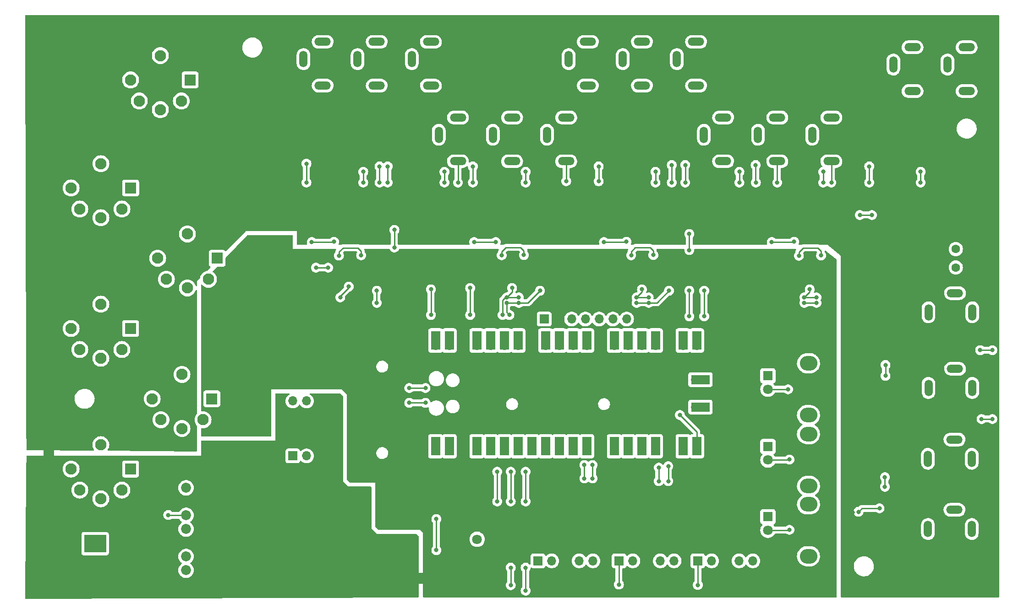
<source format=gbr>
%TF.GenerationSoftware,KiCad,Pcbnew,(7.0.0)*%
%TF.CreationDate,2023-04-14T17:54:00+02:00*%
%TF.ProjectId,multi-tool-midi-board,6d756c74-692d-4746-9f6f-6c2d6d696469,rev?*%
%TF.SameCoordinates,Original*%
%TF.FileFunction,Copper,L2,Bot*%
%TF.FilePolarity,Positive*%
%FSLAX46Y46*%
G04 Gerber Fmt 4.6, Leading zero omitted, Abs format (unit mm)*
G04 Created by KiCad (PCBNEW (7.0.0)) date 2023-04-14 17:54:00*
%MOMM*%
%LPD*%
G01*
G04 APERTURE LIST*
%TA.AperFunction,ComponentPad*%
%ADD10O,1.508000X3.016000*%
%TD*%
%TA.AperFunction,ComponentPad*%
%ADD11O,3.016000X1.508000*%
%TD*%
%TA.AperFunction,ComponentPad*%
%ADD12R,1.700000X1.700000*%
%TD*%
%TA.AperFunction,ComponentPad*%
%ADD13O,1.700000X1.700000*%
%TD*%
%TA.AperFunction,ComponentPad*%
%ADD14R,2.100000X2.100000*%
%TD*%
%TA.AperFunction,ComponentPad*%
%ADD15C,2.100000*%
%TD*%
%TA.AperFunction,ComponentPad*%
%ADD16O,3.240000X2.720000*%
%TD*%
%TA.AperFunction,ComponentPad*%
%ADD17R,1.800000X1.800000*%
%TD*%
%TA.AperFunction,ComponentPad*%
%ADD18C,1.800000*%
%TD*%
%TA.AperFunction,ComponentPad*%
%ADD19C,1.600000*%
%TD*%
%TA.AperFunction,ComponentPad*%
%ADD20C,0.630000*%
%TD*%
%TA.AperFunction,SMDPad,CuDef*%
%ADD21R,2.600000X3.300000*%
%TD*%
%TA.AperFunction,ComponentPad*%
%ADD22R,1.850000X1.850000*%
%TD*%
%TA.AperFunction,ComponentPad*%
%ADD23C,1.850000*%
%TD*%
%TA.AperFunction,SMDPad,CuDef*%
%ADD24C,2.000000*%
%TD*%
%TA.AperFunction,SMDPad,CuDef*%
%ADD25R,6.350000X3.810000*%
%TD*%
%TA.AperFunction,SMDPad,CuDef*%
%ADD26R,4.060000X3.300000*%
%TD*%
%TA.AperFunction,SMDPad,CuDef*%
%ADD27R,6.350000X3.300000*%
%TD*%
%TA.AperFunction,SMDPad,CuDef*%
%ADD28R,1.700000X3.500000*%
%TD*%
%TA.AperFunction,SMDPad,CuDef*%
%ADD29R,3.500000X1.700000*%
%TD*%
%TA.AperFunction,ViaPad*%
%ADD30C,0.800000*%
%TD*%
%TA.AperFunction,Conductor*%
%ADD31C,0.250000*%
%TD*%
G04 APERTURE END LIST*
%TO.C,NT3*%
G36*
X25400000Y-105750000D02*
G01*
X23400000Y-105750000D01*
X23400000Y-101750000D01*
X25400000Y-101750000D01*
X25400000Y-105750000D01*
G37*
%TO.C,NT1*%
G36*
X95250000Y-128250000D02*
G01*
X91250000Y-128250000D01*
X91250000Y-126250000D01*
X95250000Y-126250000D01*
X95250000Y-128250000D01*
G37*
%TD*%
D10*
%TO.P,J11,1*%
%TO.N,GNDA*%
X172549999Y-45149999D03*
D11*
%TO.P,J11,2*%
%TO.N,unconnected-(J11-Pad2)*%
X168999999Y-41949999D03*
D10*
%TO.P,J11,4*%
%TO.N,unconnected-(J11-Pad4)*%
X165449999Y-45149999D03*
D11*
%TO.P,J11,5*%
%TO.N,mod_3*%
X168999999Y-50049999D03*
%TD*%
D12*
%TO.P,J1,1,Pin_1*%
%TO.N,+5V*%
X115919999Y-79249999D03*
D13*
%TO.P,J1,2,Pin_2*%
%TO.N,GND*%
X118459999Y-79249999D03*
%TO.P,J1,3,Pin_3*%
%TO.N,oled_dc*%
X120999999Y-79249999D03*
%TO.P,J1,4,Pin_4*%
%TO.N,oled_cs*%
X123539999Y-79249999D03*
%TO.P,J1,5,Pin_5*%
%TO.N,oled_clk*%
X126079999Y-79249999D03*
%TO.P,J1,6,Pin_6*%
%TO.N,oled_din*%
X128619999Y-79249999D03*
%TO.P,J1,7,Pin_7*%
%TO.N,olde_rst*%
X131159999Y-79249999D03*
%TD*%
D12*
%TO.P,J18,1,Pin_1*%
%TO.N,motor_pot_adc_1*%
X129779999Y-123999999D03*
D13*
%TO.P,J18,2,Pin_2*%
%TO.N,+5V*%
X132319999Y-123999999D03*
%TO.P,J18,3,Pin_3*%
%TO.N,GND*%
X134859999Y-123999999D03*
%TO.P,J18,4,Pin_4*%
%TO.N,motor_1_out1*%
X137399999Y-123999999D03*
%TO.P,J18,5,Pin_5*%
%TO.N,motor_1_out2*%
X139939999Y-123999999D03*
%TD*%
D14*
%TO.P,J27,1*%
%TO.N,unconnected-(J27-Pad1)*%
X54499999Y-93999999D03*
D15*
%TO.P,J27,2*%
%TO.N,unconnected-(J27-Pad2)*%
X49000000Y-99500000D03*
%TO.P,J27,3*%
%TO.N,unconnected-(J27-Pad3)*%
X43500000Y-94000000D03*
%TO.P,J27,4*%
%TO.N,Net-(J27-Pad4)*%
X52890000Y-97890000D03*
%TO.P,J27,5*%
%TO.N,Net-(J27-Pad5)*%
X45110000Y-97890000D03*
%TO.P,J27,S*%
%TO.N,N/C*%
X49000000Y-89500000D03*
%TD*%
D10*
%TO.P,J12,1*%
%TO.N,GNDA*%
X162549999Y-45149999D03*
D11*
%TO.P,J12,2*%
%TO.N,unconnected-(J12-Pad2)*%
X158999999Y-41949999D03*
D10*
%TO.P,J12,4*%
%TO.N,unconnected-(J12-Pad4)*%
X155449999Y-45149999D03*
D11*
%TO.P,J12,5*%
%TO.N,cv_3*%
X158999999Y-50049999D03*
%TD*%
%TO.P,J15,1*%
%TO.N,GNDA*%
X191749999Y-108649999D03*
D10*
%TO.P,J15,2*%
%TO.N,unconnected-(J15-Pad2)*%
X194949999Y-105099999D03*
D11*
%TO.P,J15,4*%
%TO.N,unconnected-(J15-Pad4)*%
X191749999Y-101549999D03*
D10*
%TO.P,J15,5*%
%TO.N,cv_pot_1*%
X186849999Y-105099999D03*
%TD*%
%TO.P,J5,1*%
%TO.N,GNDA*%
X123549999Y-45149999D03*
D11*
%TO.P,J5,2*%
%TO.N,unconnected-(J5-Pad2)*%
X119999999Y-41949999D03*
D10*
%TO.P,J5,4*%
%TO.N,unconnected-(J5-Pad4)*%
X116449999Y-45149999D03*
D11*
%TO.P,J5,5*%
%TO.N,mod_1*%
X119999999Y-50049999D03*
%TD*%
%TO.P,J16,1*%
%TO.N,GNDA*%
X191749999Y-121649999D03*
D10*
%TO.P,J16,2*%
%TO.N,unconnected-(J16-Pad2)*%
X194949999Y-118099999D03*
D11*
%TO.P,J16,4*%
%TO.N,unconnected-(J16-Pad4)*%
X191749999Y-114549999D03*
D10*
%TO.P,J16,5*%
%TO.N,cv_pot_2*%
X186849999Y-118099999D03*
%TD*%
D11*
%TO.P,J22,1*%
%TO.N,GNDA*%
X191849999Y-81549999D03*
D10*
%TO.P,J22,2*%
%TO.N,unconnected-(J22-Pad2)*%
X195049999Y-77999999D03*
D11*
%TO.P,J22,4*%
%TO.N,unconnected-(J22-Pad4)*%
X191849999Y-74449999D03*
D10*
%TO.P,J22,5*%
%TO.N,ldr_cv_out*%
X186949999Y-77999999D03*
%TD*%
D11*
%TO.P,J14,1*%
%TO.N,GNDA*%
X191849999Y-95549999D03*
D10*
%TO.P,J14,2*%
%TO.N,unconnected-(J14-Pad2)*%
X195049999Y-91999999D03*
D11*
%TO.P,J14,4*%
%TO.N,unconnected-(J14-Pad4)*%
X191849999Y-88449999D03*
D10*
%TO.P,J14,5*%
%TO.N,cv_pot_0*%
X186949999Y-91999999D03*
%TD*%
D16*
%TO.P,RV5,*%
%TO.N,*%
X164774999Y-113532499D03*
X164774999Y-123132499D03*
D17*
%TO.P,RV5,1,1*%
%TO.N,+5V*%
X157274999Y-115832499D03*
D18*
%TO.P,RV5,2,2*%
%TO.N,motor_pot_adc_2*%
X157275000Y-118332500D03*
%TO.P,RV5,3,3*%
%TO.N,GND*%
X157275000Y-120832500D03*
%TD*%
D14*
%TO.P,J23,1*%
%TO.N,unconnected-(J23-Pad1)*%
X50499999Y-34999999D03*
D15*
%TO.P,J23,2*%
%TO.N,unconnected-(J23-Pad2)*%
X45000000Y-40500000D03*
%TO.P,J23,3*%
%TO.N,unconnected-(J23-Pad3)*%
X39500000Y-35000000D03*
%TO.P,J23,4*%
%TO.N,Net-(J23-Pad4)*%
X48890000Y-38890000D03*
%TO.P,J23,5*%
%TO.N,Net-(D1-Pad2)*%
X41110000Y-38890000D03*
%TO.P,J23,S*%
%TO.N,N/C*%
X45000000Y-30500000D03*
%TD*%
D10*
%TO.P,J10,1*%
%TO.N,GNDA*%
X127549999Y-31149999D03*
D11*
%TO.P,J10,2*%
%TO.N,unconnected-(J10-Pad2)*%
X123999999Y-27949999D03*
D10*
%TO.P,J10,4*%
%TO.N,unconnected-(J10-Pad4)*%
X120449999Y-31149999D03*
D11*
%TO.P,J10,5*%
%TO.N,g_out_2*%
X123999999Y-36049999D03*
%TD*%
D10*
%TO.P,J13,1*%
%TO.N,GNDA*%
X152549999Y-45149999D03*
D11*
%TO.P,J13,2*%
%TO.N,unconnected-(J13-Pad2)*%
X148999999Y-41949999D03*
D10*
%TO.P,J13,4*%
%TO.N,unconnected-(J13-Pad4)*%
X145449999Y-45149999D03*
D11*
%TO.P,J13,5*%
%TO.N,g_out_3*%
X148999999Y-50049999D03*
%TD*%
D10*
%TO.P,J3,1*%
%TO.N,GNDA*%
X88539999Y-31149999D03*
D11*
%TO.P,J3,2*%
%TO.N,unconnected-(J3-Pad2)*%
X84989999Y-27949999D03*
D10*
%TO.P,J3,4*%
%TO.N,unconnected-(J3-Pad4)*%
X81439999Y-31149999D03*
D11*
%TO.P,J3,5*%
%TO.N,cv_0*%
X84989999Y-36049999D03*
%TD*%
D17*
%TO.P,D5,1,K*%
%TO.N,GND*%
X100999999Y-119999999D03*
D18*
%TO.P,D5,2,A*%
%TO.N,Net-(D5-Pad2)*%
X103540000Y-120000000D03*
%TD*%
D10*
%TO.P,J8,1*%
%TO.N,GNDA*%
X147549999Y-31149999D03*
D11*
%TO.P,J8,2*%
%TO.N,unconnected-(J8-Pad2)*%
X143999999Y-27949999D03*
D10*
%TO.P,J8,4*%
%TO.N,unconnected-(J8-Pad4)*%
X140449999Y-31149999D03*
D11*
%TO.P,J8,5*%
%TO.N,mod_2*%
X143999999Y-36049999D03*
%TD*%
D10*
%TO.P,J20,1*%
%TO.N,GNDA*%
X197549999Y-32149999D03*
D11*
%TO.P,J20,2*%
%TO.N,unconnected-(J20-Pad2)*%
X193999999Y-28949999D03*
D10*
%TO.P,J20,4*%
%TO.N,unconnected-(J20-Pad4)*%
X190449999Y-32149999D03*
D11*
%TO.P,J20,5*%
%TO.N,sync_out*%
X193999999Y-37049999D03*
%TD*%
D10*
%TO.P,J21,1*%
%TO.N,GNDA*%
X187549999Y-32149999D03*
D11*
%TO.P,J21,2*%
%TO.N,unconnected-(J21-Pad2)*%
X183999999Y-28949999D03*
D10*
%TO.P,J21,4*%
%TO.N,unconnected-(J21-Pad4)*%
X180449999Y-32149999D03*
D11*
%TO.P,J21,5*%
%TO.N,sync_out*%
X183999999Y-37049999D03*
%TD*%
D10*
%TO.P,J7,1*%
%TO.N,GNDA*%
X103549999Y-45149999D03*
D11*
%TO.P,J7,2*%
%TO.N,unconnected-(J7-Pad2)*%
X99999999Y-41949999D03*
D10*
%TO.P,J7,4*%
%TO.N,unconnected-(J7-Pad4)*%
X96449999Y-45149999D03*
D11*
%TO.P,J7,5*%
%TO.N,g_out_1*%
X99999999Y-50049999D03*
%TD*%
D19*
%TO.P,R1,1*%
%TO.N,+12VA*%
X192000000Y-69700000D03*
%TO.P,R1,2*%
%TO.N,/muti-tool-midi-cv-sync-ldr/ldr_pin_1*%
X192000000Y-66300000D03*
%TD*%
D20*
%TO.P,U14,9,GND*%
%TO.N,GND*%
X121960000Y-115900000D03*
X121960000Y-118500000D03*
D21*
X121309999Y-117199999D03*
D20*
X121960000Y-117200000D03*
X120660000Y-117200000D03*
X120660000Y-118500000D03*
X120660000Y-115900000D03*
%TD*%
D14*
%TO.P,J24,1*%
%TO.N,unconnected-(J24-Pad1)*%
X55499999Y-67999999D03*
D15*
%TO.P,J24,2*%
%TO.N,unconnected-(J24-Pad2)*%
X50000000Y-73500000D03*
%TO.P,J24,3*%
%TO.N,unconnected-(J24-Pad3)*%
X44500000Y-68000000D03*
%TO.P,J24,4*%
%TO.N,Net-(J24-Pad4)*%
X53890000Y-71890000D03*
%TO.P,J24,5*%
%TO.N,Net-(J24-Pad5)*%
X46110000Y-71890000D03*
%TO.P,J24,S*%
%TO.N,N/C*%
X50000000Y-63500000D03*
%TD*%
D12*
%TO.P,J19,1,Pin_1*%
%TO.N,motor_pot_adc_2*%
X144319999Y-123999999D03*
D13*
%TO.P,J19,2,Pin_2*%
%TO.N,+5V*%
X146859999Y-123999999D03*
%TO.P,J19,3,Pin_3*%
%TO.N,GND*%
X149399999Y-123999999D03*
%TO.P,J19,4,Pin_4*%
%TO.N,motor_2_out1*%
X151939999Y-123999999D03*
%TO.P,J19,5,Pin_5*%
%TO.N,motor_2_out2*%
X154479999Y-123999999D03*
%TD*%
D10*
%TO.P,J4,1*%
%TO.N,GNDA*%
X78549999Y-31149999D03*
D11*
%TO.P,J4,2*%
%TO.N,unconnected-(J4-Pad2)*%
X74999999Y-27949999D03*
D10*
%TO.P,J4,4*%
%TO.N,unconnected-(J4-Pad4)*%
X71449999Y-31149999D03*
D11*
%TO.P,J4,5*%
%TO.N,g_out_0*%
X74999999Y-36049999D03*
%TD*%
D20*
%TO.P,U15,9,GND*%
%TO.N,GND*%
X134960000Y-117200000D03*
X133660000Y-117200000D03*
X133660000Y-118500000D03*
X133660000Y-115900000D03*
X134960000Y-115900000D03*
X134960000Y-118500000D03*
D21*
X134309999Y-117199999D03*
%TD*%
D12*
%TO.P,J17,1,Pin_1*%
%TO.N,motor_pot_adc_0*%
X114784999Y-123999999D03*
D13*
%TO.P,J17,2,Pin_2*%
%TO.N,+5V*%
X117324999Y-123999999D03*
%TO.P,J17,3,Pin_3*%
%TO.N,GND*%
X119864999Y-123999999D03*
%TO.P,J17,4,Pin_4*%
%TO.N,motor_0_out1*%
X122404999Y-123999999D03*
%TO.P,J17,5,Pin_5*%
%TO.N,motor_0_out2*%
X124944999Y-123999999D03*
%TD*%
D14*
%TO.P,J26,1*%
%TO.N,unconnected-(J26-Pad1)*%
X39499999Y-80999999D03*
D15*
%TO.P,J26,2*%
%TO.N,unconnected-(J26-Pad2)*%
X34000000Y-86500000D03*
%TO.P,J26,3*%
%TO.N,unconnected-(J26-Pad3)*%
X28500000Y-81000000D03*
%TO.P,J26,4*%
%TO.N,Net-(J26-Pad4)*%
X37890000Y-84890000D03*
%TO.P,J26,5*%
%TO.N,Net-(J26-Pad5)*%
X30110000Y-84890000D03*
%TO.P,J26,S*%
%TO.N,N/C*%
X34000000Y-76500000D03*
%TD*%
D10*
%TO.P,J2,1*%
%TO.N,GNDA*%
X98549999Y-31149999D03*
D11*
%TO.P,J2,2*%
%TO.N,unconnected-(J2-Pad2)*%
X94999999Y-27949999D03*
D10*
%TO.P,J2,4*%
%TO.N,unconnected-(J2-Pad4)*%
X91449999Y-31149999D03*
D11*
%TO.P,J2,5*%
%TO.N,mod_0*%
X94999999Y-36049999D03*
%TD*%
D16*
%TO.P,RV3,*%
%TO.N,*%
X164774999Y-97032499D03*
X164774999Y-87432499D03*
D17*
%TO.P,RV3,1,1*%
%TO.N,+5V*%
X157274999Y-89732499D03*
D18*
%TO.P,RV3,2,2*%
%TO.N,motor_pot_adc_0*%
X157275000Y-92232500D03*
%TO.P,RV3,3,3*%
%TO.N,GND*%
X157275000Y-94732500D03*
%TD*%
D14*
%TO.P,J25,1*%
%TO.N,unconnected-(J25-Pad1)*%
X39508357Y-54999999D03*
D15*
%TO.P,J25,2*%
%TO.N,unconnected-(J25-Pad2)*%
X34008358Y-60500000D03*
%TO.P,J25,3*%
%TO.N,unconnected-(J25-Pad3)*%
X28508358Y-55000000D03*
%TO.P,J25,4*%
%TO.N,Net-(J25-Pad4)*%
X37898358Y-58890000D03*
%TO.P,J25,5*%
%TO.N,Net-(J25-Pad5)*%
X30118358Y-58890000D03*
%TO.P,J25,S*%
%TO.N,N/C*%
X34008358Y-50500000D03*
%TD*%
D21*
%TO.P,U16,9,GND*%
%TO.N,GND*%
X147309999Y-117199999D03*
D20*
X146660000Y-115900000D03*
X147960000Y-115900000D03*
X147960000Y-118500000D03*
X146660000Y-117200000D03*
X147960000Y-117200000D03*
X146660000Y-118500000D03*
%TD*%
D10*
%TO.P,J9,1*%
%TO.N,GNDA*%
X137549999Y-31149999D03*
D11*
%TO.P,J9,2*%
%TO.N,unconnected-(J9-Pad2)*%
X133999999Y-27949999D03*
D10*
%TO.P,J9,4*%
%TO.N,unconnected-(J9-Pad4)*%
X130449999Y-31149999D03*
D11*
%TO.P,J9,5*%
%TO.N,cv_2*%
X133999999Y-36049999D03*
%TD*%
D10*
%TO.P,J6,1*%
%TO.N,GNDA*%
X113549999Y-45149999D03*
D11*
%TO.P,J6,2*%
%TO.N,unconnected-(J6-Pad2)*%
X109999999Y-41949999D03*
D10*
%TO.P,J6,4*%
%TO.N,unconnected-(J6-Pad4)*%
X106449999Y-45149999D03*
D11*
%TO.P,J6,5*%
%TO.N,cv_1*%
X109999999Y-50049999D03*
%TD*%
D14*
%TO.P,J28,1*%
%TO.N,unconnected-(J28-Pad1)*%
X39499999Y-106999999D03*
D15*
%TO.P,J28,2*%
%TO.N,unconnected-(J28-Pad2)*%
X34000000Y-112500000D03*
%TO.P,J28,3*%
%TO.N,unconnected-(J28-Pad3)*%
X28500000Y-107000000D03*
%TO.P,J28,4*%
%TO.N,Net-(J28-Pad4)*%
X37890000Y-110890000D03*
%TO.P,J28,5*%
%TO.N,Net-(J28-Pad5)*%
X30110000Y-110890000D03*
%TO.P,J28,S*%
%TO.N,N/C*%
X34000000Y-102500000D03*
%TD*%
D16*
%TO.P,RV4,*%
%TO.N,*%
X164774999Y-100532499D03*
X164774999Y-110132499D03*
D17*
%TO.P,RV4,1,1*%
%TO.N,+5V*%
X157274999Y-102832499D03*
D18*
%TO.P,RV4,2,2*%
%TO.N,motor_pot_adc_1*%
X157275000Y-105332500D03*
%TO.P,RV4,3,3*%
%TO.N,GND*%
X157275000Y-107832500D03*
%TD*%
D12*
%TO.P,J29,1,Pin_1*%
%TO.N,/-12V_euro*%
X69474999Y-104574999D03*
D13*
%TO.P,J29,2,Pin_2*%
X72014999Y-104574999D03*
%TO.P,J29,3,Pin_3*%
%TO.N,GNDS*%
X69474999Y-102034999D03*
%TO.P,J29,4,Pin_4*%
X72014999Y-102034999D03*
%TO.P,J29,5,Pin_5*%
X69474999Y-99494999D03*
%TO.P,J29,6,Pin_6*%
X72014999Y-99494999D03*
%TO.P,J29,7,Pin_7*%
X69474999Y-96954999D03*
%TO.P,J29,8,Pin_8*%
X72014999Y-96954999D03*
%TO.P,J29,9,Pin_9*%
%TO.N,/+12V_euro*%
X69474999Y-94414999D03*
%TO.P,J29,10,Pin_10*%
X72014999Y-94414999D03*
%TD*%
D22*
%TO.P,PS1,1,-Vin*%
%TO.N,GNDS*%
X49749999Y-128249999D03*
D23*
%TO.P,PS1,2,+Vin*%
%TO.N,Net-(C78-Pad1)*%
X49750000Y-125710000D03*
%TO.P,PS1,3,NC*%
%TO.N,unconnected-(PS1-Pad3)*%
X49750000Y-123170000D03*
%TO.P,PS1,5,NC*%
%TO.N,unconnected-(PS1-Pad5)*%
X49750000Y-118090000D03*
%TO.P,PS1,6,+Vout*%
%TO.N,+12VA*%
X49750000Y-115550000D03*
%TO.P,PS1,7,Common*%
%TO.N,GNDS*%
X49750000Y-113010000D03*
%TO.P,PS1,8,-Vout*%
%TO.N,-12VA*%
X49750000Y-110470000D03*
%TD*%
D24*
%TO.P,NT3,1,1*%
%TO.N,GNDS*%
X24400000Y-105750000D03*
%TO.P,NT3,2,2*%
%TO.N,GNDA*%
X24400000Y-101750000D03*
%TD*%
D25*
%TO.P,J30,1*%
%TO.N,GNDS*%
X23799999Y-127999999D03*
D26*
%TO.P,J30,2*%
%TO.N,/+12V_Barrel_jack*%
X32939999Y-120809999D03*
D27*
%TO.P,J30,3*%
%TO.N,GNDS*%
X23799999Y-114709999D03*
%TD*%
D24*
%TO.P,NT1,1,1*%
%TO.N,GNDS*%
X91250000Y-127250000D03*
%TO.P,NT1,2,2*%
%TO.N,GND*%
X95250000Y-127250000D03*
%TD*%
D13*
%TO.P,U1,1,GPIO0*%
%TO.N,gate_out_0*%
X95869999Y-84109999D03*
D28*
X95869999Y-83209999D03*
%TO.P,U1,2,GPIO1*%
%TO.N,midi_in*%
X98409999Y-83209999D03*
D13*
X98409999Y-84109999D03*
D12*
%TO.P,U1,3,GND*%
%TO.N,GND*%
X100949999Y-84109999D03*
D28*
X100949999Y-83209999D03*
D13*
%TO.P,U1,4,GPIO2*%
%TO.N,gate_out_1*%
X103489999Y-84109999D03*
D28*
X103489999Y-83209999D03*
%TO.P,U1,5,GPIO3*%
%TO.N,btn_0*%
X106029999Y-83209999D03*
D13*
X106029999Y-84109999D03*
D28*
%TO.P,U1,6,GPIO4*%
%TO.N,i2c_SDA*%
X108569999Y-83209999D03*
D13*
X108569999Y-84109999D03*
%TO.P,U1,7,GPIO5*%
%TO.N,i2c_SCL*%
X111109999Y-84109999D03*
D28*
X111109999Y-83209999D03*
D12*
%TO.P,U1,8,GND*%
%TO.N,GND*%
X113649999Y-84109999D03*
D28*
X113649999Y-83209999D03*
D13*
%TO.P,U1,9,GPIO6*%
%TO.N,btn_1*%
X116189999Y-84109999D03*
D28*
X116189999Y-83209999D03*
%TO.P,U1,10,GPIO7*%
%TO.N,btn_2*%
X118729999Y-83209999D03*
D13*
X118729999Y-84109999D03*
D28*
%TO.P,U1,11,GPIO8*%
%TO.N,oled_dc*%
X121269999Y-83209999D03*
D13*
X121269999Y-84109999D03*
D28*
%TO.P,U1,12,GPIO9*%
%TO.N,oled_cs*%
X123809999Y-83209999D03*
D13*
X123809999Y-84109999D03*
D28*
%TO.P,U1,13,GND*%
%TO.N,GND*%
X126349999Y-83209999D03*
D12*
X126349999Y-84109999D03*
D13*
%TO.P,U1,14,GPIO10*%
%TO.N,oled_clk*%
X128889999Y-84109999D03*
D28*
X128889999Y-83209999D03*
D13*
%TO.P,U1,15,GPIO11*%
%TO.N,oled_din*%
X131429999Y-84109999D03*
D28*
X131429999Y-83209999D03*
D13*
%TO.P,U1,16,GPIO12*%
%TO.N,olde_rst*%
X133969999Y-84109999D03*
D28*
X133969999Y-83209999D03*
%TO.P,U1,17,GPIO13*%
%TO.N,gate_out_2*%
X136509999Y-83209999D03*
D13*
X136509999Y-84109999D03*
D12*
%TO.P,U1,18,GND*%
%TO.N,GND*%
X139049999Y-84109999D03*
D28*
X139049999Y-83209999D03*
D13*
%TO.P,U1,19,GPIO14*%
%TO.N,gate_out_3*%
X141589999Y-84109999D03*
D28*
X141589999Y-83209999D03*
D13*
%TO.P,U1,20,GPIO15*%
%TO.N,sync_out_raw*%
X144129999Y-84109999D03*
D28*
X144129999Y-83209999D03*
%TO.P,U1,21,GPIO16*%
%TO.N,btn_3*%
X144129999Y-102789999D03*
D13*
X144129999Y-101889999D03*
%TO.P,U1,22,GPIO17*%
%TO.N,motor_2_in2*%
X141589999Y-101889999D03*
D28*
X141589999Y-102789999D03*
D12*
%TO.P,U1,23,GND*%
%TO.N,GND*%
X139049999Y-101889999D03*
D28*
X139049999Y-102789999D03*
%TO.P,U1,24,GPIO18*%
%TO.N,motor_2_in1*%
X136509999Y-102789999D03*
D13*
X136509999Y-101889999D03*
D28*
%TO.P,U1,25,GPIO19*%
%TO.N,motor_1_in2*%
X133969999Y-102789999D03*
D13*
X133969999Y-101889999D03*
%TO.P,U1,26,GPIO20*%
%TO.N,motor_1_in1*%
X131429999Y-101889999D03*
D28*
X131429999Y-102789999D03*
D13*
%TO.P,U1,27,GPIO21*%
%TO.N,motor_0_in2*%
X128889999Y-101889999D03*
D28*
X128889999Y-102789999D03*
%TO.P,U1,28,GND*%
%TO.N,GND*%
X126349999Y-102789999D03*
D12*
X126349999Y-101889999D03*
D13*
%TO.P,U1,29,GPIO22*%
%TO.N,motor_0_in1*%
X123809999Y-101889999D03*
D28*
X123809999Y-102789999D03*
%TO.P,U1,30,RUN*%
%TO.N,unconnected-(U1-Pad30)*%
X121269999Y-102789999D03*
D13*
X121269999Y-101889999D03*
%TO.P,U1,31,GPIO26_ADC0*%
%TO.N,motor_pot_adc_2*%
X118729999Y-101889999D03*
D28*
X118729999Y-102789999D03*
D13*
%TO.P,U1,32,GPIO27_ADC1*%
%TO.N,motor_pot_adc_1*%
X116189999Y-101889999D03*
D28*
X116189999Y-102789999D03*
%TO.P,U1,33,AGND*%
%TO.N,unconnected-(U1-Pad33)*%
X113649999Y-102789999D03*
D12*
X113649999Y-101889999D03*
D13*
%TO.P,U1,34,GPIO28_ADC2*%
%TO.N,motor_pot_adc_0*%
X111109999Y-101889999D03*
D28*
X111109999Y-102789999D03*
%TO.P,U1,35,ADC_VREF*%
%TO.N,unconnected-(U1-Pad35)*%
X108569999Y-102789999D03*
D13*
X108569999Y-101889999D03*
D28*
%TO.P,U1,36,3V3*%
%TO.N,+3V3*%
X106029999Y-102789999D03*
D13*
X106029999Y-101889999D03*
%TO.P,U1,37,3V3_EN*%
%TO.N,unconnected-(U1-Pad37)*%
X103489999Y-101889999D03*
D28*
X103489999Y-102789999D03*
%TO.P,U1,38,GND*%
%TO.N,GND*%
X100949999Y-102789999D03*
D12*
X100949999Y-101889999D03*
D28*
%TO.P,U1,39,VSYS*%
%TO.N,unconnected-(U1-Pad39)*%
X98409999Y-102789999D03*
D13*
X98409999Y-101889999D03*
D28*
%TO.P,U1,40,VBUS*%
%TO.N,+5V*%
X95869999Y-102789999D03*
D13*
X95869999Y-101889999D03*
D29*
%TO.P,U1,41,SWCLK*%
%TO.N,unconnected-(U1-Pad41)*%
X144799999Y-90459999D03*
D13*
X143899999Y-90459999D03*
D12*
%TO.P,U1,42,GND*%
%TO.N,GND*%
X143899999Y-92999999D03*
D29*
X144799999Y-92999999D03*
D13*
%TO.P,U1,43,SWDIO*%
%TO.N,unconnected-(U1-Pad43)*%
X143899999Y-95539999D03*
D29*
X144799999Y-95539999D03*
%TD*%
D30*
%TO.N,+5V*%
X96000000Y-122000000D03*
X96000000Y-116250000D03*
%TO.N,GND*%
X131225000Y-72775000D03*
X58750000Y-79000000D03*
X121000000Y-90000000D03*
X135289464Y-72710536D03*
X81299464Y-72950536D03*
X80500000Y-98500000D03*
X166289464Y-72710536D03*
X77235000Y-72765000D03*
X162225000Y-72775000D03*
X140860000Y-116750000D03*
X69615000Y-85335000D03*
X60015000Y-83035000D03*
X114750000Y-116750000D03*
X105012299Y-89012299D03*
X127860000Y-116750000D03*
X111414464Y-72835536D03*
X78000000Y-84500000D03*
X71250000Y-81250000D03*
X107300000Y-72700000D03*
%TO.N,+12VA*%
X46462701Y-115512701D03*
%TO.N,GNDA*%
X178000000Y-94324998D03*
X135000000Y-54700000D03*
X93900000Y-54700000D03*
X136675002Y-60600000D03*
X164000000Y-54700000D03*
X183900000Y-55100000D03*
X152225002Y-60600000D03*
X177900000Y-119925002D03*
X77300000Y-60600000D03*
X194500000Y-55750000D03*
X109000000Y-54700000D03*
X150600000Y-54400000D03*
X182000000Y-55100000D03*
X111000000Y-54700000D03*
X183900000Y-98000000D03*
X79000000Y-54700000D03*
X180324998Y-61000000D03*
X183800000Y-118225000D03*
X183900000Y-96000000D03*
X146874998Y-60600000D03*
X172900000Y-115025000D03*
X192750000Y-62000000D03*
X133000000Y-54700000D03*
X167675002Y-60600000D03*
X148600000Y-54400000D03*
X112675002Y-60600000D03*
X183800000Y-116225000D03*
X185700000Y-61000000D03*
X166000000Y-54700000D03*
X81000000Y-54700000D03*
X82675002Y-60600000D03*
X92324998Y-60700000D03*
X131324998Y-60590473D03*
X107300000Y-60600000D03*
X178000000Y-99675002D03*
X162324998Y-60600000D03*
X97675002Y-60600000D03*
X96000000Y-54700000D03*
X176400000Y-117025000D03*
%TO.N,-12VA*%
X167500000Y-54000000D03*
X82500000Y-52000000D03*
X97500000Y-52000000D03*
X185500000Y-52000000D03*
X112500000Y-54000000D03*
X198750000Y-97750000D03*
X97500000Y-54000000D03*
X196750000Y-97750000D03*
X152000000Y-54000000D03*
X82500000Y-54000000D03*
X112500000Y-52000000D03*
X198750000Y-85000000D03*
X196500000Y-85000000D03*
X136500000Y-54000000D03*
X167500000Y-52000000D03*
X136500000Y-52000000D03*
X185500000Y-54000000D03*
X152000000Y-52000000D03*
%TO.N,cv_0*%
X72000000Y-50500000D03*
X72000000Y-54000000D03*
X72975500Y-65000000D03*
X77099000Y-64950000D03*
%TO.N,cv_2*%
X126000000Y-51000000D03*
X126975500Y-65000000D03*
X126000000Y-53750000D03*
X131137000Y-64950000D03*
%TO.N,mod_0*%
X85500000Y-51000000D03*
X85500000Y-54000000D03*
%TO.N,mod_2*%
X139500000Y-54000000D03*
X139500000Y-50750000D03*
%TO.N,cv_1*%
X107000000Y-65000000D03*
X102750000Y-54000000D03*
X102750000Y-51000000D03*
X102975500Y-65000000D03*
%TO.N,mod_1*%
X120000000Y-53724500D03*
%TO.N,cv_3*%
X162137000Y-64950000D03*
X157975500Y-65000000D03*
X159000000Y-54000000D03*
%TO.N,mod_3*%
X169000000Y-54000000D03*
%TO.N,g_out_0*%
X87000000Y-54000000D03*
X87000000Y-51000000D03*
%TO.N,g_out_1*%
X100000000Y-54000000D03*
%TO.N,g_out_2*%
X142000000Y-54000000D03*
X142000000Y-50750000D03*
%TO.N,g_out_3*%
X155050000Y-54000000D03*
X155000000Y-50750000D03*
%TO.N,sync_out*%
X176000000Y-51000000D03*
X176000000Y-54000000D03*
%TO.N,/+12V_Barrel_jack*%
X31500000Y-121800000D03*
X32500000Y-119800000D03*
X31500000Y-119800000D03*
X33500000Y-120800000D03*
X31500000Y-120800000D03*
X32500000Y-121800000D03*
X34500000Y-121800000D03*
X32500000Y-120800000D03*
X34500000Y-119800000D03*
X34500000Y-120800000D03*
X33500000Y-121800000D03*
X33500000Y-119800000D03*
%TO.N,i2c_SDA*%
X111250000Y-75250000D03*
X164000000Y-75250000D03*
X166250000Y-75250000D03*
X78250000Y-75250000D03*
X135250000Y-75250000D03*
X110000000Y-73500000D03*
X79822983Y-73237672D03*
X165000000Y-73750000D03*
X134000000Y-73750000D03*
X133000000Y-75250000D03*
X109000000Y-75250000D03*
X108250000Y-78500000D03*
%TO.N,i2c_SCL*%
X111250000Y-76250000D03*
X112180000Y-67410000D03*
X78000000Y-67510000D03*
X139000000Y-74000000D03*
X85000000Y-74000000D03*
X85000000Y-76250000D03*
X109000000Y-76250000D03*
X166250000Y-76250000D03*
X164000000Y-76250000D03*
X167100000Y-67480000D03*
X82100000Y-67460000D03*
X109500000Y-78500000D03*
X108080000Y-67460000D03*
X135250000Y-76250000D03*
X133000000Y-76250000D03*
X163000000Y-67530000D03*
X132000000Y-67450000D03*
X136100000Y-67400000D03*
X115150000Y-74000000D03*
%TO.N,/multi-tool-midi-adc/cv_out_raw_0*%
X73750000Y-69750000D03*
X76000000Y-69750000D03*
%TO.N,gate_out_0*%
X88250000Y-62750000D03*
X95000000Y-78500000D03*
X88250000Y-66000000D03*
X95000000Y-73750000D03*
%TO.N,gate_out_1*%
X102250000Y-78500000D03*
X102250000Y-73500000D03*
%TO.N,gate_out_2*%
X142750000Y-74000000D03*
X142750000Y-66500000D03*
X142750000Y-78750000D03*
X142750000Y-63500000D03*
%TO.N,gate_out_3*%
X145500000Y-74000000D03*
X145500000Y-78750000D03*
%TO.N,motor_pot_adc_0*%
X107250000Y-107500000D03*
X161000000Y-92250000D03*
X179000000Y-87750000D03*
X179000000Y-89750000D03*
X107250000Y-113000000D03*
%TO.N,motor_pot_adc_1*%
X109750000Y-113000000D03*
X109750000Y-107500000D03*
X109750000Y-128500000D03*
X109750000Y-125250000D03*
X161250000Y-105250000D03*
X129735000Y-128375000D03*
%TO.N,motor_pot_adc_2*%
X178900000Y-108525000D03*
X112500000Y-125250000D03*
X144320000Y-128460000D03*
X161250000Y-118250000D03*
X112500000Y-129500000D03*
X178900000Y-110275000D03*
X112500000Y-107500000D03*
X112500000Y-113000000D03*
%TO.N,Net-(R64-Pad1)*%
X177900000Y-114275000D03*
X174012701Y-114912299D03*
%TO.N,motor_0_in2*%
X124860000Y-108750000D03*
X124860000Y-106250000D03*
%TO.N,motor_0_in1*%
X123360000Y-108750000D03*
X123360000Y-106250000D03*
%TO.N,motor_1_in2*%
X138860000Y-109250000D03*
X138860000Y-106500000D03*
%TO.N,motor_1_in1*%
X137110000Y-106735500D03*
X137110000Y-109250000D03*
%TO.N,btn_0*%
X91000000Y-92000000D03*
X94000000Y-92000000D03*
%TO.N,btn_1*%
X91000000Y-94750000D03*
X94000000Y-94750000D03*
%TO.N,btn_3*%
X141000000Y-97000000D03*
%TO.N,sync_out_raw*%
X176500000Y-60000000D03*
X174250000Y-60000000D03*
%TO.N,GNDS*%
X68000000Y-126000000D03*
X62000000Y-113000000D03*
X68000000Y-110000000D03*
X52000000Y-113000000D03*
X55000000Y-126000000D03*
X83000000Y-123000000D03*
X86000000Y-121500000D03*
X68000000Y-129000000D03*
X62000000Y-129000000D03*
X45000000Y-129000000D03*
X60000000Y-116000000D03*
X72000000Y-129000000D03*
X76000000Y-129000000D03*
X72000000Y-126000000D03*
X60000000Y-110000000D03*
X55000000Y-113000000D03*
X64000000Y-110000000D03*
X76000000Y-126000000D03*
X83000000Y-126000000D03*
X62000000Y-126000000D03*
X87000000Y-124000000D03*
X78000000Y-126000000D03*
X58000000Y-126000000D03*
X68000000Y-116000000D03*
X58000000Y-129000000D03*
X67000000Y-113000000D03*
X53000000Y-129000000D03*
%TD*%
D31*
%TO.N,+5V*%
X96000000Y-122000000D02*
X96000000Y-116750000D01*
X96000000Y-116750000D02*
X96000000Y-116250000D01*
%TO.N,+12VA*%
X49750000Y-115550000D02*
X46500000Y-115550000D01*
X46500000Y-115550000D02*
X46462701Y-115512701D01*
%TO.N,-12VA*%
X136500000Y-54000000D02*
X136500000Y-52000000D01*
X185500000Y-54000000D02*
X185500000Y-52000000D01*
X97500000Y-54000000D02*
X97500000Y-52000000D01*
X196500000Y-85000000D02*
X198750000Y-85000000D01*
X112500000Y-54000000D02*
X112500000Y-52000000D01*
X152000000Y-54000000D02*
X152000000Y-52000000D01*
X167500000Y-54000000D02*
X167500000Y-52000000D01*
X82500000Y-54000000D02*
X82500000Y-52000000D01*
X196750000Y-97750000D02*
X198750000Y-97750000D01*
%TO.N,cv_0*%
X72975500Y-65000000D02*
X77049000Y-65000000D01*
X72000000Y-50500000D02*
X72000000Y-54000000D01*
X77049000Y-65000000D02*
X77099000Y-64950000D01*
%TO.N,cv_2*%
X131087000Y-65000000D02*
X131137000Y-64950000D01*
X126000000Y-51000000D02*
X126000000Y-53750000D01*
X126975500Y-65000000D02*
X131087000Y-65000000D01*
%TO.N,mod_0*%
X85500000Y-51000000D02*
X85500000Y-54000000D01*
%TO.N,mod_2*%
X139500000Y-50750000D02*
X139500000Y-54000000D01*
%TO.N,cv_1*%
X102750000Y-51000000D02*
X102750000Y-54000000D01*
X102975500Y-65000000D02*
X107000000Y-65000000D01*
%TO.N,mod_1*%
X120000000Y-50050000D02*
X120000000Y-53724500D01*
%TO.N,cv_3*%
X162087000Y-65000000D02*
X162137000Y-64950000D01*
X157975500Y-65000000D02*
X162087000Y-65000000D01*
X159000000Y-54000000D02*
X159000000Y-54250000D01*
X159000000Y-50050000D02*
X159000000Y-54000000D01*
%TO.N,mod_3*%
X169000000Y-50050000D02*
X169000000Y-54000000D01*
%TO.N,g_out_0*%
X87000000Y-51000000D02*
X87000000Y-54000000D01*
%TO.N,g_out_1*%
X100000000Y-50050000D02*
X100000000Y-54000000D01*
%TO.N,g_out_2*%
X142000000Y-54000000D02*
X142000000Y-50750000D01*
%TO.N,g_out_3*%
X155000000Y-53950000D02*
X155050000Y-54000000D01*
X155000000Y-50750000D02*
X155000000Y-53950000D01*
%TO.N,sync_out*%
X176000000Y-51000000D02*
X176000000Y-54000000D01*
%TO.N,i2c_SDA*%
X165000000Y-73750000D02*
X165000000Y-74250000D01*
X134000000Y-73750000D02*
X134000000Y-74250000D01*
X108250000Y-75750000D02*
X108750000Y-75250000D01*
X165000000Y-74250000D02*
X164000000Y-75250000D01*
X134000000Y-74250000D02*
X133000000Y-75250000D01*
X108750000Y-75250000D02*
X109000000Y-75250000D01*
X108250000Y-78500000D02*
X108250000Y-75750000D01*
X110000000Y-74250000D02*
X109000000Y-75250000D01*
X110000000Y-73500000D02*
X110000000Y-74250000D01*
X79822983Y-73427017D02*
X78250000Y-75000000D01*
X132750000Y-75250000D02*
X133000000Y-75250000D01*
X164000000Y-75250000D02*
X166250000Y-75250000D01*
X79822983Y-73237672D02*
X79822983Y-73427017D01*
X109000000Y-75250000D02*
X111250000Y-75250000D01*
X133000000Y-75250000D02*
X135250000Y-75250000D01*
X163750000Y-75250000D02*
X164000000Y-75250000D01*
%TO.N,i2c_SCL*%
X132000000Y-67450000D02*
X131950000Y-67500000D01*
X112900000Y-76250000D02*
X111250000Y-76250000D01*
X109000000Y-76250000D02*
X109000000Y-78000000D01*
X78750000Y-66060000D02*
X81500000Y-66060000D01*
X109000000Y-78000000D02*
X109500000Y-78500000D01*
X82100000Y-66660000D02*
X82100000Y-67460000D01*
X133000000Y-76250000D02*
X135250000Y-76250000D01*
X136750000Y-76250000D02*
X135250000Y-76250000D01*
X163000000Y-67530000D02*
X163000000Y-66830000D01*
X132000000Y-66750000D02*
X132750000Y-66000000D01*
X139000000Y-74000000D02*
X136750000Y-76250000D01*
X108080000Y-66760000D02*
X108830000Y-66010000D01*
X136100000Y-66600000D02*
X136100000Y-67400000D01*
X111580000Y-66010000D02*
X112180000Y-66610000D01*
X78000000Y-66810000D02*
X78750000Y-66060000D01*
X166500000Y-66080000D02*
X167100000Y-66680000D01*
X132000000Y-67450000D02*
X132000000Y-66750000D01*
X108080000Y-67460000D02*
X108080000Y-66760000D01*
X109000000Y-76250000D02*
X111250000Y-76250000D01*
X85000000Y-74000000D02*
X85000000Y-76250000D01*
X135500000Y-66000000D02*
X136100000Y-66600000D01*
X78000000Y-67510000D02*
X78000000Y-66810000D01*
X132750000Y-66000000D02*
X135500000Y-66000000D01*
X112180000Y-66610000D02*
X112180000Y-67410000D01*
X167100000Y-66680000D02*
X167100000Y-67480000D01*
X164000000Y-76250000D02*
X166250000Y-76250000D01*
X81500000Y-66060000D02*
X82100000Y-66660000D01*
X163750000Y-66080000D02*
X166500000Y-66080000D01*
X163000000Y-66830000D02*
X163750000Y-66080000D01*
X108830000Y-66010000D02*
X111580000Y-66010000D01*
X115150000Y-74000000D02*
X112900000Y-76250000D01*
%TO.N,/multi-tool-midi-adc/cv_out_raw_0*%
X73750000Y-69750000D02*
X76000000Y-69750000D01*
%TO.N,gate_out_0*%
X88250000Y-62750000D02*
X88250000Y-66000000D01*
X95000000Y-73750000D02*
X95000000Y-78500000D01*
%TO.N,gate_out_1*%
X102250000Y-73500000D02*
X102250000Y-78500000D01*
%TO.N,gate_out_2*%
X142750000Y-63500000D02*
X142750000Y-66250000D01*
X142750000Y-66250000D02*
X142750000Y-66500000D01*
X142750000Y-74000000D02*
X142750000Y-78750000D01*
%TO.N,gate_out_3*%
X145500000Y-78500000D02*
X145500000Y-78750000D01*
X145500000Y-74000000D02*
X145500000Y-78500000D01*
%TO.N,motor_pot_adc_0*%
X157275000Y-92232500D02*
X160982500Y-92232500D01*
X179000000Y-89750000D02*
X179000000Y-87750000D01*
X107250000Y-113000000D02*
X107250000Y-107500000D01*
X160982500Y-92232500D02*
X161000000Y-92250000D01*
%TO.N,motor_pot_adc_1*%
X157275000Y-105332500D02*
X161167500Y-105332500D01*
X129735000Y-128375000D02*
X129735000Y-124045000D01*
X161167500Y-105332500D02*
X161250000Y-105250000D01*
X109750000Y-125250000D02*
X109750000Y-128500000D01*
X109750000Y-107500000D02*
X109750000Y-113000000D01*
X129735000Y-124045000D02*
X129780000Y-124000000D01*
%TO.N,motor_pot_adc_2*%
X178900000Y-108525000D02*
X178900000Y-110275000D01*
X112500000Y-107500000D02*
X112500000Y-113000000D01*
X157275000Y-118332500D02*
X161167500Y-118332500D01*
X144320000Y-128460000D02*
X144320000Y-124000000D01*
X161167500Y-118332500D02*
X161250000Y-118250000D01*
X112500000Y-125250000D02*
X112500000Y-129500000D01*
%TO.N,Net-(R64-Pad1)*%
X177900000Y-114275000D02*
X174650000Y-114275000D01*
X174650000Y-114275000D02*
X174012701Y-114912299D01*
%TO.N,motor_0_in2*%
X124860000Y-106250000D02*
X124860000Y-108750000D01*
%TO.N,motor_0_in1*%
X123360000Y-106250000D02*
X123360000Y-108750000D01*
%TO.N,motor_1_in2*%
X138860000Y-106500000D02*
X138860000Y-109250000D01*
%TO.N,motor_1_in1*%
X137110000Y-106735500D02*
X137110000Y-109250000D01*
%TO.N,btn_0*%
X94000000Y-92000000D02*
X91000000Y-92000000D01*
%TO.N,btn_1*%
X91000000Y-94750000D02*
X94000000Y-94750000D01*
%TO.N,btn_3*%
X144130000Y-100130000D02*
X141000000Y-97000000D01*
X144130000Y-101890000D02*
X144130000Y-100130000D01*
%TO.N,sync_out_raw*%
X174250000Y-60000000D02*
X176500000Y-60000000D01*
%TD*%
%TA.AperFunction,Conductor*%
%TO.N,GND*%
G36*
X69437000Y-63766881D02*
G01*
X69483119Y-63813000D01*
X69500000Y-63876000D01*
X69500000Y-66250000D01*
X77371887Y-66250000D01*
X77434316Y-66266553D01*
X77480342Y-66311863D01*
X77497872Y-66374025D01*
X77482299Y-66436706D01*
X77473651Y-66452435D01*
X77462803Y-66468949D01*
X77455243Y-66478695D01*
X77455237Y-66478704D01*
X77450386Y-66484959D01*
X77447242Y-66492223D01*
X77447238Y-66492231D01*
X77432824Y-66525540D01*
X77427604Y-66536195D01*
X77410125Y-66567989D01*
X77410121Y-66567997D01*
X77406305Y-66574940D01*
X77404333Y-66582616D01*
X77404331Y-66582624D01*
X77401266Y-66594562D01*
X77394865Y-66613259D01*
X77389968Y-66624576D01*
X77389966Y-66624581D01*
X77386819Y-66631855D01*
X77385579Y-66639680D01*
X77385577Y-66639689D01*
X77379901Y-66675524D01*
X77377495Y-66687144D01*
X77368471Y-66722289D01*
X77368469Y-66722297D01*
X77366500Y-66729970D01*
X77366500Y-66737899D01*
X77366500Y-66750224D01*
X77364949Y-66769935D01*
X77363019Y-66782114D01*
X77363018Y-66782121D01*
X77361780Y-66789943D01*
X77362525Y-66797827D01*
X77362525Y-66797838D01*
X77362661Y-66799270D01*
X77362411Y-66801474D01*
X77362277Y-66805758D01*
X77361928Y-66805747D01*
X77356845Y-66850685D01*
X77330856Y-66895427D01*
X77273200Y-66959462D01*
X77260960Y-66973056D01*
X77257661Y-66978769D01*
X77257658Y-66978774D01*
X77179165Y-67114728D01*
X77165473Y-67138444D01*
X77163434Y-67144718D01*
X77163430Y-67144728D01*
X77108497Y-67313794D01*
X77108495Y-67313801D01*
X77106458Y-67320072D01*
X77086496Y-67510000D01*
X77087186Y-67516565D01*
X77101862Y-67656205D01*
X77106458Y-67699928D01*
X77108495Y-67706200D01*
X77108497Y-67706205D01*
X77163430Y-67875271D01*
X77163433Y-67875278D01*
X77165473Y-67881556D01*
X77203225Y-67946944D01*
X77246472Y-68021851D01*
X77260960Y-68046944D01*
X77388747Y-68188866D01*
X77394089Y-68192747D01*
X77394091Y-68192749D01*
X77420822Y-68212170D01*
X77543248Y-68301118D01*
X77717712Y-68378794D01*
X77904513Y-68418500D01*
X78088884Y-68418500D01*
X78095487Y-68418500D01*
X78282288Y-68378794D01*
X78456752Y-68301118D01*
X78611253Y-68188866D01*
X78739040Y-68046944D01*
X78834527Y-67881556D01*
X78893542Y-67699928D01*
X78913504Y-67510000D01*
X78893542Y-67320072D01*
X78843067Y-67164728D01*
X78836569Y-67144728D01*
X78836568Y-67144726D01*
X78834527Y-67138444D01*
X78785115Y-67052860D01*
X78768713Y-67000842D01*
X78775833Y-66946765D01*
X78805139Y-66900764D01*
X78878461Y-66827443D01*
X78975499Y-66730404D01*
X79016377Y-66703091D01*
X79064595Y-66693500D01*
X81185406Y-66693500D01*
X81233624Y-66703091D01*
X81274501Y-66730405D01*
X81331463Y-66787367D01*
X81360769Y-66833367D01*
X81367889Y-66887443D01*
X81351487Y-66939462D01*
X81268777Y-67082720D01*
X81268777Y-67082721D01*
X81265473Y-67088444D01*
X81263434Y-67094718D01*
X81263430Y-67094728D01*
X81208497Y-67263794D01*
X81208495Y-67263801D01*
X81206458Y-67270072D01*
X81205768Y-67276633D01*
X81205768Y-67276635D01*
X81199101Y-67340072D01*
X81186496Y-67460000D01*
X81187186Y-67466565D01*
X81201862Y-67606205D01*
X81206458Y-67649928D01*
X81208495Y-67656200D01*
X81208497Y-67656205D01*
X81263430Y-67825271D01*
X81263433Y-67825278D01*
X81265473Y-67831556D01*
X81360960Y-67996944D01*
X81488747Y-68138866D01*
X81494089Y-68142747D01*
X81494091Y-68142749D01*
X81521619Y-68162749D01*
X81643248Y-68251118D01*
X81817712Y-68328794D01*
X82004513Y-68368500D01*
X82188884Y-68368500D01*
X82195487Y-68368500D01*
X82382288Y-68328794D01*
X82556752Y-68251118D01*
X82711253Y-68138866D01*
X82839040Y-67996944D01*
X82934527Y-67831556D01*
X82993542Y-67649928D01*
X83013504Y-67460000D01*
X82993542Y-67270072D01*
X82943067Y-67114728D01*
X82936569Y-67094728D01*
X82936568Y-67094726D01*
X82934527Y-67088444D01*
X82839040Y-66923056D01*
X82765861Y-66841783D01*
X82741869Y-66802630D01*
X82733500Y-66757476D01*
X82733500Y-66738767D01*
X82734027Y-66727583D01*
X82735702Y-66720091D01*
X82733562Y-66652014D01*
X82733500Y-66648055D01*
X82733500Y-66624108D01*
X82733500Y-66620144D01*
X82732994Y-66616147D01*
X82732061Y-66604297D01*
X82732057Y-66604165D01*
X82730673Y-66560110D01*
X82725020Y-66540656D01*
X82721012Y-66521297D01*
X82721000Y-66521203D01*
X82718474Y-66501203D01*
X82705703Y-66468949D01*
X82702197Y-66460093D01*
X82698351Y-66448860D01*
X82687395Y-66411149D01*
X82684443Y-66353362D01*
X82707633Y-66300347D01*
X82752074Y-66263287D01*
X82808393Y-66250000D01*
X87284433Y-66250000D01*
X87335682Y-66260893D01*
X87378069Y-66291690D01*
X87404265Y-66337063D01*
X87415473Y-66371556D01*
X87477330Y-66478695D01*
X87500040Y-66518031D01*
X87510960Y-66536944D01*
X87638747Y-66678866D01*
X87644089Y-66682747D01*
X87644091Y-66682749D01*
X87684578Y-66712164D01*
X87793248Y-66791118D01*
X87967712Y-66868794D01*
X88154513Y-66908500D01*
X88338884Y-66908500D01*
X88345487Y-66908500D01*
X88532288Y-66868794D01*
X88706752Y-66791118D01*
X88861253Y-66678866D01*
X88989040Y-66536944D01*
X89084527Y-66371556D01*
X89095734Y-66337063D01*
X89121931Y-66291690D01*
X89164318Y-66260893D01*
X89215567Y-66250000D01*
X107420023Y-66250000D01*
X107483308Y-66267046D01*
X107529470Y-66313572D01*
X107546019Y-66376989D01*
X107529965Y-66434779D01*
X107530385Y-66434961D01*
X107529072Y-66437993D01*
X107529070Y-66437999D01*
X107527241Y-66442225D01*
X107527237Y-66442233D01*
X107512824Y-66475540D01*
X107507604Y-66486195D01*
X107490125Y-66517989D01*
X107490121Y-66517997D01*
X107486305Y-66524940D01*
X107484333Y-66532616D01*
X107484331Y-66532624D01*
X107481266Y-66544562D01*
X107474865Y-66563259D01*
X107469968Y-66574576D01*
X107469966Y-66574581D01*
X107466819Y-66581855D01*
X107465579Y-66589680D01*
X107465577Y-66589689D01*
X107459901Y-66625524D01*
X107457495Y-66637144D01*
X107448471Y-66672289D01*
X107448469Y-66672297D01*
X107446500Y-66679970D01*
X107446500Y-66687899D01*
X107446500Y-66700224D01*
X107444949Y-66719935D01*
X107443019Y-66732114D01*
X107443018Y-66732121D01*
X107441780Y-66739943D01*
X107442525Y-66747827D01*
X107442525Y-66747838D01*
X107442661Y-66749270D01*
X107442411Y-66751474D01*
X107442277Y-66755758D01*
X107441928Y-66755747D01*
X107436845Y-66800685D01*
X107410856Y-66845427D01*
X107355018Y-66907443D01*
X107340960Y-66923056D01*
X107337661Y-66928769D01*
X107337658Y-66928774D01*
X107248778Y-67082720D01*
X107245473Y-67088444D01*
X107243434Y-67094718D01*
X107243430Y-67094728D01*
X107188497Y-67263794D01*
X107188495Y-67263801D01*
X107186458Y-67270072D01*
X107185768Y-67276633D01*
X107185768Y-67276635D01*
X107179101Y-67340072D01*
X107166496Y-67460000D01*
X107167186Y-67466565D01*
X107181862Y-67606205D01*
X107186458Y-67649928D01*
X107188495Y-67656200D01*
X107188497Y-67656205D01*
X107243430Y-67825271D01*
X107243433Y-67825278D01*
X107245473Y-67831556D01*
X107340960Y-67996944D01*
X107468747Y-68138866D01*
X107474089Y-68142747D01*
X107474091Y-68142749D01*
X107501619Y-68162749D01*
X107623248Y-68251118D01*
X107797712Y-68328794D01*
X107984513Y-68368500D01*
X108168884Y-68368500D01*
X108175487Y-68368500D01*
X108362288Y-68328794D01*
X108536752Y-68251118D01*
X108691253Y-68138866D01*
X108819040Y-67996944D01*
X108914527Y-67831556D01*
X108973542Y-67649928D01*
X108993504Y-67460000D01*
X108973542Y-67270072D01*
X108923067Y-67114728D01*
X108916569Y-67094728D01*
X108916568Y-67094726D01*
X108914527Y-67088444D01*
X108865115Y-67002860D01*
X108848713Y-66950842D01*
X108855833Y-66896765D01*
X108885139Y-66850764D01*
X108955762Y-66780142D01*
X109055499Y-66680404D01*
X109096377Y-66653091D01*
X109144595Y-66643500D01*
X111265406Y-66643500D01*
X111313624Y-66653091D01*
X111354501Y-66680405D01*
X111411463Y-66737367D01*
X111440769Y-66783367D01*
X111447889Y-66837443D01*
X111431487Y-66889462D01*
X111348777Y-67032720D01*
X111348777Y-67032721D01*
X111345473Y-67038444D01*
X111343434Y-67044718D01*
X111343430Y-67044728D01*
X111288497Y-67213794D01*
X111288495Y-67213801D01*
X111286458Y-67220072D01*
X111285768Y-67226633D01*
X111285768Y-67226635D01*
X111275948Y-67320072D01*
X111266496Y-67410000D01*
X111286458Y-67599928D01*
X111288495Y-67606200D01*
X111288497Y-67606205D01*
X111343430Y-67775271D01*
X111343433Y-67775278D01*
X111345473Y-67781556D01*
X111440960Y-67946944D01*
X111568747Y-68088866D01*
X111723248Y-68201118D01*
X111897712Y-68278794D01*
X112084513Y-68318500D01*
X112268884Y-68318500D01*
X112275487Y-68318500D01*
X112462288Y-68278794D01*
X112636752Y-68201118D01*
X112791253Y-68088866D01*
X112919040Y-67946944D01*
X113014527Y-67781556D01*
X113073542Y-67599928D01*
X113093504Y-67410000D01*
X113073542Y-67220072D01*
X113014527Y-67038444D01*
X112919040Y-66873056D01*
X112845861Y-66791783D01*
X112821869Y-66752630D01*
X112813500Y-66707476D01*
X112813500Y-66688767D01*
X112814027Y-66677583D01*
X112815702Y-66670091D01*
X112813562Y-66602014D01*
X112813500Y-66598055D01*
X112813500Y-66574108D01*
X112813500Y-66570144D01*
X112812994Y-66566147D01*
X112812061Y-66554297D01*
X112812057Y-66554165D01*
X112810673Y-66510110D01*
X112805020Y-66490656D01*
X112801012Y-66471297D01*
X112800973Y-66470989D01*
X112798474Y-66451203D01*
X112787062Y-66422382D01*
X112778976Y-66362174D01*
X112800003Y-66305178D01*
X112845256Y-66264646D01*
X112904215Y-66250000D01*
X131334281Y-66250000D01*
X131394114Y-66265112D01*
X131439594Y-66306824D01*
X131459811Y-66365130D01*
X131449917Y-66426043D01*
X131432824Y-66465540D01*
X131427604Y-66476195D01*
X131410125Y-66507989D01*
X131410121Y-66507997D01*
X131406305Y-66514940D01*
X131404333Y-66522616D01*
X131404331Y-66522624D01*
X131401266Y-66534562D01*
X131394865Y-66553259D01*
X131389968Y-66564576D01*
X131389966Y-66564581D01*
X131386819Y-66571855D01*
X131385579Y-66579680D01*
X131385577Y-66579689D01*
X131379901Y-66615524D01*
X131377495Y-66627144D01*
X131368471Y-66662289D01*
X131368469Y-66662297D01*
X131366500Y-66669970D01*
X131366500Y-66677899D01*
X131366500Y-66690224D01*
X131364949Y-66709935D01*
X131363019Y-66722114D01*
X131363018Y-66722121D01*
X131361780Y-66729943D01*
X131362525Y-66737827D01*
X131362525Y-66737838D01*
X131362661Y-66739270D01*
X131362411Y-66741474D01*
X131362277Y-66745758D01*
X131361928Y-66745747D01*
X131356845Y-66790685D01*
X131330856Y-66835427D01*
X131271489Y-66901362D01*
X131260960Y-66913056D01*
X131257661Y-66918769D01*
X131257658Y-66918774D01*
X131191871Y-67032721D01*
X131165473Y-67078444D01*
X131163434Y-67084718D01*
X131163430Y-67084728D01*
X131108497Y-67253794D01*
X131108495Y-67253801D01*
X131106458Y-67260072D01*
X131105768Y-67266633D01*
X131105768Y-67266635D01*
X131098050Y-67340072D01*
X131086496Y-67450000D01*
X131087186Y-67456565D01*
X131101862Y-67596205D01*
X131106458Y-67639928D01*
X131108495Y-67646200D01*
X131108497Y-67646205D01*
X131163430Y-67815271D01*
X131163433Y-67815278D01*
X131165473Y-67821556D01*
X131260960Y-67986944D01*
X131388747Y-68128866D01*
X131394089Y-68132747D01*
X131394091Y-68132749D01*
X131407855Y-68142749D01*
X131543248Y-68241118D01*
X131717712Y-68318794D01*
X131904513Y-68358500D01*
X132088884Y-68358500D01*
X132095487Y-68358500D01*
X132282288Y-68318794D01*
X132456752Y-68241118D01*
X132611253Y-68128866D01*
X132739040Y-67986944D01*
X132834527Y-67821556D01*
X132893542Y-67639928D01*
X132913504Y-67450000D01*
X132893542Y-67260072D01*
X132852163Y-67132721D01*
X132836569Y-67084728D01*
X132836568Y-67084726D01*
X132834527Y-67078444D01*
X132785115Y-66992860D01*
X132768713Y-66940842D01*
X132775833Y-66886765D01*
X132805139Y-66840764D01*
X132875680Y-66770224D01*
X132975499Y-66670404D01*
X133016377Y-66643091D01*
X133064595Y-66633500D01*
X135185406Y-66633500D01*
X135233624Y-66643091D01*
X135274501Y-66670405D01*
X135331463Y-66727367D01*
X135360769Y-66773367D01*
X135367889Y-66827443D01*
X135351487Y-66879462D01*
X135268777Y-67022720D01*
X135268777Y-67022721D01*
X135265473Y-67028444D01*
X135263434Y-67034718D01*
X135263430Y-67034728D01*
X135208497Y-67203794D01*
X135208495Y-67203801D01*
X135206458Y-67210072D01*
X135205768Y-67216633D01*
X135205768Y-67216635D01*
X135194897Y-67320072D01*
X135186496Y-67400000D01*
X135206458Y-67589928D01*
X135208495Y-67596200D01*
X135208497Y-67596205D01*
X135263430Y-67765271D01*
X135263433Y-67765278D01*
X135265473Y-67771556D01*
X135360960Y-67936944D01*
X135488747Y-68078866D01*
X135494089Y-68082747D01*
X135494091Y-68082749D01*
X135507855Y-68092749D01*
X135643248Y-68191118D01*
X135817712Y-68268794D01*
X136004513Y-68308500D01*
X136188884Y-68308500D01*
X136195487Y-68308500D01*
X136382288Y-68268794D01*
X136556752Y-68191118D01*
X136711253Y-68078866D01*
X136839040Y-67936944D01*
X136934527Y-67771556D01*
X136993542Y-67589928D01*
X137013504Y-67400000D01*
X136993542Y-67210072D01*
X136952163Y-67082721D01*
X136936569Y-67034728D01*
X136936568Y-67034726D01*
X136934527Y-67028444D01*
X136839040Y-66863056D01*
X136765861Y-66781783D01*
X136741869Y-66742630D01*
X136733500Y-66697476D01*
X136733500Y-66678767D01*
X136734027Y-66667583D01*
X136735702Y-66660091D01*
X136733562Y-66592014D01*
X136733500Y-66588055D01*
X136733500Y-66564108D01*
X136733500Y-66560144D01*
X136732994Y-66556147D01*
X136732061Y-66544297D01*
X136731830Y-66536944D01*
X136730673Y-66500110D01*
X136725020Y-66480656D01*
X136721012Y-66461297D01*
X136720860Y-66460093D01*
X136718474Y-66441203D01*
X136711022Y-66422383D01*
X136702935Y-66362175D01*
X136723961Y-66305179D01*
X136769214Y-66264646D01*
X136828174Y-66250000D01*
X141722835Y-66250000D01*
X141789605Y-66269146D01*
X141836083Y-66320765D01*
X141848144Y-66389169D01*
X141836496Y-66500000D01*
X141837186Y-66506565D01*
X141855560Y-66681389D01*
X141856458Y-66689928D01*
X141858495Y-66696200D01*
X141858497Y-66696205D01*
X141913430Y-66865271D01*
X141913433Y-66865278D01*
X141915473Y-66871556D01*
X141982788Y-66988148D01*
X142006052Y-67028444D01*
X142010960Y-67036944D01*
X142138747Y-67178866D01*
X142293248Y-67291118D01*
X142467712Y-67368794D01*
X142654513Y-67408500D01*
X142838884Y-67408500D01*
X142845487Y-67408500D01*
X143032288Y-67368794D01*
X143206752Y-67291118D01*
X143361253Y-67178866D01*
X143489040Y-67036944D01*
X143584527Y-66871556D01*
X143643542Y-66689928D01*
X143663504Y-66500000D01*
X143651855Y-66389169D01*
X143663917Y-66320765D01*
X143710395Y-66269146D01*
X143777165Y-66250000D01*
X162386060Y-66250000D01*
X162451894Y-66268567D01*
X162498326Y-66318797D01*
X162511672Y-66385885D01*
X162488156Y-66449628D01*
X162483414Y-66454679D01*
X162479598Y-66461618D01*
X162479592Y-66461628D01*
X162473650Y-66472436D01*
X162462803Y-66488949D01*
X162455243Y-66498695D01*
X162455237Y-66498704D01*
X162450386Y-66504959D01*
X162447242Y-66512223D01*
X162447238Y-66512231D01*
X162432824Y-66545540D01*
X162427604Y-66556195D01*
X162410125Y-66587989D01*
X162410121Y-66587997D01*
X162406305Y-66594940D01*
X162404333Y-66602616D01*
X162404331Y-66602624D01*
X162401266Y-66614562D01*
X162394865Y-66633259D01*
X162389968Y-66644576D01*
X162389966Y-66644581D01*
X162386819Y-66651855D01*
X162385579Y-66659680D01*
X162385577Y-66659689D01*
X162379901Y-66695524D01*
X162377495Y-66707144D01*
X162368471Y-66742289D01*
X162368469Y-66742297D01*
X162366500Y-66749970D01*
X162366500Y-66757899D01*
X162366500Y-66770224D01*
X162364949Y-66789935D01*
X162363019Y-66802114D01*
X162363018Y-66802121D01*
X162361780Y-66809943D01*
X162362525Y-66817827D01*
X162362525Y-66817838D01*
X162362661Y-66819270D01*
X162362411Y-66821474D01*
X162362277Y-66825758D01*
X162361928Y-66825747D01*
X162356845Y-66870685D01*
X162330856Y-66915427D01*
X162265379Y-66988148D01*
X162260960Y-66993056D01*
X162257661Y-66998769D01*
X162257658Y-66998774D01*
X162190712Y-67114728D01*
X162165473Y-67158444D01*
X162163434Y-67164718D01*
X162163430Y-67164728D01*
X162108497Y-67333794D01*
X162108495Y-67333801D01*
X162106458Y-67340072D01*
X162105768Y-67346633D01*
X162105768Y-67346635D01*
X162103439Y-67368794D01*
X162086496Y-67530000D01*
X162087186Y-67536565D01*
X162101862Y-67676205D01*
X162106458Y-67719928D01*
X162108495Y-67726200D01*
X162108497Y-67726205D01*
X162163430Y-67895271D01*
X162163433Y-67895278D01*
X162165473Y-67901556D01*
X162260960Y-68066944D01*
X162388747Y-68208866D01*
X162543248Y-68321118D01*
X162717712Y-68398794D01*
X162904513Y-68438500D01*
X163088884Y-68438500D01*
X163095487Y-68438500D01*
X163282288Y-68398794D01*
X163456752Y-68321118D01*
X163611253Y-68208866D01*
X163739040Y-68066944D01*
X163834527Y-67901556D01*
X163893542Y-67719928D01*
X163913504Y-67530000D01*
X163893542Y-67340072D01*
X163853435Y-67216635D01*
X163836569Y-67164728D01*
X163836568Y-67164726D01*
X163834527Y-67158444D01*
X163785115Y-67072860D01*
X163768713Y-67020842D01*
X163775833Y-66966765D01*
X163805139Y-66920764D01*
X163875140Y-66850764D01*
X163975499Y-66750404D01*
X164016377Y-66723091D01*
X164064595Y-66713500D01*
X166185406Y-66713500D01*
X166233624Y-66723091D01*
X166274501Y-66750405D01*
X166331463Y-66807367D01*
X166360769Y-66853367D01*
X166367889Y-66907443D01*
X166351487Y-66959462D01*
X166268777Y-67102720D01*
X166268777Y-67102721D01*
X166265473Y-67108444D01*
X166263434Y-67114718D01*
X166263430Y-67114728D01*
X166208497Y-67283794D01*
X166208495Y-67283801D01*
X166206458Y-67290072D01*
X166186496Y-67480000D01*
X166187186Y-67486565D01*
X166199760Y-67606205D01*
X166206458Y-67669928D01*
X166208495Y-67676200D01*
X166208497Y-67676205D01*
X166263430Y-67845271D01*
X166263433Y-67845278D01*
X166265473Y-67851556D01*
X166335848Y-67973449D01*
X166346472Y-67991851D01*
X166360960Y-68016944D01*
X166488747Y-68158866D01*
X166643248Y-68271118D01*
X166817712Y-68348794D01*
X167004513Y-68388500D01*
X167188884Y-68388500D01*
X167195487Y-68388500D01*
X167382288Y-68348794D01*
X167556752Y-68271118D01*
X167711253Y-68158866D01*
X167839040Y-68016944D01*
X167934527Y-67851556D01*
X167993542Y-67669928D01*
X168013504Y-67480000D01*
X167993542Y-67290072D01*
X167948914Y-67152721D01*
X167936569Y-67114728D01*
X167936568Y-67114726D01*
X167934527Y-67108444D01*
X167839040Y-66943056D01*
X167765861Y-66861783D01*
X167741869Y-66822630D01*
X167733500Y-66777476D01*
X167733500Y-66758767D01*
X167734027Y-66747583D01*
X167735702Y-66740091D01*
X167734558Y-66703714D01*
X167752283Y-66635211D01*
X167804136Y-66587063D01*
X167873764Y-66574456D01*
X167939206Y-66601365D01*
X168870794Y-67346635D01*
X169952712Y-68212170D01*
X169987564Y-68255977D01*
X170000000Y-68310559D01*
X170000000Y-130624000D01*
X169983119Y-130687000D01*
X169937000Y-130733119D01*
X169874000Y-130750000D01*
X93626000Y-130750000D01*
X93563000Y-130733119D01*
X93516881Y-130687000D01*
X93500000Y-130624000D01*
X93500000Y-129500000D01*
X111586496Y-129500000D01*
X111606458Y-129689928D01*
X111608495Y-129696200D01*
X111608497Y-129696205D01*
X111663430Y-129865271D01*
X111663433Y-129865278D01*
X111665473Y-129871556D01*
X111760960Y-130036944D01*
X111888747Y-130178866D01*
X112043248Y-130291118D01*
X112217712Y-130368794D01*
X112404513Y-130408500D01*
X112588884Y-130408500D01*
X112595487Y-130408500D01*
X112782288Y-130368794D01*
X112956752Y-130291118D01*
X113111253Y-130178866D01*
X113239040Y-130036944D01*
X113334527Y-129871556D01*
X113393542Y-129689928D01*
X113413504Y-129500000D01*
X113393542Y-129310072D01*
X113339175Y-129142749D01*
X113336569Y-129134728D01*
X113336568Y-129134726D01*
X113334527Y-129128444D01*
X113239040Y-128963056D01*
X113165861Y-128881783D01*
X113141869Y-128842630D01*
X113133500Y-128797476D01*
X113133500Y-125952524D01*
X113141869Y-125907370D01*
X113165861Y-125868216D01*
X113239040Y-125786944D01*
X113334527Y-125621556D01*
X113393542Y-125439928D01*
X113405432Y-125326791D01*
X113429071Y-125265540D01*
X113480316Y-125224494D01*
X113545254Y-125214803D01*
X113606249Y-125239095D01*
X113688796Y-125300889D01*
X113825799Y-125351989D01*
X113886362Y-125358500D01*
X115680269Y-125358500D01*
X115683638Y-125358500D01*
X115744201Y-125351989D01*
X115881204Y-125300889D01*
X115998261Y-125213261D01*
X116085889Y-125096204D01*
X116129998Y-124977943D01*
X116166530Y-124925904D01*
X116223820Y-124898328D01*
X116287282Y-124902238D01*
X116340755Y-124936638D01*
X116361526Y-124959201D01*
X116401760Y-125002906D01*
X116579424Y-125141189D01*
X116777426Y-125248342D01*
X116782355Y-125250034D01*
X116782357Y-125250035D01*
X116827522Y-125265540D01*
X116990365Y-125321444D01*
X117212431Y-125358500D01*
X117432358Y-125358500D01*
X117437569Y-125358500D01*
X117659635Y-125321444D01*
X117872574Y-125248342D01*
X118070576Y-125141189D01*
X118248240Y-125002906D01*
X118400722Y-124837268D01*
X118523860Y-124648791D01*
X118614296Y-124442616D01*
X118669564Y-124224368D01*
X118688156Y-124000000D01*
X121041844Y-124000000D01*
X121042274Y-124005189D01*
X121059964Y-124218680D01*
X121060436Y-124224368D01*
X121115704Y-124442616D01*
X121117797Y-124447389D01*
X121117799Y-124447393D01*
X121154316Y-124530644D01*
X121206140Y-124648791D01*
X121329278Y-124837268D01*
X121370804Y-124882377D01*
X121478227Y-124999069D01*
X121478231Y-124999073D01*
X121481760Y-125002906D01*
X121659424Y-125141189D01*
X121857426Y-125248342D01*
X121862355Y-125250034D01*
X121862357Y-125250035D01*
X121907522Y-125265540D01*
X122070365Y-125321444D01*
X122292431Y-125358500D01*
X122512358Y-125358500D01*
X122517569Y-125358500D01*
X122739635Y-125321444D01*
X122952574Y-125248342D01*
X123150576Y-125141189D01*
X123328240Y-125002906D01*
X123480722Y-124837268D01*
X123569521Y-124701349D01*
X123615029Y-124659458D01*
X123674998Y-124644271D01*
X123734968Y-124659457D01*
X123780481Y-124701354D01*
X123869278Y-124837268D01*
X123910804Y-124882377D01*
X124018227Y-124999069D01*
X124018231Y-124999073D01*
X124021760Y-125002906D01*
X124199424Y-125141189D01*
X124397426Y-125248342D01*
X124402355Y-125250034D01*
X124402357Y-125250035D01*
X124447522Y-125265540D01*
X124610365Y-125321444D01*
X124832431Y-125358500D01*
X125052358Y-125358500D01*
X125057569Y-125358500D01*
X125279635Y-125321444D01*
X125492574Y-125248342D01*
X125690576Y-125141189D01*
X125868240Y-125002906D01*
X125964226Y-124898638D01*
X128421500Y-124898638D01*
X128421859Y-124901985D01*
X128421860Y-124901988D01*
X128427168Y-124951367D01*
X128427169Y-124951373D01*
X128428011Y-124959201D01*
X128430762Y-124966578D01*
X128430763Y-124966580D01*
X128475962Y-125087763D01*
X128475964Y-125087766D01*
X128479111Y-125096204D01*
X128484508Y-125103414D01*
X128484510Y-125103417D01*
X128505313Y-125131206D01*
X128566739Y-125213261D01*
X128683796Y-125300889D01*
X128820799Y-125351989D01*
X128881362Y-125358500D01*
X128975500Y-125358500D01*
X129038500Y-125375381D01*
X129084619Y-125421500D01*
X129101500Y-125484500D01*
X129101500Y-127672476D01*
X129093131Y-127717630D01*
X129069138Y-127756783D01*
X128995960Y-127838056D01*
X128992661Y-127843769D01*
X128992658Y-127843774D01*
X128903777Y-127997721D01*
X128900473Y-128003444D01*
X128898434Y-128009718D01*
X128898430Y-128009728D01*
X128843497Y-128178794D01*
X128843495Y-128178801D01*
X128841458Y-128185072D01*
X128821496Y-128375000D01*
X128841458Y-128564928D01*
X128843495Y-128571200D01*
X128843497Y-128571205D01*
X128898430Y-128740271D01*
X128898433Y-128740278D01*
X128900473Y-128746556D01*
X128995960Y-128911944D01*
X129123747Y-129053866D01*
X129278248Y-129166118D01*
X129452712Y-129243794D01*
X129639513Y-129283500D01*
X129823884Y-129283500D01*
X129830487Y-129283500D01*
X130017288Y-129243794D01*
X130191752Y-129166118D01*
X130346253Y-129053866D01*
X130474040Y-128911944D01*
X130569527Y-128746556D01*
X130628542Y-128564928D01*
X130648504Y-128375000D01*
X130628542Y-128185072D01*
X130569527Y-128003444D01*
X130474040Y-127838056D01*
X130400861Y-127756783D01*
X130376869Y-127717630D01*
X130368500Y-127672476D01*
X130368500Y-125484500D01*
X130385381Y-125421500D01*
X130431500Y-125375381D01*
X130494500Y-125358500D01*
X130675269Y-125358500D01*
X130678638Y-125358500D01*
X130739201Y-125351989D01*
X130876204Y-125300889D01*
X130993261Y-125213261D01*
X131080889Y-125096204D01*
X131124998Y-124977943D01*
X131161530Y-124925904D01*
X131218820Y-124898328D01*
X131282282Y-124902238D01*
X131335755Y-124936638D01*
X131356526Y-124959201D01*
X131396760Y-125002906D01*
X131574424Y-125141189D01*
X131772426Y-125248342D01*
X131777355Y-125250034D01*
X131777357Y-125250035D01*
X131822522Y-125265540D01*
X131985365Y-125321444D01*
X132207431Y-125358500D01*
X132427358Y-125358500D01*
X132432569Y-125358500D01*
X132654635Y-125321444D01*
X132867574Y-125248342D01*
X133065576Y-125141189D01*
X133243240Y-125002906D01*
X133395722Y-124837268D01*
X133518860Y-124648791D01*
X133609296Y-124442616D01*
X133664564Y-124224368D01*
X133683156Y-124000000D01*
X136036844Y-124000000D01*
X136037274Y-124005189D01*
X136054964Y-124218680D01*
X136055436Y-124224368D01*
X136110704Y-124442616D01*
X136112797Y-124447389D01*
X136112799Y-124447393D01*
X136149316Y-124530644D01*
X136201140Y-124648791D01*
X136324278Y-124837268D01*
X136365804Y-124882377D01*
X136473227Y-124999069D01*
X136473231Y-124999073D01*
X136476760Y-125002906D01*
X136654424Y-125141189D01*
X136852426Y-125248342D01*
X136857355Y-125250034D01*
X136857357Y-125250035D01*
X136902522Y-125265540D01*
X137065365Y-125321444D01*
X137287431Y-125358500D01*
X137507358Y-125358500D01*
X137512569Y-125358500D01*
X137734635Y-125321444D01*
X137947574Y-125248342D01*
X138145576Y-125141189D01*
X138323240Y-125002906D01*
X138475722Y-124837268D01*
X138564518Y-124701354D01*
X138610030Y-124659457D01*
X138670000Y-124644271D01*
X138729970Y-124659457D01*
X138775481Y-124701354D01*
X138864278Y-124837268D01*
X138905804Y-124882377D01*
X139013227Y-124999069D01*
X139013231Y-124999073D01*
X139016760Y-125002906D01*
X139194424Y-125141189D01*
X139392426Y-125248342D01*
X139397355Y-125250034D01*
X139397357Y-125250035D01*
X139442522Y-125265540D01*
X139605365Y-125321444D01*
X139827431Y-125358500D01*
X140047358Y-125358500D01*
X140052569Y-125358500D01*
X140274635Y-125321444D01*
X140487574Y-125248342D01*
X140685576Y-125141189D01*
X140863240Y-125002906D01*
X140959226Y-124898638D01*
X142961500Y-124898638D01*
X142961859Y-124901985D01*
X142961860Y-124901988D01*
X142967168Y-124951367D01*
X142967169Y-124951373D01*
X142968011Y-124959201D01*
X142970762Y-124966578D01*
X142970763Y-124966580D01*
X143015962Y-125087763D01*
X143015964Y-125087766D01*
X143019111Y-125096204D01*
X143024508Y-125103414D01*
X143024510Y-125103417D01*
X143045313Y-125131206D01*
X143106739Y-125213261D01*
X143223796Y-125300889D01*
X143360799Y-125351989D01*
X143421362Y-125358500D01*
X143560500Y-125358500D01*
X143623500Y-125375381D01*
X143669619Y-125421500D01*
X143686500Y-125484500D01*
X143686500Y-127757476D01*
X143678131Y-127802630D01*
X143654138Y-127841783D01*
X143580960Y-127923056D01*
X143577661Y-127928769D01*
X143577658Y-127928774D01*
X143488777Y-128082721D01*
X143485473Y-128088444D01*
X143483434Y-128094718D01*
X143483430Y-128094728D01*
X143428497Y-128263794D01*
X143428495Y-128263801D01*
X143426458Y-128270072D01*
X143406496Y-128460000D01*
X143426458Y-128649928D01*
X143428495Y-128656200D01*
X143428497Y-128656205D01*
X143483430Y-128825271D01*
X143483433Y-128825278D01*
X143485473Y-128831556D01*
X143580960Y-128996944D01*
X143708747Y-129138866D01*
X143863248Y-129251118D01*
X144037712Y-129328794D01*
X144224513Y-129368500D01*
X144408884Y-129368500D01*
X144415487Y-129368500D01*
X144602288Y-129328794D01*
X144776752Y-129251118D01*
X144931253Y-129138866D01*
X145059040Y-128996944D01*
X145154527Y-128831556D01*
X145213542Y-128649928D01*
X145233504Y-128460000D01*
X145213542Y-128270072D01*
X145154527Y-128088444D01*
X145059040Y-127923056D01*
X144985861Y-127841783D01*
X144961869Y-127802630D01*
X144953500Y-127757476D01*
X144953500Y-125484500D01*
X144970381Y-125421500D01*
X145016500Y-125375381D01*
X145079500Y-125358500D01*
X145215269Y-125358500D01*
X145218638Y-125358500D01*
X145279201Y-125351989D01*
X145416204Y-125300889D01*
X145533261Y-125213261D01*
X145620889Y-125096204D01*
X145664998Y-124977943D01*
X145701530Y-124925904D01*
X145758820Y-124898328D01*
X145822282Y-124902238D01*
X145875755Y-124936638D01*
X145896526Y-124959201D01*
X145936760Y-125002906D01*
X146114424Y-125141189D01*
X146312426Y-125248342D01*
X146317355Y-125250034D01*
X146317357Y-125250035D01*
X146362522Y-125265540D01*
X146525365Y-125321444D01*
X146747431Y-125358500D01*
X146967358Y-125358500D01*
X146972569Y-125358500D01*
X147194635Y-125321444D01*
X147407574Y-125248342D01*
X147605576Y-125141189D01*
X147783240Y-125002906D01*
X147935722Y-124837268D01*
X148058860Y-124648791D01*
X148149296Y-124442616D01*
X148204564Y-124224368D01*
X148223156Y-124000000D01*
X150576844Y-124000000D01*
X150577274Y-124005189D01*
X150594964Y-124218680D01*
X150595436Y-124224368D01*
X150650704Y-124442616D01*
X150652797Y-124447389D01*
X150652799Y-124447393D01*
X150689316Y-124530644D01*
X150741140Y-124648791D01*
X150864278Y-124837268D01*
X150905804Y-124882377D01*
X151013227Y-124999069D01*
X151013231Y-124999073D01*
X151016760Y-125002906D01*
X151194424Y-125141189D01*
X151392426Y-125248342D01*
X151397355Y-125250034D01*
X151397357Y-125250035D01*
X151442522Y-125265540D01*
X151605365Y-125321444D01*
X151827431Y-125358500D01*
X152047358Y-125358500D01*
X152052569Y-125358500D01*
X152274635Y-125321444D01*
X152487574Y-125248342D01*
X152685576Y-125141189D01*
X152863240Y-125002906D01*
X153015722Y-124837268D01*
X153104518Y-124701354D01*
X153150030Y-124659457D01*
X153210000Y-124644271D01*
X153269970Y-124659457D01*
X153315481Y-124701354D01*
X153404278Y-124837268D01*
X153445804Y-124882377D01*
X153553227Y-124999069D01*
X153553231Y-124999073D01*
X153556760Y-125002906D01*
X153734424Y-125141189D01*
X153932426Y-125248342D01*
X153937355Y-125250034D01*
X153937357Y-125250035D01*
X153982522Y-125265540D01*
X154145365Y-125321444D01*
X154367431Y-125358500D01*
X154587358Y-125358500D01*
X154592569Y-125358500D01*
X154814635Y-125321444D01*
X155027574Y-125248342D01*
X155225576Y-125141189D01*
X155403240Y-125002906D01*
X155555722Y-124837268D01*
X155678860Y-124648791D01*
X155769296Y-124442616D01*
X155824564Y-124224368D01*
X155843156Y-124000000D01*
X155824564Y-123775632D01*
X155769296Y-123557384D01*
X155678860Y-123351209D01*
X155580674Y-123200924D01*
X162642752Y-123200924D01*
X162643254Y-123205491D01*
X162643255Y-123205503D01*
X162672162Y-123468222D01*
X162672163Y-123468231D01*
X162672666Y-123472796D01*
X162673828Y-123477240D01*
X162673829Y-123477246D01*
X162713358Y-123628444D01*
X162741847Y-123737416D01*
X162743644Y-123741646D01*
X162743647Y-123741653D01*
X162847020Y-123984911D01*
X162847023Y-123984917D01*
X162848819Y-123989143D01*
X162991303Y-124222612D01*
X162994242Y-124226144D01*
X162994246Y-124226149D01*
X163084196Y-124334235D01*
X163166262Y-124432847D01*
X163226261Y-124486606D01*
X163366530Y-124612288D01*
X163366534Y-124612291D01*
X163369967Y-124615367D01*
X163598077Y-124766283D01*
X163845729Y-124882377D01*
X164107645Y-124961176D01*
X164378243Y-125001000D01*
X165100987Y-125001000D01*
X165103288Y-125001000D01*
X165307783Y-124986033D01*
X165574753Y-124926563D01*
X165830219Y-124828855D01*
X166068736Y-124694993D01*
X166285220Y-124527829D01*
X166475059Y-124330926D01*
X166634205Y-124108481D01*
X166759267Y-123865234D01*
X166847579Y-123606370D01*
X166897259Y-123337407D01*
X166905874Y-123101671D01*
X166907080Y-123068678D01*
X166907079Y-123068675D01*
X166907248Y-123064076D01*
X166877334Y-122792204D01*
X166808153Y-122527584D01*
X166701181Y-122275857D01*
X166558697Y-122042388D01*
X166554166Y-122036944D01*
X166386679Y-121835687D01*
X166383738Y-121832153D01*
X166281428Y-121740483D01*
X166183469Y-121652711D01*
X166183463Y-121652706D01*
X166180033Y-121649633D01*
X165951923Y-121498717D01*
X165947759Y-121496765D01*
X165947752Y-121496761D01*
X165708439Y-121384577D01*
X165708440Y-121384577D01*
X165704271Y-121382623D01*
X165699873Y-121381299D01*
X165699863Y-121381296D01*
X165446767Y-121305151D01*
X165446762Y-121305149D01*
X165442355Y-121303824D01*
X165437795Y-121303152D01*
X165437791Y-121303152D01*
X165176318Y-121264671D01*
X165176314Y-121264670D01*
X165171757Y-121264000D01*
X164446712Y-121264000D01*
X164444442Y-121264166D01*
X164444418Y-121264167D01*
X164246811Y-121278630D01*
X164246800Y-121278631D01*
X164242217Y-121278967D01*
X164237726Y-121279967D01*
X164237722Y-121279968D01*
X163979739Y-121337436D01*
X163979734Y-121337437D01*
X163975247Y-121338437D01*
X163970949Y-121340080D01*
X163970945Y-121340082D01*
X163724086Y-121434498D01*
X163724080Y-121434500D01*
X163719781Y-121436145D01*
X163715773Y-121438394D01*
X163715761Y-121438400D01*
X163485278Y-121567753D01*
X163485265Y-121567761D01*
X163481264Y-121570007D01*
X163477621Y-121572819D01*
X163477618Y-121572822D01*
X163268426Y-121734355D01*
X163268420Y-121734359D01*
X163264780Y-121737171D01*
X163261592Y-121740477D01*
X163261586Y-121740483D01*
X163078131Y-121930764D01*
X163078123Y-121930773D01*
X163074941Y-121934074D01*
X163072270Y-121937806D01*
X163072261Y-121937818D01*
X162918477Y-122152769D01*
X162918471Y-122152777D01*
X162915795Y-122156519D01*
X162913692Y-122160607D01*
X162913689Y-122160614D01*
X162792838Y-122395670D01*
X162792833Y-122395680D01*
X162790733Y-122399766D01*
X162789246Y-122404124D01*
X162789245Y-122404127D01*
X162706331Y-122647168D01*
X162702421Y-122658630D01*
X162701583Y-122663163D01*
X162701583Y-122663166D01*
X162653577Y-122923063D01*
X162653575Y-122923072D01*
X162652741Y-122927593D01*
X162652573Y-122932182D01*
X162652572Y-122932194D01*
X162643988Y-123167090D01*
X162642752Y-123200924D01*
X155580674Y-123200924D01*
X155555722Y-123162732D01*
X155474125Y-123074095D01*
X155406772Y-123000930D01*
X155406767Y-123000925D01*
X155403240Y-122997094D01*
X155225576Y-122858811D01*
X155220997Y-122856333D01*
X155220994Y-122856331D01*
X155032159Y-122754139D01*
X155032156Y-122754137D01*
X155027574Y-122751658D01*
X155022650Y-122749967D01*
X155022642Y-122749964D01*
X154819565Y-122680248D01*
X154819559Y-122680246D01*
X154814635Y-122678556D01*
X154809498Y-122677698D01*
X154809495Y-122677698D01*
X154597706Y-122642357D01*
X154597703Y-122642356D01*
X154592569Y-122641500D01*
X154367431Y-122641500D01*
X154362297Y-122642356D01*
X154362293Y-122642357D01*
X154150504Y-122677698D01*
X154150498Y-122677699D01*
X154145365Y-122678556D01*
X154140443Y-122680245D01*
X154140434Y-122680248D01*
X153937357Y-122749964D01*
X153937344Y-122749969D01*
X153932426Y-122751658D01*
X153927847Y-122754135D01*
X153927840Y-122754139D01*
X153739005Y-122856331D01*
X153738997Y-122856336D01*
X153734424Y-122858811D01*
X153730313Y-122862010D01*
X153730311Y-122862012D01*
X153560878Y-122993888D01*
X153560872Y-122993893D01*
X153556760Y-122997094D01*
X153553237Y-123000919D01*
X153553227Y-123000930D01*
X153407806Y-123158899D01*
X153407802Y-123158902D01*
X153404278Y-123162732D01*
X153401430Y-123167090D01*
X153401427Y-123167095D01*
X153315483Y-123298643D01*
X153269969Y-123340542D01*
X153210000Y-123355728D01*
X153150031Y-123340542D01*
X153104517Y-123298643D01*
X153045873Y-123208882D01*
X153015722Y-123162732D01*
X152934125Y-123074095D01*
X152866772Y-123000930D01*
X152866767Y-123000925D01*
X152863240Y-122997094D01*
X152685576Y-122858811D01*
X152680997Y-122856333D01*
X152680994Y-122856331D01*
X152492159Y-122754139D01*
X152492156Y-122754137D01*
X152487574Y-122751658D01*
X152482650Y-122749967D01*
X152482642Y-122749964D01*
X152279565Y-122680248D01*
X152279559Y-122680246D01*
X152274635Y-122678556D01*
X152269498Y-122677698D01*
X152269495Y-122677698D01*
X152057706Y-122642357D01*
X152057703Y-122642356D01*
X152052569Y-122641500D01*
X151827431Y-122641500D01*
X151822297Y-122642356D01*
X151822293Y-122642357D01*
X151610504Y-122677698D01*
X151610498Y-122677699D01*
X151605365Y-122678556D01*
X151600443Y-122680245D01*
X151600434Y-122680248D01*
X151397357Y-122749964D01*
X151397344Y-122749969D01*
X151392426Y-122751658D01*
X151387847Y-122754135D01*
X151387840Y-122754139D01*
X151199005Y-122856331D01*
X151198997Y-122856336D01*
X151194424Y-122858811D01*
X151190313Y-122862010D01*
X151190311Y-122862012D01*
X151020878Y-122993888D01*
X151020872Y-122993893D01*
X151016760Y-122997094D01*
X151013237Y-123000919D01*
X151013227Y-123000930D01*
X150867806Y-123158899D01*
X150867802Y-123158902D01*
X150864278Y-123162732D01*
X150861430Y-123167090D01*
X150861427Y-123167095D01*
X150748109Y-123340542D01*
X150741140Y-123351209D01*
X150739048Y-123355978D01*
X150739046Y-123355982D01*
X150652799Y-123552606D01*
X150652796Y-123552614D01*
X150650704Y-123557384D01*
X150649423Y-123562440D01*
X150649422Y-123562445D01*
X150604041Y-123741653D01*
X150595436Y-123775632D01*
X150595006Y-123780820D01*
X150595005Y-123780827D01*
X150588011Y-123865234D01*
X150576844Y-124000000D01*
X148223156Y-124000000D01*
X148204564Y-123775632D01*
X148149296Y-123557384D01*
X148058860Y-123351209D01*
X147935722Y-123162732D01*
X147854125Y-123074095D01*
X147786772Y-123000930D01*
X147786767Y-123000925D01*
X147783240Y-122997094D01*
X147605576Y-122858811D01*
X147600997Y-122856333D01*
X147600994Y-122856331D01*
X147412159Y-122754139D01*
X147412156Y-122754137D01*
X147407574Y-122751658D01*
X147402650Y-122749967D01*
X147402642Y-122749964D01*
X147199565Y-122680248D01*
X147199559Y-122680246D01*
X147194635Y-122678556D01*
X147189498Y-122677698D01*
X147189495Y-122677698D01*
X146977706Y-122642357D01*
X146977703Y-122642356D01*
X146972569Y-122641500D01*
X146747431Y-122641500D01*
X146742297Y-122642356D01*
X146742293Y-122642357D01*
X146530504Y-122677698D01*
X146530498Y-122677699D01*
X146525365Y-122678556D01*
X146520443Y-122680245D01*
X146520434Y-122680248D01*
X146317357Y-122749964D01*
X146317344Y-122749969D01*
X146312426Y-122751658D01*
X146307847Y-122754135D01*
X146307840Y-122754139D01*
X146119005Y-122856331D01*
X146118997Y-122856336D01*
X146114424Y-122858811D01*
X146110313Y-122862010D01*
X146110311Y-122862012D01*
X145940878Y-122993888D01*
X145940872Y-122993893D01*
X145936760Y-122997094D01*
X145933237Y-123000920D01*
X145933226Y-123000931D01*
X145875754Y-123063362D01*
X145822281Y-123097761D01*
X145758820Y-123101671D01*
X145701530Y-123074095D01*
X145664998Y-123022056D01*
X145656771Y-123000000D01*
X145620889Y-122903796D01*
X145533261Y-122786739D01*
X145489713Y-122754139D01*
X145423417Y-122704510D01*
X145423414Y-122704508D01*
X145416204Y-122699111D01*
X145407766Y-122695964D01*
X145407763Y-122695962D01*
X145286580Y-122650763D01*
X145286578Y-122650762D01*
X145279201Y-122648011D01*
X145271373Y-122647169D01*
X145271367Y-122647168D01*
X145221988Y-122641860D01*
X145221985Y-122641859D01*
X145218638Y-122641500D01*
X143421362Y-122641500D01*
X143418015Y-122641859D01*
X143418011Y-122641860D01*
X143368632Y-122647168D01*
X143368625Y-122647169D01*
X143360799Y-122648011D01*
X143353423Y-122650761D01*
X143353419Y-122650763D01*
X143232236Y-122695962D01*
X143232230Y-122695965D01*
X143223796Y-122699111D01*
X143216588Y-122704506D01*
X143216582Y-122704510D01*
X143113950Y-122781340D01*
X143113946Y-122781343D01*
X143106739Y-122786739D01*
X143101343Y-122793946D01*
X143101340Y-122793950D01*
X143024510Y-122896582D01*
X143024506Y-122896588D01*
X143019111Y-122903796D01*
X143015965Y-122912230D01*
X143015962Y-122912236D01*
X142970763Y-123033419D01*
X142970761Y-123033423D01*
X142968011Y-123040799D01*
X142967169Y-123048625D01*
X142967168Y-123048632D01*
X142964431Y-123074095D01*
X142961500Y-123101362D01*
X142961500Y-124898638D01*
X140959226Y-124898638D01*
X141015722Y-124837268D01*
X141138860Y-124648791D01*
X141229296Y-124442616D01*
X141284564Y-124224368D01*
X141303156Y-124000000D01*
X141284564Y-123775632D01*
X141229296Y-123557384D01*
X141138860Y-123351209D01*
X141015722Y-123162732D01*
X140934125Y-123074095D01*
X140866772Y-123000930D01*
X140866767Y-123000925D01*
X140863240Y-122997094D01*
X140685576Y-122858811D01*
X140680997Y-122856333D01*
X140680994Y-122856331D01*
X140492159Y-122754139D01*
X140492156Y-122754137D01*
X140487574Y-122751658D01*
X140482650Y-122749967D01*
X140482642Y-122749964D01*
X140279565Y-122680248D01*
X140279559Y-122680246D01*
X140274635Y-122678556D01*
X140269498Y-122677698D01*
X140269495Y-122677698D01*
X140057706Y-122642357D01*
X140057703Y-122642356D01*
X140052569Y-122641500D01*
X139827431Y-122641500D01*
X139822297Y-122642356D01*
X139822293Y-122642357D01*
X139610504Y-122677698D01*
X139610498Y-122677699D01*
X139605365Y-122678556D01*
X139600443Y-122680245D01*
X139600434Y-122680248D01*
X139397357Y-122749964D01*
X139397344Y-122749969D01*
X139392426Y-122751658D01*
X139387847Y-122754135D01*
X139387840Y-122754139D01*
X139199005Y-122856331D01*
X139198997Y-122856336D01*
X139194424Y-122858811D01*
X139190313Y-122862010D01*
X139190311Y-122862012D01*
X139020878Y-122993888D01*
X139020872Y-122993893D01*
X139016760Y-122997094D01*
X139013237Y-123000919D01*
X139013227Y-123000930D01*
X138867806Y-123158899D01*
X138867802Y-123158902D01*
X138864278Y-123162732D01*
X138861430Y-123167090D01*
X138861427Y-123167095D01*
X138775483Y-123298643D01*
X138729969Y-123340542D01*
X138670000Y-123355728D01*
X138610031Y-123340542D01*
X138564517Y-123298643D01*
X138505873Y-123208882D01*
X138475722Y-123162732D01*
X138394125Y-123074095D01*
X138326772Y-123000930D01*
X138326767Y-123000925D01*
X138323240Y-122997094D01*
X138145576Y-122858811D01*
X138140997Y-122856333D01*
X138140994Y-122856331D01*
X137952159Y-122754139D01*
X137952156Y-122754137D01*
X137947574Y-122751658D01*
X137942650Y-122749967D01*
X137942642Y-122749964D01*
X137739565Y-122680248D01*
X137739559Y-122680246D01*
X137734635Y-122678556D01*
X137729498Y-122677698D01*
X137729495Y-122677698D01*
X137517706Y-122642357D01*
X137517703Y-122642356D01*
X137512569Y-122641500D01*
X137287431Y-122641500D01*
X137282297Y-122642356D01*
X137282293Y-122642357D01*
X137070504Y-122677698D01*
X137070498Y-122677699D01*
X137065365Y-122678556D01*
X137060443Y-122680245D01*
X137060434Y-122680248D01*
X136857357Y-122749964D01*
X136857344Y-122749969D01*
X136852426Y-122751658D01*
X136847847Y-122754135D01*
X136847840Y-122754139D01*
X136659005Y-122856331D01*
X136658997Y-122856336D01*
X136654424Y-122858811D01*
X136650313Y-122862010D01*
X136650311Y-122862012D01*
X136480878Y-122993888D01*
X136480872Y-122993893D01*
X136476760Y-122997094D01*
X136473237Y-123000919D01*
X136473227Y-123000930D01*
X136327806Y-123158899D01*
X136327802Y-123158902D01*
X136324278Y-123162732D01*
X136321430Y-123167090D01*
X136321427Y-123167095D01*
X136208109Y-123340542D01*
X136201140Y-123351209D01*
X136199048Y-123355978D01*
X136199046Y-123355982D01*
X136112799Y-123552606D01*
X136112796Y-123552614D01*
X136110704Y-123557384D01*
X136109423Y-123562440D01*
X136109422Y-123562445D01*
X136064041Y-123741653D01*
X136055436Y-123775632D01*
X136055006Y-123780820D01*
X136055005Y-123780827D01*
X136048011Y-123865234D01*
X136036844Y-124000000D01*
X133683156Y-124000000D01*
X133664564Y-123775632D01*
X133609296Y-123557384D01*
X133518860Y-123351209D01*
X133395722Y-123162732D01*
X133314125Y-123074095D01*
X133246772Y-123000930D01*
X133246767Y-123000925D01*
X133243240Y-122997094D01*
X133065576Y-122858811D01*
X133060997Y-122856333D01*
X133060994Y-122856331D01*
X132872159Y-122754139D01*
X132872156Y-122754137D01*
X132867574Y-122751658D01*
X132862650Y-122749967D01*
X132862642Y-122749964D01*
X132659565Y-122680248D01*
X132659559Y-122680246D01*
X132654635Y-122678556D01*
X132649498Y-122677698D01*
X132649495Y-122677698D01*
X132437706Y-122642357D01*
X132437703Y-122642356D01*
X132432569Y-122641500D01*
X132207431Y-122641500D01*
X132202297Y-122642356D01*
X132202293Y-122642357D01*
X131990504Y-122677698D01*
X131990498Y-122677699D01*
X131985365Y-122678556D01*
X131980443Y-122680245D01*
X131980434Y-122680248D01*
X131777357Y-122749964D01*
X131777344Y-122749969D01*
X131772426Y-122751658D01*
X131767847Y-122754135D01*
X131767840Y-122754139D01*
X131579005Y-122856331D01*
X131578997Y-122856336D01*
X131574424Y-122858811D01*
X131570313Y-122862010D01*
X131570311Y-122862012D01*
X131400878Y-122993888D01*
X131400872Y-122993893D01*
X131396760Y-122997094D01*
X131393237Y-123000920D01*
X131393226Y-123000931D01*
X131335754Y-123063362D01*
X131282281Y-123097761D01*
X131218820Y-123101671D01*
X131161530Y-123074095D01*
X131124998Y-123022056D01*
X131116771Y-123000000D01*
X131080889Y-122903796D01*
X130993261Y-122786739D01*
X130949713Y-122754139D01*
X130883417Y-122704510D01*
X130883414Y-122704508D01*
X130876204Y-122699111D01*
X130867766Y-122695964D01*
X130867763Y-122695962D01*
X130746580Y-122650763D01*
X130746578Y-122650762D01*
X130739201Y-122648011D01*
X130731373Y-122647169D01*
X130731367Y-122647168D01*
X130681988Y-122641860D01*
X130681985Y-122641859D01*
X130678638Y-122641500D01*
X128881362Y-122641500D01*
X128878015Y-122641859D01*
X128878011Y-122641860D01*
X128828632Y-122647168D01*
X128828625Y-122647169D01*
X128820799Y-122648011D01*
X128813423Y-122650761D01*
X128813419Y-122650763D01*
X128692236Y-122695962D01*
X128692230Y-122695965D01*
X128683796Y-122699111D01*
X128676588Y-122704506D01*
X128676582Y-122704510D01*
X128573950Y-122781340D01*
X128573946Y-122781343D01*
X128566739Y-122786739D01*
X128561343Y-122793946D01*
X128561340Y-122793950D01*
X128484510Y-122896582D01*
X128484506Y-122896588D01*
X128479111Y-122903796D01*
X128475965Y-122912230D01*
X128475962Y-122912236D01*
X128430763Y-123033419D01*
X128430761Y-123033423D01*
X128428011Y-123040799D01*
X128427169Y-123048625D01*
X128427168Y-123048632D01*
X128424431Y-123074095D01*
X128421500Y-123101362D01*
X128421500Y-124898638D01*
X125964226Y-124898638D01*
X126020722Y-124837268D01*
X126143860Y-124648791D01*
X126234296Y-124442616D01*
X126289564Y-124224368D01*
X126308156Y-124000000D01*
X126289564Y-123775632D01*
X126234296Y-123557384D01*
X126143860Y-123351209D01*
X126020722Y-123162732D01*
X125939125Y-123074095D01*
X125871772Y-123000930D01*
X125871767Y-123000925D01*
X125868240Y-122997094D01*
X125690576Y-122858811D01*
X125685997Y-122856333D01*
X125685994Y-122856331D01*
X125497159Y-122754139D01*
X125497156Y-122754137D01*
X125492574Y-122751658D01*
X125487650Y-122749967D01*
X125487642Y-122749964D01*
X125284565Y-122680248D01*
X125284559Y-122680246D01*
X125279635Y-122678556D01*
X125274498Y-122677698D01*
X125274495Y-122677698D01*
X125062706Y-122642357D01*
X125062703Y-122642356D01*
X125057569Y-122641500D01*
X124832431Y-122641500D01*
X124827297Y-122642356D01*
X124827293Y-122642357D01*
X124615504Y-122677698D01*
X124615498Y-122677699D01*
X124610365Y-122678556D01*
X124605443Y-122680245D01*
X124605434Y-122680248D01*
X124402357Y-122749964D01*
X124402344Y-122749969D01*
X124397426Y-122751658D01*
X124392847Y-122754135D01*
X124392840Y-122754139D01*
X124204005Y-122856331D01*
X124203997Y-122856336D01*
X124199424Y-122858811D01*
X124195313Y-122862010D01*
X124195311Y-122862012D01*
X124025878Y-122993888D01*
X124025872Y-122993893D01*
X124021760Y-122997094D01*
X124018237Y-123000919D01*
X124018227Y-123000930D01*
X123872806Y-123158899D01*
X123872802Y-123158902D01*
X123869278Y-123162732D01*
X123866434Y-123167083D01*
X123866430Y-123167090D01*
X123780482Y-123298644D01*
X123734968Y-123340542D01*
X123674998Y-123355728D01*
X123615029Y-123340541D01*
X123569518Y-123298645D01*
X123480722Y-123162732D01*
X123399125Y-123074095D01*
X123331772Y-123000930D01*
X123331767Y-123000925D01*
X123328240Y-122997094D01*
X123150576Y-122858811D01*
X123145997Y-122856333D01*
X123145994Y-122856331D01*
X122957159Y-122754139D01*
X122957156Y-122754137D01*
X122952574Y-122751658D01*
X122947650Y-122749967D01*
X122947642Y-122749964D01*
X122744565Y-122680248D01*
X122744559Y-122680246D01*
X122739635Y-122678556D01*
X122734498Y-122677698D01*
X122734495Y-122677698D01*
X122522706Y-122642357D01*
X122522703Y-122642356D01*
X122517569Y-122641500D01*
X122292431Y-122641500D01*
X122287297Y-122642356D01*
X122287293Y-122642357D01*
X122075504Y-122677698D01*
X122075498Y-122677699D01*
X122070365Y-122678556D01*
X122065443Y-122680245D01*
X122065434Y-122680248D01*
X121862357Y-122749964D01*
X121862344Y-122749969D01*
X121857426Y-122751658D01*
X121852847Y-122754135D01*
X121852840Y-122754139D01*
X121664005Y-122856331D01*
X121663997Y-122856336D01*
X121659424Y-122858811D01*
X121655313Y-122862010D01*
X121655311Y-122862012D01*
X121485878Y-122993888D01*
X121485872Y-122993893D01*
X121481760Y-122997094D01*
X121478237Y-123000919D01*
X121478227Y-123000930D01*
X121332806Y-123158899D01*
X121332802Y-123158902D01*
X121329278Y-123162732D01*
X121326430Y-123167090D01*
X121326427Y-123167095D01*
X121213109Y-123340542D01*
X121206140Y-123351209D01*
X121204048Y-123355978D01*
X121204046Y-123355982D01*
X121117799Y-123552606D01*
X121117796Y-123552614D01*
X121115704Y-123557384D01*
X121114423Y-123562440D01*
X121114422Y-123562445D01*
X121069041Y-123741653D01*
X121060436Y-123775632D01*
X121060006Y-123780820D01*
X121060005Y-123780827D01*
X121053011Y-123865234D01*
X121041844Y-124000000D01*
X118688156Y-124000000D01*
X118669564Y-123775632D01*
X118614296Y-123557384D01*
X118523860Y-123351209D01*
X118400722Y-123162732D01*
X118319125Y-123074095D01*
X118251772Y-123000930D01*
X118251767Y-123000925D01*
X118248240Y-122997094D01*
X118070576Y-122858811D01*
X118065997Y-122856333D01*
X118065994Y-122856331D01*
X117877159Y-122754139D01*
X117877156Y-122754137D01*
X117872574Y-122751658D01*
X117867650Y-122749967D01*
X117867642Y-122749964D01*
X117664565Y-122680248D01*
X117664559Y-122680246D01*
X117659635Y-122678556D01*
X117654498Y-122677698D01*
X117654495Y-122677698D01*
X117442706Y-122642357D01*
X117442703Y-122642356D01*
X117437569Y-122641500D01*
X117212431Y-122641500D01*
X117207297Y-122642356D01*
X117207293Y-122642357D01*
X116995504Y-122677698D01*
X116995498Y-122677699D01*
X116990365Y-122678556D01*
X116985443Y-122680245D01*
X116985434Y-122680248D01*
X116782357Y-122749964D01*
X116782344Y-122749969D01*
X116777426Y-122751658D01*
X116772847Y-122754135D01*
X116772840Y-122754139D01*
X116584005Y-122856331D01*
X116583997Y-122856336D01*
X116579424Y-122858811D01*
X116575313Y-122862010D01*
X116575311Y-122862012D01*
X116405878Y-122993888D01*
X116405872Y-122993893D01*
X116401760Y-122997094D01*
X116398237Y-123000920D01*
X116398226Y-123000931D01*
X116340754Y-123063362D01*
X116287281Y-123097761D01*
X116223820Y-123101671D01*
X116166530Y-123074095D01*
X116129998Y-123022056D01*
X116121771Y-123000000D01*
X116085889Y-122903796D01*
X115998261Y-122786739D01*
X115954713Y-122754139D01*
X115888417Y-122704510D01*
X115888414Y-122704508D01*
X115881204Y-122699111D01*
X115872766Y-122695964D01*
X115872763Y-122695962D01*
X115751580Y-122650763D01*
X115751578Y-122650762D01*
X115744201Y-122648011D01*
X115736373Y-122647169D01*
X115736367Y-122647168D01*
X115686988Y-122641860D01*
X115686985Y-122641859D01*
X115683638Y-122641500D01*
X113886362Y-122641500D01*
X113883015Y-122641859D01*
X113883011Y-122641860D01*
X113833632Y-122647168D01*
X113833625Y-122647169D01*
X113825799Y-122648011D01*
X113818423Y-122650761D01*
X113818419Y-122650763D01*
X113697236Y-122695962D01*
X113697230Y-122695965D01*
X113688796Y-122699111D01*
X113681588Y-122704506D01*
X113681582Y-122704510D01*
X113578950Y-122781340D01*
X113578946Y-122781343D01*
X113571739Y-122786739D01*
X113566343Y-122793946D01*
X113566340Y-122793950D01*
X113489510Y-122896582D01*
X113489506Y-122896588D01*
X113484111Y-122903796D01*
X113480965Y-122912230D01*
X113480962Y-122912236D01*
X113435763Y-123033419D01*
X113435761Y-123033423D01*
X113433011Y-123040799D01*
X113432169Y-123048625D01*
X113432168Y-123048632D01*
X113429431Y-123074095D01*
X113426500Y-123101362D01*
X113426500Y-123104731D01*
X113426500Y-124593011D01*
X113412162Y-124651386D01*
X113372410Y-124696476D01*
X113316292Y-124718017D01*
X113256580Y-124711108D01*
X113206864Y-124677321D01*
X113115674Y-124576044D01*
X113115673Y-124576043D01*
X113111253Y-124571134D01*
X113105911Y-124567253D01*
X113105908Y-124567250D01*
X113028057Y-124510688D01*
X112956752Y-124458882D01*
X112782288Y-124381206D01*
X112775835Y-124379834D01*
X112775831Y-124379833D01*
X112601943Y-124342872D01*
X112601940Y-124342871D01*
X112595487Y-124341500D01*
X112404513Y-124341500D01*
X112398060Y-124342871D01*
X112398056Y-124342872D01*
X112224168Y-124379833D01*
X112224161Y-124379835D01*
X112217712Y-124381206D01*
X112211682Y-124383890D01*
X112211681Y-124383891D01*
X112049278Y-124456197D01*
X112049275Y-124456198D01*
X112043248Y-124458882D01*
X112037907Y-124462762D01*
X112037906Y-124462763D01*
X111894091Y-124567250D01*
X111894083Y-124567256D01*
X111888747Y-124571134D01*
X111884330Y-124576039D01*
X111884325Y-124576044D01*
X111765379Y-124708148D01*
X111760960Y-124713056D01*
X111757661Y-124718769D01*
X111757658Y-124718774D01*
X111671044Y-124868794D01*
X111665473Y-124878444D01*
X111663434Y-124884718D01*
X111663430Y-124884728D01*
X111608497Y-125053794D01*
X111608495Y-125053801D01*
X111606458Y-125060072D01*
X111605768Y-125066633D01*
X111605768Y-125066635D01*
X111598269Y-125137987D01*
X111586496Y-125250000D01*
X111606458Y-125439928D01*
X111608495Y-125446200D01*
X111608497Y-125446205D01*
X111663430Y-125615271D01*
X111663433Y-125615278D01*
X111665473Y-125621556D01*
X111760960Y-125786944D01*
X111834138Y-125868216D01*
X111858131Y-125907370D01*
X111866500Y-125952524D01*
X111866500Y-128797476D01*
X111858131Y-128842630D01*
X111834138Y-128881783D01*
X111760960Y-128963056D01*
X111757661Y-128968769D01*
X111757658Y-128968774D01*
X111668777Y-129122721D01*
X111665473Y-129128444D01*
X111663434Y-129134718D01*
X111663430Y-129134728D01*
X111608497Y-129303794D01*
X111608495Y-129303801D01*
X111606458Y-129310072D01*
X111605768Y-129316633D01*
X111605768Y-129316635D01*
X111604490Y-129328794D01*
X111586496Y-129500000D01*
X93500000Y-129500000D01*
X93500000Y-128500000D01*
X108836496Y-128500000D01*
X108856458Y-128689928D01*
X108858495Y-128696200D01*
X108858497Y-128696205D01*
X108913430Y-128865271D01*
X108913433Y-128865278D01*
X108915473Y-128871556D01*
X109010960Y-129036944D01*
X109138747Y-129178866D01*
X109293248Y-129291118D01*
X109467712Y-129368794D01*
X109654513Y-129408500D01*
X109838884Y-129408500D01*
X109845487Y-129408500D01*
X110032288Y-129368794D01*
X110206752Y-129291118D01*
X110361253Y-129178866D01*
X110489040Y-129036944D01*
X110584527Y-128871556D01*
X110643542Y-128689928D01*
X110663504Y-128500000D01*
X110643542Y-128310072D01*
X110584527Y-128128444D01*
X110489040Y-127963056D01*
X110415861Y-127881783D01*
X110391869Y-127842630D01*
X110383500Y-127797476D01*
X110383500Y-125952524D01*
X110391869Y-125907370D01*
X110415861Y-125868216D01*
X110489040Y-125786944D01*
X110584527Y-125621556D01*
X110643542Y-125439928D01*
X110663504Y-125250000D01*
X110643542Y-125060072D01*
X110611627Y-124961847D01*
X110586569Y-124884728D01*
X110586568Y-124884726D01*
X110584527Y-124878444D01*
X110489040Y-124713056D01*
X110361253Y-124571134D01*
X110355911Y-124567253D01*
X110355908Y-124567250D01*
X110278057Y-124510688D01*
X110206752Y-124458882D01*
X110032288Y-124381206D01*
X110025835Y-124379834D01*
X110025831Y-124379833D01*
X109851943Y-124342872D01*
X109851940Y-124342871D01*
X109845487Y-124341500D01*
X109654513Y-124341500D01*
X109648060Y-124342871D01*
X109648056Y-124342872D01*
X109474168Y-124379833D01*
X109474161Y-124379835D01*
X109467712Y-124381206D01*
X109461682Y-124383890D01*
X109461681Y-124383891D01*
X109299278Y-124456197D01*
X109299275Y-124456198D01*
X109293248Y-124458882D01*
X109287907Y-124462762D01*
X109287906Y-124462763D01*
X109144091Y-124567250D01*
X109144083Y-124567256D01*
X109138747Y-124571134D01*
X109134330Y-124576039D01*
X109134325Y-124576044D01*
X109015379Y-124708148D01*
X109010960Y-124713056D01*
X109007661Y-124718769D01*
X109007658Y-124718774D01*
X108921044Y-124868794D01*
X108915473Y-124878444D01*
X108913434Y-124884718D01*
X108913430Y-124884728D01*
X108858497Y-125053794D01*
X108858495Y-125053801D01*
X108856458Y-125060072D01*
X108855768Y-125066633D01*
X108855768Y-125066635D01*
X108848269Y-125137987D01*
X108836496Y-125250000D01*
X108856458Y-125439928D01*
X108858495Y-125446200D01*
X108858497Y-125446205D01*
X108913430Y-125615271D01*
X108913433Y-125615278D01*
X108915473Y-125621556D01*
X109010960Y-125786944D01*
X109084138Y-125868216D01*
X109108131Y-125907370D01*
X109116500Y-125952524D01*
X109116500Y-127797476D01*
X109108131Y-127842630D01*
X109084138Y-127881783D01*
X109010960Y-127963056D01*
X109007661Y-127968769D01*
X109007658Y-127968774D01*
X108934939Y-128094728D01*
X108915473Y-128128444D01*
X108913434Y-128134718D01*
X108913430Y-128134728D01*
X108858497Y-128303794D01*
X108858495Y-128303801D01*
X108856458Y-128310072D01*
X108836496Y-128500000D01*
X93500000Y-128500000D01*
X93500000Y-122000000D01*
X95086496Y-122000000D01*
X95106458Y-122189928D01*
X95108495Y-122196200D01*
X95108497Y-122196205D01*
X95163430Y-122365271D01*
X95163433Y-122365278D01*
X95165473Y-122371556D01*
X95260960Y-122536944D01*
X95388747Y-122678866D01*
X95394089Y-122682747D01*
X95394091Y-122682749D01*
X95416612Y-122699111D01*
X95543248Y-122791118D01*
X95717712Y-122868794D01*
X95904513Y-122908500D01*
X96088884Y-122908500D01*
X96095487Y-122908500D01*
X96282288Y-122868794D01*
X96456752Y-122791118D01*
X96611253Y-122678866D01*
X96739040Y-122536944D01*
X96834527Y-122371556D01*
X96893542Y-122189928D01*
X96913504Y-122000000D01*
X96893542Y-121810072D01*
X96834527Y-121628444D01*
X96739040Y-121463056D01*
X96665861Y-121381783D01*
X96641869Y-121342630D01*
X96633500Y-121297476D01*
X96633500Y-120000000D01*
X102126673Y-120000000D01*
X102145949Y-120232626D01*
X102203251Y-120458907D01*
X102297016Y-120672669D01*
X102424686Y-120868083D01*
X102428214Y-120871915D01*
X102579247Y-121035981D01*
X102579252Y-121035985D01*
X102582780Y-121039818D01*
X102766983Y-121183190D01*
X102972273Y-121294287D01*
X103193049Y-121370080D01*
X103423288Y-121408500D01*
X103651501Y-121408500D01*
X103656712Y-121408500D01*
X103886951Y-121370080D01*
X104107727Y-121294287D01*
X104313017Y-121183190D01*
X104497220Y-121039818D01*
X104655314Y-120868083D01*
X104782984Y-120672669D01*
X104876749Y-120458907D01*
X104934051Y-120232626D01*
X104953327Y-120000000D01*
X104934051Y-119767374D01*
X104876749Y-119541093D01*
X104782984Y-119327331D01*
X104655314Y-119131917D01*
X104534237Y-119000393D01*
X104500752Y-118964018D01*
X104500747Y-118964013D01*
X104497220Y-118960182D01*
X104461974Y-118932749D01*
X104317130Y-118820011D01*
X104317127Y-118820009D01*
X104313017Y-118816810D01*
X104308438Y-118814332D01*
X104308435Y-118814330D01*
X104112312Y-118708194D01*
X104112309Y-118708192D01*
X104107727Y-118705713D01*
X104102799Y-118704021D01*
X104102794Y-118704019D01*
X103891881Y-118631612D01*
X103891875Y-118631610D01*
X103886951Y-118629920D01*
X103881814Y-118629062D01*
X103881811Y-118629062D01*
X103661849Y-118592357D01*
X103661846Y-118592356D01*
X103656712Y-118591500D01*
X103423288Y-118591500D01*
X103418154Y-118592356D01*
X103418150Y-118592357D01*
X103198188Y-118629062D01*
X103198182Y-118629063D01*
X103193049Y-118629920D01*
X103188127Y-118631609D01*
X103188118Y-118631612D01*
X102977205Y-118704019D01*
X102977196Y-118704022D01*
X102972273Y-118705713D01*
X102967694Y-118708190D01*
X102967687Y-118708194D01*
X102771564Y-118814330D01*
X102771556Y-118814335D01*
X102766983Y-118816810D01*
X102762877Y-118820005D01*
X102762869Y-118820011D01*
X102586898Y-118956976D01*
X102586892Y-118956981D01*
X102582780Y-118960182D01*
X102579258Y-118964007D01*
X102579247Y-118964018D01*
X102428214Y-119128084D01*
X102428211Y-119128087D01*
X102424686Y-119131917D01*
X102421838Y-119136275D01*
X102421835Y-119136280D01*
X102299868Y-119322965D01*
X102297016Y-119327331D01*
X102294923Y-119332101D01*
X102294921Y-119332106D01*
X102205344Y-119536320D01*
X102205341Y-119536326D01*
X102203251Y-119541093D01*
X102201973Y-119546137D01*
X102201971Y-119546145D01*
X102162357Y-119702580D01*
X102145949Y-119767374D01*
X102145519Y-119772562D01*
X102145518Y-119772569D01*
X102127961Y-119984446D01*
X102126673Y-120000000D01*
X96633500Y-120000000D01*
X96633500Y-118332500D01*
X155861673Y-118332500D01*
X155880949Y-118565126D01*
X155882230Y-118570184D01*
X155935672Y-118781225D01*
X155938251Y-118791407D01*
X155940343Y-118796176D01*
X155940344Y-118796179D01*
X156012283Y-118960182D01*
X156032016Y-119005169D01*
X156159686Y-119200583D01*
X156163214Y-119204415D01*
X156314247Y-119368481D01*
X156314252Y-119368485D01*
X156317780Y-119372318D01*
X156501983Y-119515690D01*
X156707273Y-119626787D01*
X156928049Y-119702580D01*
X157158288Y-119741000D01*
X157386501Y-119741000D01*
X157391712Y-119741000D01*
X157621951Y-119702580D01*
X157842727Y-119626787D01*
X158048017Y-119515690D01*
X158232220Y-119372318D01*
X158390314Y-119200583D01*
X158506278Y-119023085D01*
X158551793Y-118981186D01*
X158611762Y-118966000D01*
X160648917Y-118966000D01*
X160687853Y-118972167D01*
X160722978Y-118990064D01*
X160793248Y-119041118D01*
X160967712Y-119118794D01*
X161154513Y-119158500D01*
X161338884Y-119158500D01*
X161345487Y-119158500D01*
X161532288Y-119118794D01*
X161706752Y-119041118D01*
X161861253Y-118928866D01*
X161989040Y-118786944D01*
X162084527Y-118621556D01*
X162143542Y-118439928D01*
X162163504Y-118250000D01*
X162143542Y-118060072D01*
X162084527Y-117878444D01*
X161989040Y-117713056D01*
X161861253Y-117571134D01*
X161855911Y-117567253D01*
X161855908Y-117567250D01*
X161714370Y-117464417D01*
X161706752Y-117458882D01*
X161532288Y-117381206D01*
X161525835Y-117379834D01*
X161525831Y-117379833D01*
X161351943Y-117342872D01*
X161351940Y-117342871D01*
X161345487Y-117341500D01*
X161154513Y-117341500D01*
X161148060Y-117342871D01*
X161148056Y-117342872D01*
X160974168Y-117379833D01*
X160974161Y-117379835D01*
X160967712Y-117381206D01*
X160961682Y-117383890D01*
X160961681Y-117383891D01*
X160799278Y-117456197D01*
X160799275Y-117456198D01*
X160793248Y-117458882D01*
X160787907Y-117462762D01*
X160787906Y-117462763D01*
X160644091Y-117567250D01*
X160644083Y-117567256D01*
X160638747Y-117571134D01*
X160634330Y-117576039D01*
X160634325Y-117576044D01*
X160561154Y-117657310D01*
X160518767Y-117688107D01*
X160467518Y-117699000D01*
X158611762Y-117699000D01*
X158551793Y-117683814D01*
X158506279Y-117641915D01*
X158463243Y-117576044D01*
X158390314Y-117464417D01*
X158386785Y-117460583D01*
X158386780Y-117460577D01*
X158332569Y-117401688D01*
X158303331Y-117348084D01*
X158302730Y-117287028D01*
X158330905Y-117232857D01*
X158381236Y-117198296D01*
X158421204Y-117183389D01*
X158538261Y-117095761D01*
X158625889Y-116978704D01*
X158676989Y-116841701D01*
X158683500Y-116781138D01*
X158683500Y-114883862D01*
X158676989Y-114823299D01*
X158625889Y-114686296D01*
X158580863Y-114626149D01*
X158543659Y-114576450D01*
X158538261Y-114569239D01*
X158531049Y-114563840D01*
X158428417Y-114487010D01*
X158428414Y-114487008D01*
X158421204Y-114481611D01*
X158412766Y-114478464D01*
X158412763Y-114478462D01*
X158291580Y-114433263D01*
X158291578Y-114433262D01*
X158284201Y-114430511D01*
X158276373Y-114429669D01*
X158276367Y-114429668D01*
X158226988Y-114424360D01*
X158226985Y-114424359D01*
X158223638Y-114424000D01*
X156326362Y-114424000D01*
X156323015Y-114424359D01*
X156323011Y-114424360D01*
X156273632Y-114429668D01*
X156273625Y-114429669D01*
X156265799Y-114430511D01*
X156258423Y-114433261D01*
X156258419Y-114433263D01*
X156137236Y-114478462D01*
X156137230Y-114478465D01*
X156128796Y-114481611D01*
X156121588Y-114487006D01*
X156121582Y-114487010D01*
X156018950Y-114563840D01*
X156018946Y-114563843D01*
X156011739Y-114569239D01*
X156006343Y-114576446D01*
X156006340Y-114576450D01*
X155929510Y-114679082D01*
X155929506Y-114679088D01*
X155924111Y-114686296D01*
X155920965Y-114694730D01*
X155920962Y-114694736D01*
X155875763Y-114815919D01*
X155875761Y-114815923D01*
X155873011Y-114823299D01*
X155872169Y-114831125D01*
X155872168Y-114831132D01*
X155871654Y-114835918D01*
X155866500Y-114883862D01*
X155866500Y-116781138D01*
X155866859Y-116784485D01*
X155866860Y-116784488D01*
X155872168Y-116833867D01*
X155872169Y-116833873D01*
X155873011Y-116841701D01*
X155875762Y-116849078D01*
X155875763Y-116849080D01*
X155920962Y-116970263D01*
X155920964Y-116970266D01*
X155924111Y-116978704D01*
X155929508Y-116985914D01*
X155929510Y-116985917D01*
X156006340Y-117088549D01*
X156011739Y-117095761D01*
X156128796Y-117183389D01*
X156137237Y-117186537D01*
X156137240Y-117186539D01*
X156168760Y-117198295D01*
X156219095Y-117232858D01*
X156247269Y-117287028D01*
X156246668Y-117348083D01*
X156217431Y-117401688D01*
X156163214Y-117460584D01*
X156163211Y-117460587D01*
X156159686Y-117464417D01*
X156156838Y-117468775D01*
X156156835Y-117468780D01*
X156043721Y-117641915D01*
X156032016Y-117659831D01*
X156029923Y-117664601D01*
X156029921Y-117664606D01*
X155940344Y-117868820D01*
X155940341Y-117868826D01*
X155938251Y-117873593D01*
X155936973Y-117878637D01*
X155936971Y-117878645D01*
X155935431Y-117884728D01*
X155880949Y-118099874D01*
X155880519Y-118105062D01*
X155880518Y-118105069D01*
X155871567Y-118213095D01*
X155861673Y-118332500D01*
X96633500Y-118332500D01*
X96633500Y-116952524D01*
X96641869Y-116907370D01*
X96665861Y-116868216D01*
X96739040Y-116786944D01*
X96834527Y-116621556D01*
X96893542Y-116439928D01*
X96913504Y-116250000D01*
X96893542Y-116060072D01*
X96834527Y-115878444D01*
X96739040Y-115713056D01*
X96611253Y-115571134D01*
X96605911Y-115567253D01*
X96605908Y-115567250D01*
X96528057Y-115510688D01*
X96456752Y-115458882D01*
X96282288Y-115381206D01*
X96275835Y-115379834D01*
X96275831Y-115379833D01*
X96101943Y-115342872D01*
X96101940Y-115342871D01*
X96095487Y-115341500D01*
X95904513Y-115341500D01*
X95898060Y-115342871D01*
X95898056Y-115342872D01*
X95724168Y-115379833D01*
X95724161Y-115379835D01*
X95717712Y-115381206D01*
X95711682Y-115383890D01*
X95711681Y-115383891D01*
X95549278Y-115456197D01*
X95549275Y-115456198D01*
X95543248Y-115458882D01*
X95537907Y-115462762D01*
X95537906Y-115462763D01*
X95394091Y-115567250D01*
X95394083Y-115567256D01*
X95388747Y-115571134D01*
X95384330Y-115576039D01*
X95384325Y-115576044D01*
X95265379Y-115708148D01*
X95260960Y-115713056D01*
X95257661Y-115718769D01*
X95257658Y-115718774D01*
X95168777Y-115872721D01*
X95165473Y-115878444D01*
X95163434Y-115884718D01*
X95163430Y-115884728D01*
X95108497Y-116053794D01*
X95108495Y-116053801D01*
X95106458Y-116060072D01*
X95086496Y-116250000D01*
X95106458Y-116439928D01*
X95108495Y-116446200D01*
X95108497Y-116446205D01*
X95163430Y-116615271D01*
X95163433Y-116615278D01*
X95165473Y-116621556D01*
X95260960Y-116786944D01*
X95334138Y-116868216D01*
X95358131Y-116907370D01*
X95366500Y-116952524D01*
X95366500Y-121297476D01*
X95358131Y-121342630D01*
X95334138Y-121381783D01*
X95260960Y-121463056D01*
X95257661Y-121468769D01*
X95257658Y-121468774D01*
X95197586Y-121572822D01*
X95165473Y-121628444D01*
X95163434Y-121634718D01*
X95163430Y-121634728D01*
X95108497Y-121803794D01*
X95108495Y-121803801D01*
X95106458Y-121810072D01*
X95105768Y-121816633D01*
X95105768Y-121816635D01*
X95087186Y-121993435D01*
X95086496Y-122000000D01*
X93500000Y-122000000D01*
X93500000Y-118762410D01*
X93500000Y-118750000D01*
X93000000Y-118250000D01*
X92987590Y-118250000D01*
X85302190Y-118250000D01*
X85253972Y-118240409D01*
X85213095Y-118213095D01*
X84786905Y-117786905D01*
X84759591Y-117746028D01*
X84750000Y-117697810D01*
X84750000Y-113000000D01*
X106336496Y-113000000D01*
X106356458Y-113189928D01*
X106358495Y-113196200D01*
X106358497Y-113196205D01*
X106413430Y-113365271D01*
X106413433Y-113365278D01*
X106415473Y-113371556D01*
X106510960Y-113536944D01*
X106638747Y-113678866D01*
X106793248Y-113791118D01*
X106967712Y-113868794D01*
X107154513Y-113908500D01*
X107338884Y-113908500D01*
X107345487Y-113908500D01*
X107532288Y-113868794D01*
X107706752Y-113791118D01*
X107861253Y-113678866D01*
X107989040Y-113536944D01*
X108084527Y-113371556D01*
X108143542Y-113189928D01*
X108163504Y-113000000D01*
X108836496Y-113000000D01*
X108856458Y-113189928D01*
X108858495Y-113196200D01*
X108858497Y-113196205D01*
X108913430Y-113365271D01*
X108913433Y-113365278D01*
X108915473Y-113371556D01*
X109010960Y-113536944D01*
X109138747Y-113678866D01*
X109293248Y-113791118D01*
X109467712Y-113868794D01*
X109654513Y-113908500D01*
X109838884Y-113908500D01*
X109845487Y-113908500D01*
X110032288Y-113868794D01*
X110206752Y-113791118D01*
X110361253Y-113678866D01*
X110489040Y-113536944D01*
X110584527Y-113371556D01*
X110643542Y-113189928D01*
X110663504Y-113000000D01*
X111586496Y-113000000D01*
X111606458Y-113189928D01*
X111608495Y-113196200D01*
X111608497Y-113196205D01*
X111663430Y-113365271D01*
X111663433Y-113365278D01*
X111665473Y-113371556D01*
X111760960Y-113536944D01*
X111888747Y-113678866D01*
X112043248Y-113791118D01*
X112217712Y-113868794D01*
X112404513Y-113908500D01*
X112588884Y-113908500D01*
X112595487Y-113908500D01*
X112782288Y-113868794D01*
X112956752Y-113791118D01*
X113111253Y-113678866D01*
X113181432Y-113600924D01*
X162642752Y-113600924D01*
X162643254Y-113605491D01*
X162643255Y-113605503D01*
X162672162Y-113868222D01*
X162672163Y-113868231D01*
X162672666Y-113872796D01*
X162673828Y-113877240D01*
X162673829Y-113877246D01*
X162740682Y-114132960D01*
X162741847Y-114137416D01*
X162743644Y-114141646D01*
X162743647Y-114141653D01*
X162847020Y-114384911D01*
X162847023Y-114384917D01*
X162848819Y-114389143D01*
X162851214Y-114393068D01*
X162851215Y-114393069D01*
X162963130Y-114576450D01*
X162991303Y-114622612D01*
X162994242Y-114626144D01*
X162994246Y-114626149D01*
X163084196Y-114734235D01*
X163166262Y-114832847D01*
X163262114Y-114918730D01*
X163366530Y-115012288D01*
X163366534Y-115012291D01*
X163369967Y-115015367D01*
X163598077Y-115166283D01*
X163845729Y-115282377D01*
X164107645Y-115361176D01*
X164378243Y-115401000D01*
X165100987Y-115401000D01*
X165103288Y-115401000D01*
X165307783Y-115386033D01*
X165574753Y-115326563D01*
X165830219Y-115228855D01*
X166068736Y-115094993D01*
X166285220Y-114927829D01*
X166475059Y-114730926D01*
X166634205Y-114508481D01*
X166759267Y-114265234D01*
X166847579Y-114006370D01*
X166897259Y-113737407D01*
X166907248Y-113464076D01*
X166877334Y-113192204D01*
X166808153Y-112927584D01*
X166701181Y-112675857D01*
X166558697Y-112442388D01*
X166508264Y-112381787D01*
X166386679Y-112235687D01*
X166383738Y-112232153D01*
X166281428Y-112140483D01*
X166183469Y-112052711D01*
X166183463Y-112052706D01*
X166180033Y-112049633D01*
X166176196Y-112047094D01*
X166176189Y-112047089D01*
X166011120Y-111937881D01*
X165968586Y-111890409D01*
X165954727Y-111828195D01*
X165973091Y-111767158D01*
X166018974Y-111722920D01*
X166068736Y-111694993D01*
X166285220Y-111527829D01*
X166475059Y-111330926D01*
X166634205Y-111108481D01*
X166759267Y-110865234D01*
X166847579Y-110606370D01*
X166897259Y-110337407D01*
X166905248Y-110118794D01*
X166907080Y-110068678D01*
X166907079Y-110068675D01*
X166907248Y-110064076D01*
X166877334Y-109792204D01*
X166808153Y-109527584D01*
X166701181Y-109275857D01*
X166558697Y-109042388D01*
X166468557Y-108934074D01*
X166386679Y-108835687D01*
X166383738Y-108832153D01*
X166281428Y-108740483D01*
X166183469Y-108652711D01*
X166183463Y-108652706D01*
X166180033Y-108649633D01*
X165951923Y-108498717D01*
X165947759Y-108496765D01*
X165947752Y-108496761D01*
X165708439Y-108384577D01*
X165708440Y-108384577D01*
X165704271Y-108382623D01*
X165699873Y-108381299D01*
X165699863Y-108381296D01*
X165446767Y-108305151D01*
X165446762Y-108305149D01*
X165442355Y-108303824D01*
X165437795Y-108303152D01*
X165437791Y-108303152D01*
X165176318Y-108264671D01*
X165176314Y-108264670D01*
X165171757Y-108264000D01*
X164446712Y-108264000D01*
X164444442Y-108264166D01*
X164444418Y-108264167D01*
X164246811Y-108278630D01*
X164246800Y-108278631D01*
X164242217Y-108278967D01*
X164237726Y-108279967D01*
X164237722Y-108279968D01*
X163979739Y-108337436D01*
X163979734Y-108337437D01*
X163975247Y-108338437D01*
X163970949Y-108340080D01*
X163970945Y-108340082D01*
X163724086Y-108434498D01*
X163724080Y-108434500D01*
X163719781Y-108436145D01*
X163715773Y-108438394D01*
X163715761Y-108438400D01*
X163485278Y-108567753D01*
X163485265Y-108567761D01*
X163481264Y-108570007D01*
X163477621Y-108572819D01*
X163477618Y-108572822D01*
X163268426Y-108734355D01*
X163268420Y-108734359D01*
X163264780Y-108737171D01*
X163261592Y-108740477D01*
X163261586Y-108740483D01*
X163078131Y-108930764D01*
X163078123Y-108930773D01*
X163074941Y-108934074D01*
X163072270Y-108937806D01*
X163072261Y-108937818D01*
X162918477Y-109152769D01*
X162918471Y-109152777D01*
X162915795Y-109156519D01*
X162913692Y-109160607D01*
X162913689Y-109160614D01*
X162792838Y-109395670D01*
X162792833Y-109395680D01*
X162790733Y-109399766D01*
X162789246Y-109404124D01*
X162789245Y-109404127D01*
X162745608Y-109532039D01*
X162702421Y-109658630D01*
X162701583Y-109663163D01*
X162701583Y-109663166D01*
X162653577Y-109923063D01*
X162653575Y-109923072D01*
X162652741Y-109927593D01*
X162652573Y-109932182D01*
X162652572Y-109932194D01*
X162644302Y-110158500D01*
X162642752Y-110200924D01*
X162643254Y-110205491D01*
X162643255Y-110205503D01*
X162672162Y-110468222D01*
X162672163Y-110468231D01*
X162672666Y-110472796D01*
X162673828Y-110477240D01*
X162673829Y-110477246D01*
X162726540Y-110678866D01*
X162741847Y-110737416D01*
X162743644Y-110741646D01*
X162743647Y-110741653D01*
X162847020Y-110984911D01*
X162847023Y-110984917D01*
X162848819Y-110989143D01*
X162991303Y-111222612D01*
X162994242Y-111226144D01*
X162994246Y-111226149D01*
X163084196Y-111334235D01*
X163166262Y-111432847D01*
X163262114Y-111518730D01*
X163366530Y-111612288D01*
X163366534Y-111612291D01*
X163369967Y-111615367D01*
X163532531Y-111722918D01*
X163538879Y-111727118D01*
X163581413Y-111774589D01*
X163595272Y-111836803D01*
X163576909Y-111897839D01*
X163531024Y-111942079D01*
X163485283Y-111967750D01*
X163485268Y-111967759D01*
X163481264Y-111970007D01*
X163477621Y-111972819D01*
X163477618Y-111972822D01*
X163268426Y-112134355D01*
X163268420Y-112134359D01*
X163264780Y-112137171D01*
X163261592Y-112140477D01*
X163261586Y-112140483D01*
X163078131Y-112330764D01*
X163078123Y-112330773D01*
X163074941Y-112334074D01*
X163072270Y-112337806D01*
X163072261Y-112337818D01*
X162918477Y-112552769D01*
X162918471Y-112552777D01*
X162915795Y-112556519D01*
X162913692Y-112560607D01*
X162913689Y-112560614D01*
X162792838Y-112795670D01*
X162792833Y-112795680D01*
X162790733Y-112799766D01*
X162789246Y-112804124D01*
X162789245Y-112804127D01*
X162745608Y-112932039D01*
X162702421Y-113058630D01*
X162701583Y-113063163D01*
X162701583Y-113063166D01*
X162653577Y-113323063D01*
X162653575Y-113323072D01*
X162652741Y-113327593D01*
X162652573Y-113332182D01*
X162652572Y-113332194D01*
X162642920Y-113596320D01*
X162642752Y-113600924D01*
X113181432Y-113600924D01*
X113239040Y-113536944D01*
X113334527Y-113371556D01*
X113393542Y-113189928D01*
X113413504Y-113000000D01*
X113393542Y-112810072D01*
X113334527Y-112628444D01*
X113239040Y-112463056D01*
X113165861Y-112381783D01*
X113141869Y-112342630D01*
X113133500Y-112297476D01*
X113133500Y-108750000D01*
X122446496Y-108750000D01*
X122447186Y-108756565D01*
X122455130Y-108832153D01*
X122466458Y-108939928D01*
X122468495Y-108946200D01*
X122468497Y-108946205D01*
X122523430Y-109115271D01*
X122523433Y-109115278D01*
X122525473Y-109121556D01*
X122543494Y-109152769D01*
X122609999Y-109267960D01*
X122620960Y-109286944D01*
X122748747Y-109428866D01*
X122754089Y-109432747D01*
X122754091Y-109432749D01*
X122763972Y-109439928D01*
X122903248Y-109541118D01*
X123077712Y-109618794D01*
X123264513Y-109658500D01*
X123448884Y-109658500D01*
X123455487Y-109658500D01*
X123642288Y-109618794D01*
X123816752Y-109541118D01*
X123971253Y-109428866D01*
X124016364Y-109378764D01*
X124075270Y-109341956D01*
X124144730Y-109341956D01*
X124203635Y-109378764D01*
X124248747Y-109428866D01*
X124254089Y-109432747D01*
X124254091Y-109432749D01*
X124263972Y-109439928D01*
X124403248Y-109541118D01*
X124577712Y-109618794D01*
X124764513Y-109658500D01*
X124948884Y-109658500D01*
X124955487Y-109658500D01*
X125142288Y-109618794D01*
X125316752Y-109541118D01*
X125471253Y-109428866D01*
X125599040Y-109286944D01*
X125620370Y-109250000D01*
X136196496Y-109250000D01*
X136216458Y-109439928D01*
X136218495Y-109446200D01*
X136218497Y-109446205D01*
X136273430Y-109615271D01*
X136273433Y-109615278D01*
X136275473Y-109621556D01*
X136370960Y-109786944D01*
X136498747Y-109928866D01*
X136653248Y-110041118D01*
X136827712Y-110118794D01*
X137014513Y-110158500D01*
X137198884Y-110158500D01*
X137205487Y-110158500D01*
X137392288Y-110118794D01*
X137566752Y-110041118D01*
X137721253Y-109928866D01*
X137849040Y-109786944D01*
X137875881Y-109740453D01*
X137922000Y-109694335D01*
X137985000Y-109677454D01*
X138048000Y-109694335D01*
X138094118Y-109740453D01*
X138120960Y-109786944D01*
X138248747Y-109928866D01*
X138403248Y-110041118D01*
X138577712Y-110118794D01*
X138764513Y-110158500D01*
X138948884Y-110158500D01*
X138955487Y-110158500D01*
X139142288Y-110118794D01*
X139316752Y-110041118D01*
X139471253Y-109928866D01*
X139599040Y-109786944D01*
X139694527Y-109621556D01*
X139753542Y-109439928D01*
X139773504Y-109250000D01*
X139753542Y-109060072D01*
X139713819Y-108937818D01*
X139696569Y-108884728D01*
X139696568Y-108884726D01*
X139694527Y-108878444D01*
X139599040Y-108713056D01*
X139525861Y-108631783D01*
X139501869Y-108592630D01*
X139493500Y-108547476D01*
X139493500Y-107202524D01*
X139501869Y-107157370D01*
X139525861Y-107118216D01*
X139599040Y-107036944D01*
X139694527Y-106871556D01*
X139753542Y-106689928D01*
X139773504Y-106500000D01*
X139753542Y-106310072D01*
X139694527Y-106128444D01*
X139599040Y-105963056D01*
X139471253Y-105821134D01*
X139465911Y-105817253D01*
X139465908Y-105817250D01*
X139388057Y-105760688D01*
X139316752Y-105708882D01*
X139142288Y-105631206D01*
X139135835Y-105629834D01*
X139135831Y-105629833D01*
X138961943Y-105592872D01*
X138961940Y-105592871D01*
X138955487Y-105591500D01*
X138764513Y-105591500D01*
X138758060Y-105592871D01*
X138758056Y-105592872D01*
X138584168Y-105629833D01*
X138584161Y-105629835D01*
X138577712Y-105631206D01*
X138571682Y-105633890D01*
X138571681Y-105633891D01*
X138409278Y-105706197D01*
X138409275Y-105706198D01*
X138403248Y-105708882D01*
X138397907Y-105712762D01*
X138397906Y-105712763D01*
X138254091Y-105817250D01*
X138254083Y-105817256D01*
X138248747Y-105821134D01*
X138244330Y-105826039D01*
X138244325Y-105826044D01*
X138125379Y-105958148D01*
X138120960Y-105963056D01*
X138117661Y-105968769D01*
X138117658Y-105968774D01*
X138028774Y-106122724D01*
X138028769Y-106122734D01*
X138025473Y-106128444D01*
X138024619Y-106131070D01*
X137987225Y-106178502D01*
X137930232Y-106202986D01*
X137868463Y-106197309D01*
X137816888Y-106162848D01*
X137787122Y-106129790D01*
X137721253Y-106056634D01*
X137715911Y-106052753D01*
X137715908Y-106052750D01*
X137617408Y-105981186D01*
X137566752Y-105944382D01*
X137392288Y-105866706D01*
X137385835Y-105865334D01*
X137385831Y-105865333D01*
X137211943Y-105828372D01*
X137211940Y-105828371D01*
X137205487Y-105827000D01*
X137014513Y-105827000D01*
X137008060Y-105828371D01*
X137008056Y-105828372D01*
X136834168Y-105865333D01*
X136834161Y-105865335D01*
X136827712Y-105866706D01*
X136821682Y-105869390D01*
X136821681Y-105869391D01*
X136659278Y-105941697D01*
X136659275Y-105941698D01*
X136653248Y-105944382D01*
X136647907Y-105948262D01*
X136647906Y-105948263D01*
X136504091Y-106052750D01*
X136504083Y-106052756D01*
X136498747Y-106056634D01*
X136494330Y-106061539D01*
X136494325Y-106061544D01*
X136375379Y-106193648D01*
X136370960Y-106198556D01*
X136367661Y-106204269D01*
X136367658Y-106204274D01*
X136306576Y-106310072D01*
X136275473Y-106363944D01*
X136273434Y-106370218D01*
X136273430Y-106370228D01*
X136218497Y-106539294D01*
X136218495Y-106539301D01*
X136216458Y-106545572D01*
X136215768Y-106552133D01*
X136215768Y-106552135D01*
X136207175Y-106633891D01*
X136196496Y-106735500D01*
X136197186Y-106742065D01*
X136210444Y-106868213D01*
X136216458Y-106925428D01*
X136218495Y-106931700D01*
X136218497Y-106931705D01*
X136273430Y-107100771D01*
X136273433Y-107100778D01*
X136275473Y-107107056D01*
X136370960Y-107272444D01*
X136444138Y-107353716D01*
X136468131Y-107392870D01*
X136476500Y-107438024D01*
X136476500Y-108547476D01*
X136468131Y-108592630D01*
X136444138Y-108631783D01*
X136370960Y-108713056D01*
X136367661Y-108718769D01*
X136367658Y-108718774D01*
X136302199Y-108832153D01*
X136275473Y-108878444D01*
X136273434Y-108884718D01*
X136273430Y-108884728D01*
X136218497Y-109053794D01*
X136218495Y-109053801D01*
X136216458Y-109060072D01*
X136215768Y-109066633D01*
X136215768Y-109066635D01*
X136206715Y-109152769D01*
X136196496Y-109250000D01*
X125620370Y-109250000D01*
X125694527Y-109121556D01*
X125753542Y-108939928D01*
X125773504Y-108750000D01*
X125753542Y-108560072D01*
X125694527Y-108378444D01*
X125599040Y-108213056D01*
X125525861Y-108131783D01*
X125501869Y-108092630D01*
X125493500Y-108047476D01*
X125493500Y-106952524D01*
X125501869Y-106907370D01*
X125525861Y-106868216D01*
X125599040Y-106786944D01*
X125694527Y-106621556D01*
X125753542Y-106439928D01*
X125773504Y-106250000D01*
X125753542Y-106060072D01*
X125694527Y-105878444D01*
X125599040Y-105713056D01*
X125471253Y-105571134D01*
X125465911Y-105567253D01*
X125465908Y-105567250D01*
X125388057Y-105510688D01*
X125316752Y-105458882D01*
X125142288Y-105381206D01*
X125135835Y-105379834D01*
X125135831Y-105379833D01*
X124961943Y-105342872D01*
X124961940Y-105342871D01*
X124955487Y-105341500D01*
X124764513Y-105341500D01*
X124758060Y-105342871D01*
X124758056Y-105342872D01*
X124584168Y-105379833D01*
X124584161Y-105379835D01*
X124577712Y-105381206D01*
X124571682Y-105383890D01*
X124571681Y-105383891D01*
X124409278Y-105456197D01*
X124409275Y-105456198D01*
X124403248Y-105458882D01*
X124397907Y-105462762D01*
X124397906Y-105462763D01*
X124254091Y-105567250D01*
X124254083Y-105567256D01*
X124248747Y-105571134D01*
X124244332Y-105576037D01*
X124244329Y-105576040D01*
X124203636Y-105621235D01*
X124144730Y-105658043D01*
X124075270Y-105658043D01*
X124016364Y-105621235D01*
X123990826Y-105592872D01*
X123971253Y-105571134D01*
X123965911Y-105567253D01*
X123965908Y-105567250D01*
X123888057Y-105510688D01*
X123816752Y-105458882D01*
X123642288Y-105381206D01*
X123635835Y-105379834D01*
X123635831Y-105379833D01*
X123461943Y-105342872D01*
X123461940Y-105342871D01*
X123455487Y-105341500D01*
X123264513Y-105341500D01*
X123258060Y-105342871D01*
X123258056Y-105342872D01*
X123084168Y-105379833D01*
X123084161Y-105379835D01*
X123077712Y-105381206D01*
X123071682Y-105383890D01*
X123071681Y-105383891D01*
X122909278Y-105456197D01*
X122909275Y-105456198D01*
X122903248Y-105458882D01*
X122897907Y-105462762D01*
X122897906Y-105462763D01*
X122754091Y-105567250D01*
X122754083Y-105567256D01*
X122748747Y-105571134D01*
X122744330Y-105576039D01*
X122744325Y-105576044D01*
X122627136Y-105706197D01*
X122620960Y-105713056D01*
X122617661Y-105718769D01*
X122617658Y-105718774D01*
X122532250Y-105866706D01*
X122525473Y-105878444D01*
X122523434Y-105884718D01*
X122523430Y-105884728D01*
X122468497Y-106053794D01*
X122468495Y-106053801D01*
X122466458Y-106060072D01*
X122465768Y-106066633D01*
X122465768Y-106066635D01*
X122452034Y-106197309D01*
X122446496Y-106250000D01*
X122466458Y-106439928D01*
X122468495Y-106446200D01*
X122468497Y-106446205D01*
X122523430Y-106615271D01*
X122523433Y-106615278D01*
X122525473Y-106621556D01*
X122587468Y-106728935D01*
X122609999Y-106767960D01*
X122620960Y-106786944D01*
X122694138Y-106868216D01*
X122718131Y-106907370D01*
X122726500Y-106952524D01*
X122726500Y-108047476D01*
X122718131Y-108092630D01*
X122694138Y-108131783D01*
X122620960Y-108213056D01*
X122617661Y-108218769D01*
X122617658Y-108218774D01*
X122549149Y-108337436D01*
X122525473Y-108378444D01*
X122523434Y-108384718D01*
X122523430Y-108384728D01*
X122468497Y-108553794D01*
X122468495Y-108553801D01*
X122466458Y-108560072D01*
X122465768Y-108566633D01*
X122465768Y-108566635D01*
X122457312Y-108647090D01*
X122446496Y-108750000D01*
X113133500Y-108750000D01*
X113133500Y-108202524D01*
X113141869Y-108157370D01*
X113165861Y-108118216D01*
X113239040Y-108036944D01*
X113334527Y-107871556D01*
X113393542Y-107689928D01*
X113413504Y-107500000D01*
X113393542Y-107310072D01*
X113343926Y-107157370D01*
X113336569Y-107134728D01*
X113336568Y-107134726D01*
X113334527Y-107128444D01*
X113239040Y-106963056D01*
X113111253Y-106821134D01*
X113105911Y-106817253D01*
X113105908Y-106817250D01*
X113000958Y-106741000D01*
X112956752Y-106708882D01*
X112782288Y-106631206D01*
X112775835Y-106629834D01*
X112775831Y-106629833D01*
X112601943Y-106592872D01*
X112601940Y-106592871D01*
X112595487Y-106591500D01*
X112404513Y-106591500D01*
X112398060Y-106592871D01*
X112398056Y-106592872D01*
X112224168Y-106629833D01*
X112224161Y-106629835D01*
X112217712Y-106631206D01*
X112211682Y-106633890D01*
X112211681Y-106633891D01*
X112049278Y-106706197D01*
X112049275Y-106706198D01*
X112043248Y-106708882D01*
X112037907Y-106712762D01*
X112037906Y-106712763D01*
X111894091Y-106817250D01*
X111894083Y-106817256D01*
X111888747Y-106821134D01*
X111884330Y-106826039D01*
X111884325Y-106826044D01*
X111770443Y-106952524D01*
X111760960Y-106963056D01*
X111757661Y-106968769D01*
X111757658Y-106968774D01*
X111697685Y-107072651D01*
X111665473Y-107128444D01*
X111663434Y-107134718D01*
X111663430Y-107134728D01*
X111608497Y-107303794D01*
X111608495Y-107303801D01*
X111606458Y-107310072D01*
X111586496Y-107500000D01*
X111606458Y-107689928D01*
X111608495Y-107696200D01*
X111608497Y-107696205D01*
X111663430Y-107865271D01*
X111663433Y-107865278D01*
X111665473Y-107871556D01*
X111760960Y-108036944D01*
X111834138Y-108118216D01*
X111858131Y-108157370D01*
X111866500Y-108202524D01*
X111866500Y-112297476D01*
X111858131Y-112342630D01*
X111834138Y-112381783D01*
X111760960Y-112463056D01*
X111757661Y-112468769D01*
X111757658Y-112468774D01*
X111668777Y-112622721D01*
X111665473Y-112628444D01*
X111663434Y-112634718D01*
X111663430Y-112634728D01*
X111608497Y-112803794D01*
X111608495Y-112803801D01*
X111606458Y-112810072D01*
X111605768Y-112816633D01*
X111605768Y-112816635D01*
X111594107Y-112927584D01*
X111586496Y-113000000D01*
X110663504Y-113000000D01*
X110643542Y-112810072D01*
X110584527Y-112628444D01*
X110489040Y-112463056D01*
X110415861Y-112381783D01*
X110391869Y-112342630D01*
X110383500Y-112297476D01*
X110383500Y-108202524D01*
X110391869Y-108157370D01*
X110415861Y-108118216D01*
X110489040Y-108036944D01*
X110584527Y-107871556D01*
X110643542Y-107689928D01*
X110663504Y-107500000D01*
X110643542Y-107310072D01*
X110593926Y-107157370D01*
X110586569Y-107134728D01*
X110586568Y-107134726D01*
X110584527Y-107128444D01*
X110489040Y-106963056D01*
X110361253Y-106821134D01*
X110355911Y-106817253D01*
X110355908Y-106817250D01*
X110250958Y-106741000D01*
X110206752Y-106708882D01*
X110032288Y-106631206D01*
X110025835Y-106629834D01*
X110025831Y-106629833D01*
X109851943Y-106592872D01*
X109851940Y-106592871D01*
X109845487Y-106591500D01*
X109654513Y-106591500D01*
X109648060Y-106592871D01*
X109648056Y-106592872D01*
X109474168Y-106629833D01*
X109474161Y-106629835D01*
X109467712Y-106631206D01*
X109461682Y-106633890D01*
X109461681Y-106633891D01*
X109299278Y-106706197D01*
X109299275Y-106706198D01*
X109293248Y-106708882D01*
X109287907Y-106712762D01*
X109287906Y-106712763D01*
X109144091Y-106817250D01*
X109144083Y-106817256D01*
X109138747Y-106821134D01*
X109134330Y-106826039D01*
X109134325Y-106826044D01*
X109020443Y-106952524D01*
X109010960Y-106963056D01*
X109007661Y-106968769D01*
X109007658Y-106968774D01*
X108947685Y-107072651D01*
X108915473Y-107128444D01*
X108913434Y-107134718D01*
X108913430Y-107134728D01*
X108858497Y-107303794D01*
X108858495Y-107303801D01*
X108856458Y-107310072D01*
X108836496Y-107500000D01*
X108856458Y-107689928D01*
X108858495Y-107696200D01*
X108858497Y-107696205D01*
X108913430Y-107865271D01*
X108913433Y-107865278D01*
X108915473Y-107871556D01*
X109010960Y-108036944D01*
X109084138Y-108118216D01*
X109108131Y-108157370D01*
X109116500Y-108202524D01*
X109116500Y-112297476D01*
X109108131Y-112342630D01*
X109084138Y-112381783D01*
X109010960Y-112463056D01*
X109007661Y-112468769D01*
X109007658Y-112468774D01*
X108918777Y-112622721D01*
X108915473Y-112628444D01*
X108913434Y-112634718D01*
X108913430Y-112634728D01*
X108858497Y-112803794D01*
X108858495Y-112803801D01*
X108856458Y-112810072D01*
X108855768Y-112816633D01*
X108855768Y-112816635D01*
X108844107Y-112927584D01*
X108836496Y-113000000D01*
X108163504Y-113000000D01*
X108143542Y-112810072D01*
X108084527Y-112628444D01*
X107989040Y-112463056D01*
X107915861Y-112381783D01*
X107891869Y-112342630D01*
X107883500Y-112297476D01*
X107883500Y-108202524D01*
X107891869Y-108157370D01*
X107915861Y-108118216D01*
X107989040Y-108036944D01*
X108084527Y-107871556D01*
X108143542Y-107689928D01*
X108163504Y-107500000D01*
X108143542Y-107310072D01*
X108093926Y-107157370D01*
X108086569Y-107134728D01*
X108086568Y-107134726D01*
X108084527Y-107128444D01*
X107989040Y-106963056D01*
X107861253Y-106821134D01*
X107855911Y-106817253D01*
X107855908Y-106817250D01*
X107750958Y-106741000D01*
X107706752Y-106708882D01*
X107532288Y-106631206D01*
X107525835Y-106629834D01*
X107525831Y-106629833D01*
X107351943Y-106592872D01*
X107351940Y-106592871D01*
X107345487Y-106591500D01*
X107154513Y-106591500D01*
X107148060Y-106592871D01*
X107148056Y-106592872D01*
X106974168Y-106629833D01*
X106974161Y-106629835D01*
X106967712Y-106631206D01*
X106961682Y-106633890D01*
X106961681Y-106633891D01*
X106799278Y-106706197D01*
X106799275Y-106706198D01*
X106793248Y-106708882D01*
X106787907Y-106712762D01*
X106787906Y-106712763D01*
X106644091Y-106817250D01*
X106644083Y-106817256D01*
X106638747Y-106821134D01*
X106634330Y-106826039D01*
X106634325Y-106826044D01*
X106520443Y-106952524D01*
X106510960Y-106963056D01*
X106507661Y-106968769D01*
X106507658Y-106968774D01*
X106447685Y-107072651D01*
X106415473Y-107128444D01*
X106413434Y-107134718D01*
X106413430Y-107134728D01*
X106358497Y-107303794D01*
X106358495Y-107303801D01*
X106356458Y-107310072D01*
X106336496Y-107500000D01*
X106356458Y-107689928D01*
X106358495Y-107696200D01*
X106358497Y-107696205D01*
X106413430Y-107865271D01*
X106413433Y-107865278D01*
X106415473Y-107871556D01*
X106510960Y-108036944D01*
X106584138Y-108118216D01*
X106608131Y-108157370D01*
X106616500Y-108202524D01*
X106616500Y-112297476D01*
X106608131Y-112342630D01*
X106584138Y-112381783D01*
X106510960Y-112463056D01*
X106507661Y-112468769D01*
X106507658Y-112468774D01*
X106418777Y-112622721D01*
X106415473Y-112628444D01*
X106413434Y-112634718D01*
X106413430Y-112634728D01*
X106358497Y-112803794D01*
X106358495Y-112803801D01*
X106356458Y-112810072D01*
X106355768Y-112816633D01*
X106355768Y-112816635D01*
X106344107Y-112927584D01*
X106336496Y-113000000D01*
X84750000Y-113000000D01*
X84750000Y-109516590D01*
X84750000Y-109500000D01*
X84733410Y-109500000D01*
X80052190Y-109500000D01*
X80003972Y-109490409D01*
X79963095Y-109463095D01*
X79536905Y-109036905D01*
X79509591Y-108996028D01*
X79500000Y-108947810D01*
X79500000Y-105332500D01*
X155861673Y-105332500D01*
X155880949Y-105565126D01*
X155883713Y-105576040D01*
X155935672Y-105781225D01*
X155938251Y-105791407D01*
X155940343Y-105796176D01*
X155940344Y-105796179D01*
X156005352Y-105944382D01*
X156032016Y-106005169D01*
X156159686Y-106200583D01*
X156163214Y-106204415D01*
X156314247Y-106368481D01*
X156314252Y-106368485D01*
X156317780Y-106372318D01*
X156501983Y-106515690D01*
X156707273Y-106626787D01*
X156928049Y-106702580D01*
X157158288Y-106741000D01*
X157386501Y-106741000D01*
X157391712Y-106741000D01*
X157621951Y-106702580D01*
X157842727Y-106626787D01*
X158048017Y-106515690D01*
X158232220Y-106372318D01*
X158390314Y-106200583D01*
X158506278Y-106023085D01*
X158551793Y-105981186D01*
X158611762Y-105966000D01*
X160648917Y-105966000D01*
X160687853Y-105972167D01*
X160722978Y-105990064D01*
X160793248Y-106041118D01*
X160967712Y-106118794D01*
X161154513Y-106158500D01*
X161338884Y-106158500D01*
X161345487Y-106158500D01*
X161532288Y-106118794D01*
X161706752Y-106041118D01*
X161861253Y-105928866D01*
X161989040Y-105786944D01*
X162084527Y-105621556D01*
X162143542Y-105439928D01*
X162163504Y-105250000D01*
X162143542Y-105060072D01*
X162099788Y-104925411D01*
X162086569Y-104884728D01*
X162086568Y-104884726D01*
X162084527Y-104878444D01*
X161989040Y-104713056D01*
X161861253Y-104571134D01*
X161855911Y-104567253D01*
X161855908Y-104567250D01*
X161714370Y-104464417D01*
X161706752Y-104458882D01*
X161532288Y-104381206D01*
X161525835Y-104379834D01*
X161525831Y-104379833D01*
X161351943Y-104342872D01*
X161351940Y-104342871D01*
X161345487Y-104341500D01*
X161154513Y-104341500D01*
X161148060Y-104342871D01*
X161148056Y-104342872D01*
X160974168Y-104379833D01*
X160974161Y-104379835D01*
X160967712Y-104381206D01*
X160961682Y-104383890D01*
X160961681Y-104383891D01*
X160799278Y-104456197D01*
X160799275Y-104456198D01*
X160793248Y-104458882D01*
X160787907Y-104462762D01*
X160787906Y-104462763D01*
X160644091Y-104567250D01*
X160644083Y-104567256D01*
X160638747Y-104571134D01*
X160634330Y-104576039D01*
X160634325Y-104576044D01*
X160561154Y-104657310D01*
X160518767Y-104688107D01*
X160467518Y-104699000D01*
X158611762Y-104699000D01*
X158551793Y-104683814D01*
X158506279Y-104641915D01*
X158462561Y-104575000D01*
X158390314Y-104464417D01*
X158386785Y-104460583D01*
X158386780Y-104460577D01*
X158332569Y-104401688D01*
X158303331Y-104348084D01*
X158302730Y-104287028D01*
X158330905Y-104232857D01*
X158381236Y-104198296D01*
X158421204Y-104183389D01*
X158538261Y-104095761D01*
X158625889Y-103978704D01*
X158676989Y-103841701D01*
X158683500Y-103781138D01*
X158683500Y-101883862D01*
X158676989Y-101823299D01*
X158625889Y-101686296D01*
X158580863Y-101626149D01*
X158543659Y-101576450D01*
X158538261Y-101569239D01*
X158510414Y-101548393D01*
X158428417Y-101487010D01*
X158428414Y-101487008D01*
X158421204Y-101481611D01*
X158412766Y-101478464D01*
X158412763Y-101478462D01*
X158291580Y-101433263D01*
X158291578Y-101433262D01*
X158284201Y-101430511D01*
X158276373Y-101429669D01*
X158276367Y-101429668D01*
X158226988Y-101424360D01*
X158226985Y-101424359D01*
X158223638Y-101424000D01*
X156326362Y-101424000D01*
X156323015Y-101424359D01*
X156323011Y-101424360D01*
X156273632Y-101429668D01*
X156273625Y-101429669D01*
X156265799Y-101430511D01*
X156258423Y-101433261D01*
X156258419Y-101433263D01*
X156137236Y-101478462D01*
X156137230Y-101478465D01*
X156128796Y-101481611D01*
X156121588Y-101487006D01*
X156121582Y-101487010D01*
X156018950Y-101563840D01*
X156018946Y-101563843D01*
X156011739Y-101569239D01*
X156006343Y-101576446D01*
X156006340Y-101576450D01*
X155929510Y-101679082D01*
X155929506Y-101679088D01*
X155924111Y-101686296D01*
X155920965Y-101694730D01*
X155920962Y-101694736D01*
X155875763Y-101815919D01*
X155875761Y-101815923D01*
X155873011Y-101823299D01*
X155872169Y-101831125D01*
X155872168Y-101831132D01*
X155866860Y-101880511D01*
X155866500Y-101883862D01*
X155866500Y-103781138D01*
X155866859Y-103784485D01*
X155866860Y-103784488D01*
X155872168Y-103833867D01*
X155872169Y-103833873D01*
X155873011Y-103841701D01*
X155875762Y-103849078D01*
X155875763Y-103849080D01*
X155920962Y-103970263D01*
X155920964Y-103970266D01*
X155924111Y-103978704D01*
X155929508Y-103985914D01*
X155929510Y-103985917D01*
X156006340Y-104088549D01*
X156011739Y-104095761D01*
X156128796Y-104183389D01*
X156137237Y-104186537D01*
X156137240Y-104186539D01*
X156168760Y-104198295D01*
X156219095Y-104232858D01*
X156247269Y-104287028D01*
X156246668Y-104348083D01*
X156217431Y-104401688D01*
X156163214Y-104460584D01*
X156163211Y-104460587D01*
X156159686Y-104464417D01*
X156156838Y-104468775D01*
X156156835Y-104468780D01*
X156034868Y-104655465D01*
X156032016Y-104659831D01*
X156029923Y-104664601D01*
X156029921Y-104664606D01*
X155940344Y-104868820D01*
X155940341Y-104868826D01*
X155938251Y-104873593D01*
X155936973Y-104878637D01*
X155936971Y-104878645D01*
X155892618Y-105053794D01*
X155880949Y-105099874D01*
X155880519Y-105105062D01*
X155880518Y-105105069D01*
X155870681Y-105223791D01*
X155861673Y-105332500D01*
X79500000Y-105332500D01*
X79500000Y-104003823D01*
X84895746Y-104003823D01*
X84896031Y-104009810D01*
X84896031Y-104009814D01*
X84905010Y-104198295D01*
X84905746Y-104213755D01*
X84907161Y-104219588D01*
X84907162Y-104219594D01*
X84929366Y-104311118D01*
X84955296Y-104418001D01*
X84957790Y-104423462D01*
X85034753Y-104591988D01*
X85042604Y-104609178D01*
X85164514Y-104780377D01*
X85168856Y-104784517D01*
X85293391Y-104903261D01*
X85316622Y-104925411D01*
X85493428Y-105039038D01*
X85688543Y-105117150D01*
X85894915Y-105156925D01*
X86049424Y-105156925D01*
X86052425Y-105156925D01*
X86209218Y-105141953D01*
X86410875Y-105082741D01*
X86597682Y-104986436D01*
X86762886Y-104856517D01*
X86900519Y-104697681D01*
X87005604Y-104515669D01*
X87074344Y-104317058D01*
X87104254Y-104109027D01*
X87094254Y-103899095D01*
X87044704Y-103694849D01*
X86957396Y-103503672D01*
X86835486Y-103332473D01*
X86720685Y-103223011D01*
X86687716Y-103191575D01*
X86687714Y-103191573D01*
X86683378Y-103187439D01*
X86678336Y-103184199D01*
X86678334Y-103184197D01*
X86511620Y-103077056D01*
X86511618Y-103077055D01*
X86506572Y-103073812D01*
X86500997Y-103071580D01*
X86317029Y-102997930D01*
X86317022Y-102997928D01*
X86311457Y-102995700D01*
X86305569Y-102994565D01*
X86305565Y-102994564D01*
X86110973Y-102957059D01*
X86110964Y-102957058D01*
X86105085Y-102955925D01*
X85947575Y-102955925D01*
X85944597Y-102956209D01*
X85944583Y-102956210D01*
X85796757Y-102970326D01*
X85796752Y-102970326D01*
X85790782Y-102970897D01*
X85785032Y-102972585D01*
X85785023Y-102972587D01*
X85594889Y-103028416D01*
X85594884Y-103028417D01*
X85589125Y-103030109D01*
X85583787Y-103032860D01*
X85583784Y-103032862D01*
X85407659Y-103123660D01*
X85407654Y-103123662D01*
X85402318Y-103126414D01*
X85397598Y-103130125D01*
X85397593Y-103130129D01*
X85287765Y-103216500D01*
X85237114Y-103256333D01*
X85233185Y-103260867D01*
X85233179Y-103260873D01*
X85103413Y-103410630D01*
X85103407Y-103410637D01*
X85099481Y-103415169D01*
X85096483Y-103420361D01*
X85096477Y-103420370D01*
X84997398Y-103591980D01*
X84997394Y-103591986D01*
X84994396Y-103597181D01*
X84992434Y-103602848D01*
X84992432Y-103602854D01*
X84958573Y-103700685D01*
X84925656Y-103795792D01*
X84924802Y-103801729D01*
X84924802Y-103801731D01*
X84899358Y-103978704D01*
X84895746Y-104003823D01*
X79500000Y-104003823D01*
X79500000Y-101890000D01*
X94506844Y-101890000D01*
X94507274Y-101895189D01*
X94511070Y-101941000D01*
X94511500Y-101951405D01*
X94511500Y-104588638D01*
X94511859Y-104591985D01*
X94511860Y-104591988D01*
X94517168Y-104641367D01*
X94517169Y-104641373D01*
X94518011Y-104649201D01*
X94520762Y-104656578D01*
X94520763Y-104656580D01*
X94565962Y-104777763D01*
X94565964Y-104777766D01*
X94569111Y-104786204D01*
X94574508Y-104793414D01*
X94574510Y-104793417D01*
X94642865Y-104884728D01*
X94656739Y-104903261D01*
X94686328Y-104925411D01*
X94762883Y-104982720D01*
X94773796Y-104990889D01*
X94910799Y-105041989D01*
X94971362Y-105048500D01*
X96765269Y-105048500D01*
X96768638Y-105048500D01*
X96829201Y-105041989D01*
X96966204Y-104990889D01*
X97064491Y-104917311D01*
X97113217Y-104895060D01*
X97166783Y-104895060D01*
X97215508Y-104917311D01*
X97226328Y-104925411D01*
X97302883Y-104982720D01*
X97313796Y-104990889D01*
X97450799Y-105041989D01*
X97511362Y-105048500D01*
X99305269Y-105048500D01*
X99308638Y-105048500D01*
X99369201Y-105041989D01*
X99506204Y-104990889D01*
X99623261Y-104903261D01*
X99710889Y-104786204D01*
X99761989Y-104649201D01*
X99768500Y-104588638D01*
X99768500Y-101951405D01*
X99768930Y-101941000D01*
X99772726Y-101895189D01*
X99773156Y-101890000D01*
X102126844Y-101890000D01*
X102127274Y-101895189D01*
X102131070Y-101941000D01*
X102131500Y-101951405D01*
X102131500Y-104588638D01*
X102131859Y-104591985D01*
X102131860Y-104591988D01*
X102137168Y-104641367D01*
X102137169Y-104641373D01*
X102138011Y-104649201D01*
X102140762Y-104656578D01*
X102140763Y-104656580D01*
X102185962Y-104777763D01*
X102185964Y-104777766D01*
X102189111Y-104786204D01*
X102194508Y-104793414D01*
X102194510Y-104793417D01*
X102262865Y-104884728D01*
X102276739Y-104903261D01*
X102306328Y-104925411D01*
X102382883Y-104982720D01*
X102393796Y-104990889D01*
X102530799Y-105041989D01*
X102591362Y-105048500D01*
X104385269Y-105048500D01*
X104388638Y-105048500D01*
X104449201Y-105041989D01*
X104586204Y-104990889D01*
X104684491Y-104917311D01*
X104733217Y-104895060D01*
X104786783Y-104895060D01*
X104835508Y-104917311D01*
X104846328Y-104925411D01*
X104922883Y-104982720D01*
X104933796Y-104990889D01*
X105070799Y-105041989D01*
X105131362Y-105048500D01*
X106925269Y-105048500D01*
X106928638Y-105048500D01*
X106989201Y-105041989D01*
X107126204Y-104990889D01*
X107224491Y-104917311D01*
X107273217Y-104895060D01*
X107326783Y-104895060D01*
X107375508Y-104917311D01*
X107386328Y-104925411D01*
X107462883Y-104982720D01*
X107473796Y-104990889D01*
X107610799Y-105041989D01*
X107671362Y-105048500D01*
X109465269Y-105048500D01*
X109468638Y-105048500D01*
X109529201Y-105041989D01*
X109666204Y-104990889D01*
X109764491Y-104917311D01*
X109813217Y-104895060D01*
X109866783Y-104895060D01*
X109915508Y-104917311D01*
X109926328Y-104925411D01*
X110002883Y-104982720D01*
X110013796Y-104990889D01*
X110150799Y-105041989D01*
X110211362Y-105048500D01*
X112005269Y-105048500D01*
X112008638Y-105048500D01*
X112069201Y-105041989D01*
X112206204Y-104990889D01*
X112304491Y-104917311D01*
X112353217Y-104895060D01*
X112406783Y-104895060D01*
X112455508Y-104917311D01*
X112466328Y-104925411D01*
X112542883Y-104982720D01*
X112553796Y-104990889D01*
X112690799Y-105041989D01*
X112751362Y-105048500D01*
X114545269Y-105048500D01*
X114548638Y-105048500D01*
X114609201Y-105041989D01*
X114746204Y-104990889D01*
X114844491Y-104917311D01*
X114893217Y-104895060D01*
X114946783Y-104895060D01*
X114995508Y-104917311D01*
X115006328Y-104925411D01*
X115082883Y-104982720D01*
X115093796Y-104990889D01*
X115230799Y-105041989D01*
X115291362Y-105048500D01*
X117085269Y-105048500D01*
X117088638Y-105048500D01*
X117149201Y-105041989D01*
X117286204Y-104990889D01*
X117384491Y-104917311D01*
X117433217Y-104895060D01*
X117486783Y-104895060D01*
X117535508Y-104917311D01*
X117546328Y-104925411D01*
X117622883Y-104982720D01*
X117633796Y-104990889D01*
X117770799Y-105041989D01*
X117831362Y-105048500D01*
X119625269Y-105048500D01*
X119628638Y-105048500D01*
X119689201Y-105041989D01*
X119826204Y-104990889D01*
X119924491Y-104917311D01*
X119973217Y-104895060D01*
X120026783Y-104895060D01*
X120075508Y-104917311D01*
X120086328Y-104925411D01*
X120162883Y-104982720D01*
X120173796Y-104990889D01*
X120310799Y-105041989D01*
X120371362Y-105048500D01*
X122165269Y-105048500D01*
X122168638Y-105048500D01*
X122229201Y-105041989D01*
X122366204Y-104990889D01*
X122464491Y-104917311D01*
X122513217Y-104895060D01*
X122566783Y-104895060D01*
X122615508Y-104917311D01*
X122626328Y-104925411D01*
X122702883Y-104982720D01*
X122713796Y-104990889D01*
X122850799Y-105041989D01*
X122911362Y-105048500D01*
X124705269Y-105048500D01*
X124708638Y-105048500D01*
X124769201Y-105041989D01*
X124906204Y-104990889D01*
X125023261Y-104903261D01*
X125110889Y-104786204D01*
X125161989Y-104649201D01*
X125168500Y-104588638D01*
X125168500Y-101951405D01*
X125168930Y-101941000D01*
X125172726Y-101895189D01*
X125173156Y-101890000D01*
X127526844Y-101890000D01*
X127527274Y-101895189D01*
X127531070Y-101941000D01*
X127531500Y-101951405D01*
X127531500Y-104588638D01*
X127531859Y-104591985D01*
X127531860Y-104591988D01*
X127537168Y-104641367D01*
X127537169Y-104641373D01*
X127538011Y-104649201D01*
X127540762Y-104656578D01*
X127540763Y-104656580D01*
X127585962Y-104777763D01*
X127585964Y-104777766D01*
X127589111Y-104786204D01*
X127594508Y-104793414D01*
X127594510Y-104793417D01*
X127662865Y-104884728D01*
X127676739Y-104903261D01*
X127706328Y-104925411D01*
X127782883Y-104982720D01*
X127793796Y-104990889D01*
X127930799Y-105041989D01*
X127991362Y-105048500D01*
X129785269Y-105048500D01*
X129788638Y-105048500D01*
X129849201Y-105041989D01*
X129986204Y-104990889D01*
X130084491Y-104917311D01*
X130133217Y-104895060D01*
X130186783Y-104895060D01*
X130235508Y-104917311D01*
X130246328Y-104925411D01*
X130322883Y-104982720D01*
X130333796Y-104990889D01*
X130470799Y-105041989D01*
X130531362Y-105048500D01*
X132325269Y-105048500D01*
X132328638Y-105048500D01*
X132389201Y-105041989D01*
X132526204Y-104990889D01*
X132624491Y-104917311D01*
X132673217Y-104895060D01*
X132726783Y-104895060D01*
X132775508Y-104917311D01*
X132786328Y-104925411D01*
X132862883Y-104982720D01*
X132873796Y-104990889D01*
X133010799Y-105041989D01*
X133071362Y-105048500D01*
X134865269Y-105048500D01*
X134868638Y-105048500D01*
X134929201Y-105041989D01*
X135066204Y-104990889D01*
X135164491Y-104917311D01*
X135213217Y-104895060D01*
X135266783Y-104895060D01*
X135315508Y-104917311D01*
X135326328Y-104925411D01*
X135402883Y-104982720D01*
X135413796Y-104990889D01*
X135550799Y-105041989D01*
X135611362Y-105048500D01*
X137405269Y-105048500D01*
X137408638Y-105048500D01*
X137469201Y-105041989D01*
X137606204Y-104990889D01*
X137723261Y-104903261D01*
X137810889Y-104786204D01*
X137861989Y-104649201D01*
X137868500Y-104588638D01*
X137868500Y-101951405D01*
X137868930Y-101941000D01*
X137872726Y-101895189D01*
X137873156Y-101890000D01*
X137868930Y-101839000D01*
X137868500Y-101828595D01*
X137868500Y-100994731D01*
X137868500Y-100991362D01*
X137861989Y-100930799D01*
X137810889Y-100793796D01*
X137723261Y-100676739D01*
X137669093Y-100636189D01*
X137613417Y-100594510D01*
X137613414Y-100594508D01*
X137606204Y-100589111D01*
X137597766Y-100585964D01*
X137597763Y-100585962D01*
X137476580Y-100540763D01*
X137476578Y-100540762D01*
X137469201Y-100538011D01*
X137461373Y-100537169D01*
X137461367Y-100537168D01*
X137411988Y-100531860D01*
X137411985Y-100531859D01*
X137408638Y-100531500D01*
X135611362Y-100531500D01*
X135608015Y-100531859D01*
X135608011Y-100531860D01*
X135558632Y-100537168D01*
X135558625Y-100537169D01*
X135550799Y-100538011D01*
X135543423Y-100540761D01*
X135543419Y-100540763D01*
X135422236Y-100585962D01*
X135422230Y-100585965D01*
X135413796Y-100589111D01*
X135315509Y-100662688D01*
X135266783Y-100684940D01*
X135213217Y-100684940D01*
X135164491Y-100662688D01*
X135066204Y-100589111D01*
X135057766Y-100585964D01*
X135057763Y-100585962D01*
X134936580Y-100540763D01*
X134936578Y-100540762D01*
X134929201Y-100538011D01*
X134921373Y-100537169D01*
X134921367Y-100537168D01*
X134871988Y-100531860D01*
X134871985Y-100531859D01*
X134868638Y-100531500D01*
X133071362Y-100531500D01*
X133068015Y-100531859D01*
X133068011Y-100531860D01*
X133018632Y-100537168D01*
X133018625Y-100537169D01*
X133010799Y-100538011D01*
X133003423Y-100540761D01*
X133003419Y-100540763D01*
X132882236Y-100585962D01*
X132882230Y-100585965D01*
X132873796Y-100589111D01*
X132775509Y-100662688D01*
X132726783Y-100684940D01*
X132673217Y-100684940D01*
X132624491Y-100662688D01*
X132526204Y-100589111D01*
X132517766Y-100585964D01*
X132517763Y-100585962D01*
X132396580Y-100540763D01*
X132396578Y-100540762D01*
X132389201Y-100538011D01*
X132381373Y-100537169D01*
X132381367Y-100537168D01*
X132331988Y-100531860D01*
X132331985Y-100531859D01*
X132328638Y-100531500D01*
X130531362Y-100531500D01*
X130528015Y-100531859D01*
X130528011Y-100531860D01*
X130478632Y-100537168D01*
X130478625Y-100537169D01*
X130470799Y-100538011D01*
X130463423Y-100540761D01*
X130463419Y-100540763D01*
X130342236Y-100585962D01*
X130342230Y-100585965D01*
X130333796Y-100589111D01*
X130235509Y-100662688D01*
X130186783Y-100684940D01*
X130133217Y-100684940D01*
X130084491Y-100662688D01*
X129986204Y-100589111D01*
X129977766Y-100585964D01*
X129977763Y-100585962D01*
X129856580Y-100540763D01*
X129856578Y-100540762D01*
X129849201Y-100538011D01*
X129841373Y-100537169D01*
X129841367Y-100537168D01*
X129791988Y-100531860D01*
X129791985Y-100531859D01*
X129788638Y-100531500D01*
X127991362Y-100531500D01*
X127988015Y-100531859D01*
X127988011Y-100531860D01*
X127938632Y-100537168D01*
X127938625Y-100537169D01*
X127930799Y-100538011D01*
X127923423Y-100540761D01*
X127923419Y-100540763D01*
X127802236Y-100585962D01*
X127802230Y-100585965D01*
X127793796Y-100589111D01*
X127786588Y-100594506D01*
X127786582Y-100594510D01*
X127683950Y-100671340D01*
X127683946Y-100671343D01*
X127676739Y-100676739D01*
X127671343Y-100683946D01*
X127671340Y-100683950D01*
X127594510Y-100786582D01*
X127594506Y-100786588D01*
X127589111Y-100793796D01*
X127585965Y-100802230D01*
X127585962Y-100802236D01*
X127540763Y-100923419D01*
X127540761Y-100923423D01*
X127538011Y-100930799D01*
X127537169Y-100938625D01*
X127537168Y-100938632D01*
X127532386Y-100983119D01*
X127531500Y-100991362D01*
X127531500Y-100994731D01*
X127531500Y-101828595D01*
X127531069Y-101839000D01*
X127526844Y-101890000D01*
X125173156Y-101890000D01*
X125168930Y-101839000D01*
X125168500Y-101828595D01*
X125168500Y-100994731D01*
X125168500Y-100991362D01*
X125161989Y-100930799D01*
X125110889Y-100793796D01*
X125023261Y-100676739D01*
X124969093Y-100636189D01*
X124913417Y-100594510D01*
X124913414Y-100594508D01*
X124906204Y-100589111D01*
X124897766Y-100585964D01*
X124897763Y-100585962D01*
X124776580Y-100540763D01*
X124776578Y-100540762D01*
X124769201Y-100538011D01*
X124761373Y-100537169D01*
X124761367Y-100537168D01*
X124711988Y-100531860D01*
X124711985Y-100531859D01*
X124708638Y-100531500D01*
X122911362Y-100531500D01*
X122908015Y-100531859D01*
X122908011Y-100531860D01*
X122858632Y-100537168D01*
X122858625Y-100537169D01*
X122850799Y-100538011D01*
X122843423Y-100540761D01*
X122843419Y-100540763D01*
X122722236Y-100585962D01*
X122722230Y-100585965D01*
X122713796Y-100589111D01*
X122615509Y-100662688D01*
X122566783Y-100684940D01*
X122513217Y-100684940D01*
X122464491Y-100662688D01*
X122366204Y-100589111D01*
X122357766Y-100585964D01*
X122357763Y-100585962D01*
X122236580Y-100540763D01*
X122236578Y-100540762D01*
X122229201Y-100538011D01*
X122221373Y-100537169D01*
X122221367Y-100537168D01*
X122171988Y-100531860D01*
X122171985Y-100531859D01*
X122168638Y-100531500D01*
X120371362Y-100531500D01*
X120368015Y-100531859D01*
X120368011Y-100531860D01*
X120318632Y-100537168D01*
X120318625Y-100537169D01*
X120310799Y-100538011D01*
X120303423Y-100540761D01*
X120303419Y-100540763D01*
X120182236Y-100585962D01*
X120182230Y-100585965D01*
X120173796Y-100589111D01*
X120075509Y-100662688D01*
X120026783Y-100684940D01*
X119973217Y-100684940D01*
X119924491Y-100662688D01*
X119826204Y-100589111D01*
X119817766Y-100585964D01*
X119817763Y-100585962D01*
X119696580Y-100540763D01*
X119696578Y-100540762D01*
X119689201Y-100538011D01*
X119681373Y-100537169D01*
X119681367Y-100537168D01*
X119631988Y-100531860D01*
X119631985Y-100531859D01*
X119628638Y-100531500D01*
X117831362Y-100531500D01*
X117828015Y-100531859D01*
X117828011Y-100531860D01*
X117778632Y-100537168D01*
X117778625Y-100537169D01*
X117770799Y-100538011D01*
X117763423Y-100540761D01*
X117763419Y-100540763D01*
X117642236Y-100585962D01*
X117642230Y-100585965D01*
X117633796Y-100589111D01*
X117535509Y-100662688D01*
X117486783Y-100684940D01*
X117433217Y-100684940D01*
X117384491Y-100662688D01*
X117286204Y-100589111D01*
X117277766Y-100585964D01*
X117277763Y-100585962D01*
X117156580Y-100540763D01*
X117156578Y-100540762D01*
X117149201Y-100538011D01*
X117141373Y-100537169D01*
X117141367Y-100537168D01*
X117091988Y-100531860D01*
X117091985Y-100531859D01*
X117088638Y-100531500D01*
X115291362Y-100531500D01*
X115288015Y-100531859D01*
X115288011Y-100531860D01*
X115238632Y-100537168D01*
X115238625Y-100537169D01*
X115230799Y-100538011D01*
X115223423Y-100540761D01*
X115223419Y-100540763D01*
X115102236Y-100585962D01*
X115102230Y-100585965D01*
X115093796Y-100589111D01*
X114995509Y-100662688D01*
X114946783Y-100684940D01*
X114893217Y-100684940D01*
X114844491Y-100662688D01*
X114746204Y-100589111D01*
X114737766Y-100585964D01*
X114737763Y-100585962D01*
X114616580Y-100540763D01*
X114616578Y-100540762D01*
X114609201Y-100538011D01*
X114601373Y-100537169D01*
X114601367Y-100537168D01*
X114551988Y-100531860D01*
X114551985Y-100531859D01*
X114548638Y-100531500D01*
X112751362Y-100531500D01*
X112748015Y-100531859D01*
X112748011Y-100531860D01*
X112698632Y-100537168D01*
X112698625Y-100537169D01*
X112690799Y-100538011D01*
X112683423Y-100540761D01*
X112683419Y-100540763D01*
X112562236Y-100585962D01*
X112562230Y-100585965D01*
X112553796Y-100589111D01*
X112455509Y-100662688D01*
X112406783Y-100684940D01*
X112353217Y-100684940D01*
X112304491Y-100662688D01*
X112206204Y-100589111D01*
X112197766Y-100585964D01*
X112197763Y-100585962D01*
X112076580Y-100540763D01*
X112076578Y-100540762D01*
X112069201Y-100538011D01*
X112061373Y-100537169D01*
X112061367Y-100537168D01*
X112011988Y-100531860D01*
X112011985Y-100531859D01*
X112008638Y-100531500D01*
X110211362Y-100531500D01*
X110208015Y-100531859D01*
X110208011Y-100531860D01*
X110158632Y-100537168D01*
X110158625Y-100537169D01*
X110150799Y-100538011D01*
X110143423Y-100540761D01*
X110143419Y-100540763D01*
X110022236Y-100585962D01*
X110022230Y-100585965D01*
X110013796Y-100589111D01*
X109915509Y-100662688D01*
X109866783Y-100684940D01*
X109813217Y-100684940D01*
X109764491Y-100662688D01*
X109666204Y-100589111D01*
X109657766Y-100585964D01*
X109657763Y-100585962D01*
X109536580Y-100540763D01*
X109536578Y-100540762D01*
X109529201Y-100538011D01*
X109521373Y-100537169D01*
X109521367Y-100537168D01*
X109471988Y-100531860D01*
X109471985Y-100531859D01*
X109468638Y-100531500D01*
X107671362Y-100531500D01*
X107668015Y-100531859D01*
X107668011Y-100531860D01*
X107618632Y-100537168D01*
X107618625Y-100537169D01*
X107610799Y-100538011D01*
X107603423Y-100540761D01*
X107603419Y-100540763D01*
X107482236Y-100585962D01*
X107482230Y-100585965D01*
X107473796Y-100589111D01*
X107375509Y-100662688D01*
X107326783Y-100684940D01*
X107273217Y-100684940D01*
X107224491Y-100662688D01*
X107126204Y-100589111D01*
X107117766Y-100585964D01*
X107117763Y-100585962D01*
X106996580Y-100540763D01*
X106996578Y-100540762D01*
X106989201Y-100538011D01*
X106981373Y-100537169D01*
X106981367Y-100537168D01*
X106931988Y-100531860D01*
X106931985Y-100531859D01*
X106928638Y-100531500D01*
X105131362Y-100531500D01*
X105128015Y-100531859D01*
X105128011Y-100531860D01*
X105078632Y-100537168D01*
X105078625Y-100537169D01*
X105070799Y-100538011D01*
X105063423Y-100540761D01*
X105063419Y-100540763D01*
X104942236Y-100585962D01*
X104942230Y-100585965D01*
X104933796Y-100589111D01*
X104835509Y-100662688D01*
X104786783Y-100684940D01*
X104733217Y-100684940D01*
X104684491Y-100662688D01*
X104586204Y-100589111D01*
X104577766Y-100585964D01*
X104577763Y-100585962D01*
X104456580Y-100540763D01*
X104456578Y-100540762D01*
X104449201Y-100538011D01*
X104441373Y-100537169D01*
X104441367Y-100537168D01*
X104391988Y-100531860D01*
X104391985Y-100531859D01*
X104388638Y-100531500D01*
X102591362Y-100531500D01*
X102588015Y-100531859D01*
X102588011Y-100531860D01*
X102538632Y-100537168D01*
X102538625Y-100537169D01*
X102530799Y-100538011D01*
X102523423Y-100540761D01*
X102523419Y-100540763D01*
X102402236Y-100585962D01*
X102402230Y-100585965D01*
X102393796Y-100589111D01*
X102386588Y-100594506D01*
X102386582Y-100594510D01*
X102283950Y-100671340D01*
X102283946Y-100671343D01*
X102276739Y-100676739D01*
X102271343Y-100683946D01*
X102271340Y-100683950D01*
X102194510Y-100786582D01*
X102194506Y-100786588D01*
X102189111Y-100793796D01*
X102185965Y-100802230D01*
X102185962Y-100802236D01*
X102140763Y-100923419D01*
X102140761Y-100923423D01*
X102138011Y-100930799D01*
X102137169Y-100938625D01*
X102137168Y-100938632D01*
X102132386Y-100983119D01*
X102131500Y-100991362D01*
X102131500Y-100994731D01*
X102131500Y-101828595D01*
X102131069Y-101839000D01*
X102126844Y-101890000D01*
X99773156Y-101890000D01*
X99768930Y-101839000D01*
X99768500Y-101828595D01*
X99768500Y-100994731D01*
X99768500Y-100991362D01*
X99761989Y-100930799D01*
X99710889Y-100793796D01*
X99623261Y-100676739D01*
X99569093Y-100636189D01*
X99513417Y-100594510D01*
X99513414Y-100594508D01*
X99506204Y-100589111D01*
X99497766Y-100585964D01*
X99497763Y-100585962D01*
X99376580Y-100540763D01*
X99376578Y-100540762D01*
X99369201Y-100538011D01*
X99361373Y-100537169D01*
X99361367Y-100537168D01*
X99311988Y-100531860D01*
X99311985Y-100531859D01*
X99308638Y-100531500D01*
X97511362Y-100531500D01*
X97508015Y-100531859D01*
X97508011Y-100531860D01*
X97458632Y-100537168D01*
X97458625Y-100537169D01*
X97450799Y-100538011D01*
X97443423Y-100540761D01*
X97443419Y-100540763D01*
X97322236Y-100585962D01*
X97322230Y-100585965D01*
X97313796Y-100589111D01*
X97215509Y-100662688D01*
X97166783Y-100684940D01*
X97113217Y-100684940D01*
X97064491Y-100662688D01*
X96966204Y-100589111D01*
X96957766Y-100585964D01*
X96957763Y-100585962D01*
X96836580Y-100540763D01*
X96836578Y-100540762D01*
X96829201Y-100538011D01*
X96821373Y-100537169D01*
X96821367Y-100537168D01*
X96771988Y-100531860D01*
X96771985Y-100531859D01*
X96768638Y-100531500D01*
X94971362Y-100531500D01*
X94968015Y-100531859D01*
X94968011Y-100531860D01*
X94918632Y-100537168D01*
X94918625Y-100537169D01*
X94910799Y-100538011D01*
X94903423Y-100540761D01*
X94903419Y-100540763D01*
X94782236Y-100585962D01*
X94782230Y-100585965D01*
X94773796Y-100589111D01*
X94766588Y-100594506D01*
X94766582Y-100594510D01*
X94663950Y-100671340D01*
X94663946Y-100671343D01*
X94656739Y-100676739D01*
X94651343Y-100683946D01*
X94651340Y-100683950D01*
X94574510Y-100786582D01*
X94574506Y-100786588D01*
X94569111Y-100793796D01*
X94565965Y-100802230D01*
X94565962Y-100802236D01*
X94520763Y-100923419D01*
X94520761Y-100923423D01*
X94518011Y-100930799D01*
X94517169Y-100938625D01*
X94517168Y-100938632D01*
X94512386Y-100983119D01*
X94511500Y-100991362D01*
X94511500Y-100994731D01*
X94511500Y-101828595D01*
X94511069Y-101839000D01*
X94506844Y-101890000D01*
X79500000Y-101890000D01*
X79500000Y-94750000D01*
X90086496Y-94750000D01*
X90087186Y-94756565D01*
X90095054Y-94831430D01*
X90106458Y-94939928D01*
X90108495Y-94946200D01*
X90108497Y-94946205D01*
X90163430Y-95115271D01*
X90163433Y-95115278D01*
X90165473Y-95121556D01*
X90260960Y-95286944D01*
X90339311Y-95373962D01*
X90380325Y-95419513D01*
X90388747Y-95428866D01*
X90394089Y-95432747D01*
X90394091Y-95432749D01*
X90433944Y-95461704D01*
X90543248Y-95541118D01*
X90717712Y-95618794D01*
X90904513Y-95658500D01*
X91088884Y-95658500D01*
X91095487Y-95658500D01*
X91282288Y-95618794D01*
X91456752Y-95541118D01*
X91611253Y-95428866D01*
X91615669Y-95423961D01*
X91620580Y-95419540D01*
X91621275Y-95420312D01*
X91656953Y-95394392D01*
X91708200Y-95383500D01*
X93291800Y-95383500D01*
X93343047Y-95394392D01*
X93378724Y-95420312D01*
X93379420Y-95419540D01*
X93384331Y-95423962D01*
X93388747Y-95428866D01*
X93543248Y-95541118D01*
X93717712Y-95618794D01*
X93904513Y-95658500D01*
X94088884Y-95658500D01*
X94095487Y-95658500D01*
X94282288Y-95618794D01*
X94410817Y-95561569D01*
X94470615Y-95550968D01*
X94528430Y-95569572D01*
X94570825Y-95613062D01*
X94587950Y-95671332D01*
X94588689Y-95688737D01*
X94588372Y-95704480D01*
X94587103Y-95719804D01*
X94586673Y-95725000D01*
X94587103Y-95730190D01*
X94587103Y-95730191D01*
X94593763Y-95810577D01*
X94594079Y-95815631D01*
X94597426Y-95894422D01*
X94597857Y-95904551D01*
X94602138Y-95924418D01*
X94604533Y-95940543D01*
X94605949Y-95957626D01*
X94607225Y-95962668D01*
X94607227Y-95962675D01*
X94627865Y-96044174D01*
X94628892Y-96048557D01*
X94629563Y-96051671D01*
X94648370Y-96138932D01*
X94650365Y-96143898D01*
X94650368Y-96143906D01*
X94654659Y-96154584D01*
X94659886Y-96170622D01*
X94661229Y-96175923D01*
X94661970Y-96178851D01*
X94663251Y-96183907D01*
X94700490Y-96268803D01*
X94702014Y-96272431D01*
X94737767Y-96361404D01*
X94740575Y-96365965D01*
X94740577Y-96365968D01*
X94744802Y-96372830D01*
X94752896Y-96388277D01*
X94757016Y-96397669D01*
X94809622Y-96478189D01*
X94811363Y-96480933D01*
X94863476Y-96565569D01*
X94867006Y-96569580D01*
X94867012Y-96569588D01*
X94870066Y-96573058D01*
X94880955Y-96587374D01*
X94881834Y-96588720D01*
X94881842Y-96588731D01*
X94884686Y-96593083D01*
X94888208Y-96596909D01*
X94888216Y-96596919D01*
X94952124Y-96666340D01*
X94953982Y-96668403D01*
X94989410Y-96708657D01*
X95008750Y-96730632D01*
X95021881Y-96745551D01*
X95026949Y-96749642D01*
X95035352Y-96757518D01*
X95035414Y-96757452D01*
X95039251Y-96760984D01*
X95042780Y-96764818D01*
X95046893Y-96768019D01*
X95046896Y-96768022D01*
X95124083Y-96828099D01*
X95125762Y-96829429D01*
X95208424Y-96896175D01*
X95213094Y-96898784D01*
X95214333Y-96899621D01*
X95218678Y-96902249D01*
X95222865Y-96904984D01*
X95226983Y-96908190D01*
X95231566Y-96910670D01*
X95231574Y-96910675D01*
X95320581Y-96958842D01*
X95322063Y-96959657D01*
X95376133Y-96989862D01*
X95417740Y-97013105D01*
X95422781Y-97014886D01*
X95424002Y-97015438D01*
X95428301Y-97017137D01*
X95432273Y-97019287D01*
X95536364Y-97055022D01*
X95537121Y-97055285D01*
X95643806Y-97092980D01*
X95649091Y-97093885D01*
X95650587Y-97094275D01*
X95650897Y-97094340D01*
X95653049Y-97095080D01*
X95764961Y-97113754D01*
X95765397Y-97113829D01*
X95822487Y-97123618D01*
X95880119Y-97133500D01*
X95883288Y-97133500D01*
X96059827Y-97133500D01*
X96111504Y-97133500D01*
X96116712Y-97133500D01*
X96170929Y-97124452D01*
X96180976Y-97123188D01*
X96238898Y-97118259D01*
X96288494Y-97105344D01*
X96299505Y-97102996D01*
X96346951Y-97095080D01*
X96375851Y-97085158D01*
X96402185Y-97076118D01*
X96411346Y-97073356D01*
X96470924Y-97057844D01*
X96514504Y-97038144D01*
X96525491Y-97033786D01*
X96567727Y-97019287D01*
X96603364Y-97000000D01*
X140086496Y-97000000D01*
X140087186Y-97006565D01*
X140096619Y-97096320D01*
X140106458Y-97189928D01*
X140108495Y-97196200D01*
X140108497Y-97196205D01*
X140163430Y-97365271D01*
X140163433Y-97365278D01*
X140165473Y-97371556D01*
X140260960Y-97536944D01*
X140388747Y-97678866D01*
X140543248Y-97791118D01*
X140717712Y-97868794D01*
X140904513Y-97908500D01*
X140960406Y-97908500D01*
X141008624Y-97918091D01*
X141049501Y-97945405D01*
X143420501Y-100316405D01*
X143451239Y-100366564D01*
X143455855Y-100425211D01*
X143433342Y-100479561D01*
X143388609Y-100517767D01*
X143331406Y-100531500D01*
X143231362Y-100531500D01*
X143228015Y-100531859D01*
X143228011Y-100531860D01*
X143178632Y-100537168D01*
X143178625Y-100537169D01*
X143170799Y-100538011D01*
X143163423Y-100540761D01*
X143163419Y-100540763D01*
X143042236Y-100585962D01*
X143042230Y-100585965D01*
X143033796Y-100589111D01*
X142935509Y-100662688D01*
X142886783Y-100684940D01*
X142833217Y-100684940D01*
X142784491Y-100662688D01*
X142686204Y-100589111D01*
X142677766Y-100585964D01*
X142677763Y-100585962D01*
X142556580Y-100540763D01*
X142556578Y-100540762D01*
X142549201Y-100538011D01*
X142541373Y-100537169D01*
X142541367Y-100537168D01*
X142491988Y-100531860D01*
X142491985Y-100531859D01*
X142488638Y-100531500D01*
X140691362Y-100531500D01*
X140688015Y-100531859D01*
X140688011Y-100531860D01*
X140638632Y-100537168D01*
X140638625Y-100537169D01*
X140630799Y-100538011D01*
X140623423Y-100540761D01*
X140623419Y-100540763D01*
X140502236Y-100585962D01*
X140502230Y-100585965D01*
X140493796Y-100589111D01*
X140486588Y-100594506D01*
X140486582Y-100594510D01*
X140383950Y-100671340D01*
X140383946Y-100671343D01*
X140376739Y-100676739D01*
X140371343Y-100683946D01*
X140371340Y-100683950D01*
X140294510Y-100786582D01*
X140294506Y-100786588D01*
X140289111Y-100793796D01*
X140285965Y-100802230D01*
X140285962Y-100802236D01*
X140240763Y-100923419D01*
X140240761Y-100923423D01*
X140238011Y-100930799D01*
X140237169Y-100938625D01*
X140237168Y-100938632D01*
X140232386Y-100983119D01*
X140231500Y-100991362D01*
X140231500Y-100994731D01*
X140231500Y-101828595D01*
X140231069Y-101839000D01*
X140226844Y-101890000D01*
X140227274Y-101895189D01*
X140231070Y-101941000D01*
X140231500Y-101951405D01*
X140231500Y-104588638D01*
X140231859Y-104591985D01*
X140231860Y-104591988D01*
X140237168Y-104641367D01*
X140237169Y-104641373D01*
X140238011Y-104649201D01*
X140240762Y-104656578D01*
X140240763Y-104656580D01*
X140285962Y-104777763D01*
X140285964Y-104777766D01*
X140289111Y-104786204D01*
X140294508Y-104793414D01*
X140294510Y-104793417D01*
X140362865Y-104884728D01*
X140376739Y-104903261D01*
X140406328Y-104925411D01*
X140482883Y-104982720D01*
X140493796Y-104990889D01*
X140630799Y-105041989D01*
X140691362Y-105048500D01*
X142485269Y-105048500D01*
X142488638Y-105048500D01*
X142549201Y-105041989D01*
X142686204Y-104990889D01*
X142784491Y-104917311D01*
X142833217Y-104895060D01*
X142886783Y-104895060D01*
X142935508Y-104917311D01*
X142946328Y-104925411D01*
X143022883Y-104982720D01*
X143033796Y-104990889D01*
X143170799Y-105041989D01*
X143231362Y-105048500D01*
X145025269Y-105048500D01*
X145028638Y-105048500D01*
X145089201Y-105041989D01*
X145226204Y-104990889D01*
X145343261Y-104903261D01*
X145430889Y-104786204D01*
X145481989Y-104649201D01*
X145488500Y-104588638D01*
X145488500Y-101951405D01*
X145488930Y-101941000D01*
X145492726Y-101895189D01*
X145493156Y-101890000D01*
X145488930Y-101839000D01*
X145488500Y-101828595D01*
X145488500Y-100994731D01*
X145488500Y-100991362D01*
X145481989Y-100930799D01*
X145430889Y-100793796D01*
X145343261Y-100676739D01*
X145289093Y-100636189D01*
X145241985Y-100600924D01*
X162642752Y-100600924D01*
X162643254Y-100605491D01*
X162643255Y-100605503D01*
X162672162Y-100868222D01*
X162672163Y-100868231D01*
X162672666Y-100872796D01*
X162673828Y-100877240D01*
X162673829Y-100877246D01*
X162714312Y-101032094D01*
X162741847Y-101137416D01*
X162743644Y-101141646D01*
X162743647Y-101141653D01*
X162847020Y-101384911D01*
X162847023Y-101384917D01*
X162848819Y-101389143D01*
X162851214Y-101393068D01*
X162851215Y-101393069D01*
X162963130Y-101576450D01*
X162991303Y-101622612D01*
X162994242Y-101626144D01*
X162994246Y-101626149D01*
X163152174Y-101815919D01*
X163166262Y-101832847D01*
X163230049Y-101890000D01*
X163366530Y-102012288D01*
X163366534Y-102012291D01*
X163369967Y-102015367D01*
X163598077Y-102166283D01*
X163845729Y-102282377D01*
X164107645Y-102361176D01*
X164378243Y-102401000D01*
X165100987Y-102401000D01*
X165103288Y-102401000D01*
X165307783Y-102386033D01*
X165574753Y-102326563D01*
X165830219Y-102228855D01*
X166068736Y-102094993D01*
X166285220Y-101927829D01*
X166475059Y-101730926D01*
X166634205Y-101508481D01*
X166759267Y-101265234D01*
X166847579Y-101006370D01*
X166897259Y-100737407D01*
X166902794Y-100585962D01*
X166907080Y-100468678D01*
X166907079Y-100468675D01*
X166907248Y-100464076D01*
X166877334Y-100192204D01*
X166808153Y-99927584D01*
X166725476Y-99733028D01*
X166702979Y-99680088D01*
X166702978Y-99680087D01*
X166701181Y-99675857D01*
X166558697Y-99442388D01*
X166552099Y-99434460D01*
X166386679Y-99235687D01*
X166383738Y-99232153D01*
X166281428Y-99140483D01*
X166183469Y-99052711D01*
X166183463Y-99052706D01*
X166180033Y-99049633D01*
X165951923Y-98898717D01*
X165947751Y-98896761D01*
X165947740Y-98896755D01*
X165942589Y-98894340D01*
X165890990Y-98849775D01*
X165870161Y-98784855D01*
X165886200Y-98718588D01*
X165934407Y-98670381D01*
X166068736Y-98594993D01*
X166285220Y-98427829D01*
X166475059Y-98230926D01*
X166634205Y-98008481D01*
X166759267Y-97765234D01*
X166847579Y-97506370D01*
X166897259Y-97237407D01*
X166904630Y-97035708D01*
X166907080Y-96968678D01*
X166907079Y-96968675D01*
X166907248Y-96964076D01*
X166877334Y-96692204D01*
X166808153Y-96427584D01*
X166701181Y-96175857D01*
X166558697Y-95942388D01*
X166550383Y-95932398D01*
X166386679Y-95735687D01*
X166383738Y-95732153D01*
X166279659Y-95638898D01*
X166183469Y-95552711D01*
X166183463Y-95552706D01*
X166180033Y-95549633D01*
X165951923Y-95398717D01*
X165947759Y-95396765D01*
X165947752Y-95396761D01*
X165733242Y-95296204D01*
X165704271Y-95282623D01*
X165699873Y-95281299D01*
X165699863Y-95281296D01*
X165446767Y-95205151D01*
X165446762Y-95205149D01*
X165442355Y-95203824D01*
X165437795Y-95203152D01*
X165437791Y-95203152D01*
X165176318Y-95164671D01*
X165176314Y-95164670D01*
X165171757Y-95164000D01*
X164446712Y-95164000D01*
X164444442Y-95164166D01*
X164444418Y-95164167D01*
X164246811Y-95178630D01*
X164246800Y-95178631D01*
X164242217Y-95178967D01*
X164237726Y-95179967D01*
X164237722Y-95179968D01*
X163979739Y-95237436D01*
X163979734Y-95237437D01*
X163975247Y-95238437D01*
X163970949Y-95240080D01*
X163970945Y-95240082D01*
X163724086Y-95334498D01*
X163724080Y-95334500D01*
X163719781Y-95336145D01*
X163715773Y-95338394D01*
X163715761Y-95338400D01*
X163485278Y-95467753D01*
X163485265Y-95467761D01*
X163481264Y-95470007D01*
X163477621Y-95472819D01*
X163477618Y-95472822D01*
X163268426Y-95634355D01*
X163268420Y-95634359D01*
X163264780Y-95637171D01*
X163261592Y-95640477D01*
X163261586Y-95640483D01*
X163078131Y-95830764D01*
X163078123Y-95830773D01*
X163074941Y-95834074D01*
X163072270Y-95837806D01*
X163072261Y-95837818D01*
X162918477Y-96052769D01*
X162918471Y-96052777D01*
X162915795Y-96056519D01*
X162913692Y-96060607D01*
X162913689Y-96060614D01*
X162792838Y-96295670D01*
X162792833Y-96295680D01*
X162790733Y-96299766D01*
X162789246Y-96304124D01*
X162789245Y-96304127D01*
X162717467Y-96514526D01*
X162702421Y-96558630D01*
X162701583Y-96563163D01*
X162701583Y-96563166D01*
X162653577Y-96823063D01*
X162653575Y-96823072D01*
X162652741Y-96827593D01*
X162652573Y-96832182D01*
X162652572Y-96832194D01*
X162642945Y-97095631D01*
X162642752Y-97100924D01*
X162643254Y-97105491D01*
X162643255Y-97105503D01*
X162672162Y-97368222D01*
X162672163Y-97368231D01*
X162672666Y-97372796D01*
X162673828Y-97377240D01*
X162673829Y-97377246D01*
X162714085Y-97531225D01*
X162741847Y-97637416D01*
X162743644Y-97641646D01*
X162743647Y-97641653D01*
X162847020Y-97884911D01*
X162847023Y-97884917D01*
X162848819Y-97889143D01*
X162991303Y-98122612D01*
X162994242Y-98126144D01*
X162994246Y-98126149D01*
X163084196Y-98234235D01*
X163166262Y-98332847D01*
X163216282Y-98377665D01*
X163366530Y-98512288D01*
X163366534Y-98512291D01*
X163369967Y-98515367D01*
X163598077Y-98666283D01*
X163602246Y-98668237D01*
X163602249Y-98668239D01*
X163607405Y-98670656D01*
X163659006Y-98715220D01*
X163679838Y-98780141D01*
X163663800Y-98846409D01*
X163615589Y-98894620D01*
X163485278Y-98967753D01*
X163485265Y-98967761D01*
X163481264Y-98970007D01*
X163477621Y-98972819D01*
X163477618Y-98972822D01*
X163268426Y-99134355D01*
X163268420Y-99134359D01*
X163264780Y-99137171D01*
X163261592Y-99140477D01*
X163261586Y-99140483D01*
X163078131Y-99330764D01*
X163078123Y-99330773D01*
X163074941Y-99334074D01*
X163072270Y-99337806D01*
X163072261Y-99337818D01*
X162918477Y-99552769D01*
X162918471Y-99552777D01*
X162915795Y-99556519D01*
X162913692Y-99560607D01*
X162913689Y-99560614D01*
X162792838Y-99795670D01*
X162792833Y-99795680D01*
X162790733Y-99799766D01*
X162789246Y-99804124D01*
X162789245Y-99804127D01*
X162709448Y-100038032D01*
X162702421Y-100058630D01*
X162701583Y-100063163D01*
X162701583Y-100063166D01*
X162653577Y-100323063D01*
X162653575Y-100323072D01*
X162652741Y-100327593D01*
X162652573Y-100332182D01*
X162652572Y-100332194D01*
X162642986Y-100594508D01*
X162642752Y-100600924D01*
X145241985Y-100600924D01*
X145233417Y-100594510D01*
X145233414Y-100594508D01*
X145226204Y-100589111D01*
X145217766Y-100585964D01*
X145217763Y-100585962D01*
X145096580Y-100540763D01*
X145096578Y-100540762D01*
X145089201Y-100538011D01*
X145081373Y-100537169D01*
X145081367Y-100537168D01*
X145031988Y-100531860D01*
X145031985Y-100531859D01*
X145028638Y-100531500D01*
X145025269Y-100531500D01*
X144889500Y-100531500D01*
X144826500Y-100514619D01*
X144780381Y-100468500D01*
X144763500Y-100405500D01*
X144763500Y-100208763D01*
X144764027Y-100197579D01*
X144765701Y-100190091D01*
X144763561Y-100122032D01*
X144763500Y-100118075D01*
X144763500Y-100094100D01*
X144763500Y-100090144D01*
X144762993Y-100086134D01*
X144762061Y-100074294D01*
X144760673Y-100030110D01*
X144755020Y-100010656D01*
X144751012Y-99991297D01*
X144749788Y-99981606D01*
X144748474Y-99971203D01*
X144732197Y-99930092D01*
X144728358Y-99918882D01*
X144716018Y-99876406D01*
X144705703Y-99858966D01*
X144697010Y-99841221D01*
X144689552Y-99822383D01*
X144663564Y-99786614D01*
X144657046Y-99776690D01*
X144638578Y-99745462D01*
X144634542Y-99738637D01*
X144620218Y-99724313D01*
X144607376Y-99709277D01*
X144600134Y-99699309D01*
X144600131Y-99699306D01*
X144595472Y-99692893D01*
X144561405Y-99664710D01*
X144552626Y-99656721D01*
X141947122Y-97051217D01*
X141922491Y-97016366D01*
X141910907Y-96975292D01*
X141909178Y-96958842D01*
X141893542Y-96810072D01*
X141852333Y-96683244D01*
X141836569Y-96634728D01*
X141836568Y-96634726D01*
X141834527Y-96628444D01*
X141739040Y-96463056D01*
X141611253Y-96321134D01*
X141605911Y-96317253D01*
X141605908Y-96317250D01*
X141526976Y-96259903D01*
X141456752Y-96208882D01*
X141282288Y-96131206D01*
X141275835Y-96129834D01*
X141275831Y-96129833D01*
X141101943Y-96092872D01*
X141101940Y-96092871D01*
X141095487Y-96091500D01*
X140904513Y-96091500D01*
X140898060Y-96092871D01*
X140898056Y-96092872D01*
X140724168Y-96129833D01*
X140724161Y-96129835D01*
X140717712Y-96131206D01*
X140711682Y-96133890D01*
X140711681Y-96133891D01*
X140549278Y-96206197D01*
X140549275Y-96206198D01*
X140543248Y-96208882D01*
X140537907Y-96212762D01*
X140537906Y-96212763D01*
X140394091Y-96317250D01*
X140394083Y-96317256D01*
X140388747Y-96321134D01*
X140384330Y-96326039D01*
X140384325Y-96326044D01*
X140278535Y-96443537D01*
X140260960Y-96463056D01*
X140257661Y-96468769D01*
X140257658Y-96468774D01*
X140168777Y-96622721D01*
X140165473Y-96628444D01*
X140163434Y-96634718D01*
X140163430Y-96634728D01*
X140108497Y-96803794D01*
X140108495Y-96803801D01*
X140106458Y-96810072D01*
X140105768Y-96816633D01*
X140105768Y-96816635D01*
X140091226Y-96955000D01*
X140086496Y-97000000D01*
X96603364Y-97000000D01*
X96622117Y-96989851D01*
X96630149Y-96985869D01*
X96689402Y-96959086D01*
X96726181Y-96934226D01*
X96736755Y-96927812D01*
X96773017Y-96908190D01*
X96824527Y-96868096D01*
X96831354Y-96863142D01*
X96883606Y-96827827D01*
X96883609Y-96827824D01*
X96888047Y-96824825D01*
X96917630Y-96796471D01*
X96927396Y-96788030D01*
X96957220Y-96764818D01*
X97003751Y-96714270D01*
X97009235Y-96708675D01*
X97061144Y-96658925D01*
X97083450Y-96628763D01*
X97092056Y-96618348D01*
X97111775Y-96596927D01*
X97115314Y-96593083D01*
X97154774Y-96532682D01*
X97158941Y-96526693D01*
X97203715Y-96466157D01*
X97219055Y-96435730D01*
X97226084Y-96423535D01*
X97226208Y-96423346D01*
X97242984Y-96397669D01*
X97265850Y-96345539D01*
X97273334Y-96328477D01*
X97276214Y-96322362D01*
X97278594Y-96317642D01*
X97311657Y-96252067D01*
X97320630Y-96222765D01*
X97325716Y-96209058D01*
X97336749Y-96183907D01*
X97356143Y-96107314D01*
X97357807Y-96101367D01*
X97370119Y-96061164D01*
X97381864Y-96022815D01*
X97385317Y-95995840D01*
X97388151Y-95980920D01*
X97394051Y-95957626D01*
X97400860Y-95875443D01*
X97401445Y-95869895D01*
X97412318Y-95784995D01*
X97411310Y-95761270D01*
X97411627Y-95745518D01*
X97412897Y-95730197D01*
X97412897Y-95730189D01*
X97413327Y-95725000D01*
X97406233Y-95639392D01*
X97405922Y-95634434D01*
X97402143Y-95545449D01*
X97397863Y-95525593D01*
X97395465Y-95509445D01*
X97394481Y-95497569D01*
X97394051Y-95492374D01*
X97376989Y-95425000D01*
X97766693Y-95425000D01*
X97767172Y-95430477D01*
X97767172Y-95430479D01*
X97768304Y-95443425D01*
X97768656Y-95460049D01*
X97767938Y-95476038D01*
X97767938Y-95476045D01*
X97767685Y-95481691D01*
X97768442Y-95487284D01*
X97768443Y-95487292D01*
X97778487Y-95561434D01*
X97779148Y-95567366D01*
X97780019Y-95577327D01*
X97785885Y-95644371D01*
X97791569Y-95665585D01*
X97794720Y-95681273D01*
X97798094Y-95706175D01*
X97799844Y-95711561D01*
X97821895Y-95779428D01*
X97823768Y-95785752D01*
X97837719Y-95837818D01*
X97842880Y-95857076D01*
X97850152Y-95872672D01*
X97853622Y-95880112D01*
X97859258Y-95894422D01*
X97866344Y-95916231D01*
X97866350Y-95916246D01*
X97868097Y-95921621D01*
X97870777Y-95926602D01*
X97870780Y-95926608D01*
X97902957Y-95986403D01*
X97906195Y-95992857D01*
X97935944Y-96056654D01*
X97939102Y-96061164D01*
X97952511Y-96080315D01*
X97960251Y-96092874D01*
X97968033Y-96107336D01*
X97975444Y-96121106D01*
X97978969Y-96125527D01*
X97978971Y-96125529D01*
X98019159Y-96175923D01*
X98023861Y-96182212D01*
X98062251Y-96237038D01*
X98066148Y-96240935D01*
X98085116Y-96259903D01*
X98094531Y-96270438D01*
X98113153Y-96293790D01*
X98113163Y-96293801D01*
X98116686Y-96298218D01*
X98120945Y-96301938D01*
X98120946Y-96301940D01*
X98166887Y-96342077D01*
X98173081Y-96347868D01*
X98217962Y-96392749D01*
X98222470Y-96395906D01*
X98222472Y-96395907D01*
X98247294Y-96413287D01*
X98257926Y-96421615D01*
X98287282Y-96447263D01*
X98292143Y-96450167D01*
X98341533Y-96479677D01*
X98349178Y-96484628D01*
X98370643Y-96499658D01*
X98398346Y-96519056D01*
X98403330Y-96521380D01*
X98433935Y-96535651D01*
X98445313Y-96541682D01*
X98481750Y-96563453D01*
X98487046Y-96565440D01*
X98487049Y-96565442D01*
X98537682Y-96584444D01*
X98546662Y-96588216D01*
X98592933Y-96609793D01*
X98592936Y-96609794D01*
X98597924Y-96612120D01*
X98639214Y-96623183D01*
X98650858Y-96626919D01*
X98693839Y-96643051D01*
X98699402Y-96644060D01*
X98699404Y-96644061D01*
X98721858Y-96648135D01*
X98749207Y-96653098D01*
X98759319Y-96655367D01*
X98805308Y-96667690D01*
X98805316Y-96667691D01*
X98810629Y-96669115D01*
X98856663Y-96673142D01*
X98868159Y-96674685D01*
X98916733Y-96683500D01*
X98969548Y-96683500D01*
X98980529Y-96683979D01*
X99030000Y-96688307D01*
X99035475Y-96687828D01*
X99035484Y-96687828D01*
X99083609Y-96683617D01*
X99085377Y-96683500D01*
X99086522Y-96683500D01*
X99089358Y-96683244D01*
X99089373Y-96683244D01*
X99141247Y-96678574D01*
X99141379Y-96678561D01*
X99249371Y-96669115D01*
X99250896Y-96668706D01*
X99255622Y-96668281D01*
X99360108Y-96639443D01*
X99360602Y-96639309D01*
X99462076Y-96612120D01*
X99465177Y-96610673D01*
X99467073Y-96610068D01*
X99468525Y-96609522D01*
X99473993Y-96608014D01*
X99568435Y-96562531D01*
X99569590Y-96561984D01*
X99661654Y-96519056D01*
X99666177Y-96515888D01*
X99666540Y-96515679D01*
X99671718Y-96512942D01*
X99672987Y-96512183D01*
X99678093Y-96509725D01*
X99760002Y-96450213D01*
X99761762Y-96448959D01*
X99837528Y-96395907D01*
X99837528Y-96395906D01*
X99842038Y-96392749D01*
X99845933Y-96388854D01*
X99850145Y-96385320D01*
X99850336Y-96385548D01*
X99852553Y-96383653D01*
X99852523Y-96383619D01*
X99856777Y-96379902D01*
X99861363Y-96376571D01*
X99928966Y-96305862D01*
X99930855Y-96303930D01*
X99997749Y-96237038D01*
X100000908Y-96232526D01*
X100004441Y-96228316D01*
X100004446Y-96228320D01*
X100012531Y-96218460D01*
X100017912Y-96212834D01*
X100069865Y-96134126D01*
X100071778Y-96131312D01*
X100124056Y-96056654D01*
X100127471Y-96049329D01*
X100136515Y-96033156D01*
X100142709Y-96023774D01*
X100178435Y-95940185D01*
X100180041Y-95936590D01*
X100217120Y-95857076D01*
X100220108Y-95845925D01*
X100225955Y-95829011D01*
X100231743Y-95815470D01*
X100251206Y-95730191D01*
X100252308Y-95725747D01*
X100274115Y-95644371D01*
X100275424Y-95629392D01*
X100278104Y-95612341D01*
X100282151Y-95594615D01*
X100285917Y-95510739D01*
X100286266Y-95505466D01*
X100293307Y-95425000D01*
X100292752Y-95418659D01*
X100291696Y-95406579D01*
X100291343Y-95389940D01*
X100292315Y-95368309D01*
X100281513Y-95288579D01*
X100280852Y-95282646D01*
X100279846Y-95271148D01*
X100274115Y-95205629D01*
X100268430Y-95184415D01*
X100265278Y-95168720D01*
X100263735Y-95157330D01*
X100261906Y-95143825D01*
X100238103Y-95070568D01*
X100236232Y-95064252D01*
X100217120Y-94992924D01*
X100206372Y-94969875D01*
X100200740Y-94955578D01*
X100198082Y-94947398D01*
X108895746Y-94947398D01*
X108896031Y-94953385D01*
X108896031Y-94953389D01*
X108903954Y-95119708D01*
X108905746Y-95157330D01*
X108907161Y-95163163D01*
X108907162Y-95163169D01*
X108939437Y-95296204D01*
X108955296Y-95361576D01*
X108957790Y-95367037D01*
X109040017Y-95547090D01*
X109042604Y-95552753D01*
X109164514Y-95723952D01*
X109168856Y-95728092D01*
X109298551Y-95851756D01*
X109316622Y-95868986D01*
X109493428Y-95982613D01*
X109688543Y-96060725D01*
X109894915Y-96100500D01*
X110049424Y-96100500D01*
X110052425Y-96100500D01*
X110209218Y-96085528D01*
X110410875Y-96026316D01*
X110597682Y-95930011D01*
X110762886Y-95800092D01*
X110900519Y-95641256D01*
X111005604Y-95459244D01*
X111074344Y-95260633D01*
X111104254Y-95052602D01*
X111099243Y-94947398D01*
X125895746Y-94947398D01*
X125896031Y-94953385D01*
X125896031Y-94953389D01*
X125903954Y-95119708D01*
X125905746Y-95157330D01*
X125907161Y-95163163D01*
X125907162Y-95163169D01*
X125939437Y-95296204D01*
X125955296Y-95361576D01*
X125957790Y-95367037D01*
X126040017Y-95547090D01*
X126042604Y-95552753D01*
X126164514Y-95723952D01*
X126168856Y-95728092D01*
X126298551Y-95851756D01*
X126316622Y-95868986D01*
X126493428Y-95982613D01*
X126688543Y-96060725D01*
X126894915Y-96100500D01*
X127049424Y-96100500D01*
X127052425Y-96100500D01*
X127209218Y-96085528D01*
X127410875Y-96026316D01*
X127597682Y-95930011D01*
X127762886Y-95800092D01*
X127900519Y-95641256D01*
X127958979Y-95540000D01*
X142536844Y-95540000D01*
X142537274Y-95545189D01*
X142541070Y-95591000D01*
X142541500Y-95601405D01*
X142541500Y-96438638D01*
X142541859Y-96441985D01*
X142541860Y-96441988D01*
X142547168Y-96491367D01*
X142547169Y-96491373D01*
X142548011Y-96499201D01*
X142550762Y-96506578D01*
X142550763Y-96506580D01*
X142595962Y-96627763D01*
X142595964Y-96627766D01*
X142599111Y-96636204D01*
X142604508Y-96643414D01*
X142604510Y-96643417D01*
X142655387Y-96711380D01*
X142686739Y-96753261D01*
X142693950Y-96758659D01*
X142792180Y-96832194D01*
X142803796Y-96840889D01*
X142940799Y-96891989D01*
X143001362Y-96898500D01*
X143787431Y-96898500D01*
X146595269Y-96898500D01*
X146598638Y-96898500D01*
X146659201Y-96891989D01*
X146796204Y-96840889D01*
X146913261Y-96753261D01*
X147000889Y-96636204D01*
X147051989Y-96499201D01*
X147058500Y-96438638D01*
X147058500Y-94641362D01*
X147051989Y-94580799D01*
X147000889Y-94443796D01*
X146992682Y-94432833D01*
X146928430Y-94347003D01*
X146913261Y-94326739D01*
X146900728Y-94317357D01*
X146803417Y-94244510D01*
X146803414Y-94244508D01*
X146796204Y-94239111D01*
X146787766Y-94235964D01*
X146787763Y-94235962D01*
X146666580Y-94190763D01*
X146666578Y-94190762D01*
X146659201Y-94188011D01*
X146651373Y-94187169D01*
X146651367Y-94187168D01*
X146601988Y-94181860D01*
X146601985Y-94181859D01*
X146598638Y-94181500D01*
X143001362Y-94181500D01*
X142998015Y-94181859D01*
X142998011Y-94181860D01*
X142948632Y-94187168D01*
X142948625Y-94187169D01*
X142940799Y-94188011D01*
X142933423Y-94190761D01*
X142933419Y-94190763D01*
X142812236Y-94235962D01*
X142812230Y-94235965D01*
X142803796Y-94239111D01*
X142796588Y-94244506D01*
X142796582Y-94244510D01*
X142693950Y-94321340D01*
X142693946Y-94321343D01*
X142686739Y-94326739D01*
X142681343Y-94333946D01*
X142681340Y-94333950D01*
X142604510Y-94436582D01*
X142604506Y-94436588D01*
X142599111Y-94443796D01*
X142595965Y-94452230D01*
X142595962Y-94452236D01*
X142550763Y-94573419D01*
X142550761Y-94573423D01*
X142548011Y-94580799D01*
X142547169Y-94588625D01*
X142547168Y-94588632D01*
X142542502Y-94632042D01*
X142541500Y-94641362D01*
X142541500Y-94644731D01*
X142541500Y-95478595D01*
X142541069Y-95489000D01*
X142536844Y-95540000D01*
X127958979Y-95540000D01*
X128005604Y-95459244D01*
X128074344Y-95260633D01*
X128104254Y-95052602D01*
X128094254Y-94842670D01*
X128044704Y-94638424D01*
X127957396Y-94447247D01*
X127835486Y-94276048D01*
X127782194Y-94225234D01*
X127687716Y-94135150D01*
X127687714Y-94135148D01*
X127683378Y-94131014D01*
X127678336Y-94127774D01*
X127678334Y-94127772D01*
X127511620Y-94020631D01*
X127511618Y-94020630D01*
X127506572Y-94017387D01*
X127500997Y-94015155D01*
X127317029Y-93941505D01*
X127317022Y-93941503D01*
X127311457Y-93939275D01*
X127305569Y-93938140D01*
X127305565Y-93938139D01*
X127110973Y-93900634D01*
X127110964Y-93900633D01*
X127105085Y-93899500D01*
X126947575Y-93899500D01*
X126944597Y-93899784D01*
X126944583Y-93899785D01*
X126796757Y-93913901D01*
X126796752Y-93913901D01*
X126790782Y-93914472D01*
X126785032Y-93916160D01*
X126785023Y-93916162D01*
X126594889Y-93971991D01*
X126594884Y-93971992D01*
X126589125Y-93973684D01*
X126583787Y-93976435D01*
X126583784Y-93976437D01*
X126407659Y-94067235D01*
X126407654Y-94067237D01*
X126402318Y-94069989D01*
X126397598Y-94073700D01*
X126397593Y-94073704D01*
X126241839Y-94196192D01*
X126237114Y-94199908D01*
X126233185Y-94204442D01*
X126233179Y-94204448D01*
X126103413Y-94354205D01*
X126103407Y-94354212D01*
X126099481Y-94358744D01*
X126096483Y-94363936D01*
X126096477Y-94363945D01*
X125997398Y-94535555D01*
X125997394Y-94535561D01*
X125994396Y-94540756D01*
X125992434Y-94546423D01*
X125992432Y-94546429D01*
X125933289Y-94717313D01*
X125925656Y-94739367D01*
X125924802Y-94745304D01*
X125924802Y-94745306D01*
X125899197Y-94923398D01*
X125895746Y-94947398D01*
X111099243Y-94947398D01*
X111094254Y-94842670D01*
X111044704Y-94638424D01*
X110957396Y-94447247D01*
X110835486Y-94276048D01*
X110782194Y-94225234D01*
X110687716Y-94135150D01*
X110687714Y-94135148D01*
X110683378Y-94131014D01*
X110678336Y-94127774D01*
X110678334Y-94127772D01*
X110511620Y-94020631D01*
X110511618Y-94020630D01*
X110506572Y-94017387D01*
X110500997Y-94015155D01*
X110317029Y-93941505D01*
X110317022Y-93941503D01*
X110311457Y-93939275D01*
X110305569Y-93938140D01*
X110305565Y-93938139D01*
X110110973Y-93900634D01*
X110110964Y-93900633D01*
X110105085Y-93899500D01*
X109947575Y-93899500D01*
X109944597Y-93899784D01*
X109944583Y-93899785D01*
X109796757Y-93913901D01*
X109796752Y-93913901D01*
X109790782Y-93914472D01*
X109785032Y-93916160D01*
X109785023Y-93916162D01*
X109594889Y-93971991D01*
X109594884Y-93971992D01*
X109589125Y-93973684D01*
X109583787Y-93976435D01*
X109583784Y-93976437D01*
X109407659Y-94067235D01*
X109407654Y-94067237D01*
X109402318Y-94069989D01*
X109397598Y-94073700D01*
X109397593Y-94073704D01*
X109241839Y-94196192D01*
X109237114Y-94199908D01*
X109233185Y-94204442D01*
X109233179Y-94204448D01*
X109103413Y-94354205D01*
X109103407Y-94354212D01*
X109099481Y-94358744D01*
X109096483Y-94363936D01*
X109096477Y-94363945D01*
X108997398Y-94535555D01*
X108997394Y-94535561D01*
X108994396Y-94540756D01*
X108992434Y-94546423D01*
X108992432Y-94546429D01*
X108933289Y-94717313D01*
X108925656Y-94739367D01*
X108924802Y-94745304D01*
X108924802Y-94745306D01*
X108899197Y-94923398D01*
X108895746Y-94947398D01*
X100198082Y-94947398D01*
X100191903Y-94928379D01*
X100157030Y-94863574D01*
X100153820Y-94857178D01*
X100124056Y-94793347D01*
X100107490Y-94769689D01*
X100099746Y-94757122D01*
X100087236Y-94733874D01*
X100087234Y-94733871D01*
X100084556Y-94728894D01*
X100081031Y-94724475D01*
X100081028Y-94724469D01*
X100040832Y-94674065D01*
X100036148Y-94667803D01*
X99997749Y-94612962D01*
X99974882Y-94590095D01*
X99965466Y-94579559D01*
X99946844Y-94556208D01*
X99946841Y-94556205D01*
X99943314Y-94551782D01*
X99893111Y-94507921D01*
X99886916Y-94502129D01*
X99845928Y-94461141D01*
X99845927Y-94461140D01*
X99842038Y-94457251D01*
X99812697Y-94436707D01*
X99802078Y-94428389D01*
X99772718Y-94402737D01*
X99767858Y-94399833D01*
X99767855Y-94399831D01*
X99718469Y-94370324D01*
X99710825Y-94365373D01*
X99666168Y-94334104D01*
X99666161Y-94334100D01*
X99661654Y-94330944D01*
X99656667Y-94328618D01*
X99656661Y-94328615D01*
X99626053Y-94314342D01*
X99614687Y-94308317D01*
X99578250Y-94286547D01*
X99572949Y-94284557D01*
X99572944Y-94284555D01*
X99522309Y-94265551D01*
X99513334Y-94261781D01*
X99467066Y-94240206D01*
X99467057Y-94240202D01*
X99462076Y-94237880D01*
X99456770Y-94236458D01*
X99456764Y-94236456D01*
X99420800Y-94226820D01*
X99409139Y-94223079D01*
X99397668Y-94218774D01*
X99366161Y-94206949D01*
X99360602Y-94205940D01*
X99360598Y-94205939D01*
X99310781Y-94196898D01*
X99300672Y-94194630D01*
X99254685Y-94182308D01*
X99254675Y-94182306D01*
X99249371Y-94180885D01*
X99243896Y-94180405D01*
X99243891Y-94180405D01*
X99203344Y-94176857D01*
X99191836Y-94175313D01*
X99174313Y-94172133D01*
X99148834Y-94167510D01*
X99148832Y-94167509D01*
X99143267Y-94166500D01*
X99137603Y-94166500D01*
X99090452Y-94166500D01*
X99079471Y-94166021D01*
X99035475Y-94162172D01*
X99030000Y-94161693D01*
X99024525Y-94162172D01*
X99024523Y-94162172D01*
X98976386Y-94166383D01*
X98974619Y-94166500D01*
X98973478Y-94166500D01*
X98970675Y-94166752D01*
X98970657Y-94166753D01*
X98918887Y-94171412D01*
X98918578Y-94171439D01*
X98813959Y-94180592D01*
X98813922Y-94180596D01*
X98810629Y-94180885D01*
X98809103Y-94181293D01*
X98804378Y-94181719D01*
X98798933Y-94183221D01*
X98798931Y-94183222D01*
X98700123Y-94210491D01*
X98699217Y-94210737D01*
X98605082Y-94235962D01*
X98597924Y-94237880D01*
X98594820Y-94239326D01*
X98592893Y-94239942D01*
X98591455Y-94240481D01*
X98586007Y-94241986D01*
X98580924Y-94244433D01*
X98580910Y-94244439D01*
X98491633Y-94287431D01*
X98490218Y-94288102D01*
X98403323Y-94328623D01*
X98403317Y-94328626D01*
X98398347Y-94330944D01*
X98393851Y-94334090D01*
X98393429Y-94334335D01*
X98388290Y-94337051D01*
X98386997Y-94337823D01*
X98381907Y-94340275D01*
X98377340Y-94343592D01*
X98377325Y-94343602D01*
X98299992Y-94399787D01*
X98298206Y-94401062D01*
X98222460Y-94454101D01*
X98222457Y-94454103D01*
X98217962Y-94457251D01*
X98214077Y-94461134D01*
X98209860Y-94464674D01*
X98209673Y-94464451D01*
X98207445Y-94466353D01*
X98207472Y-94466384D01*
X98203216Y-94470101D01*
X98198637Y-94473429D01*
X98194731Y-94477513D01*
X98194722Y-94477522D01*
X98131077Y-94544089D01*
X98129103Y-94546108D01*
X98066137Y-94609075D01*
X98066132Y-94609080D01*
X98062251Y-94612962D01*
X98059099Y-94617462D01*
X98055562Y-94621678D01*
X98055558Y-94621675D01*
X98047473Y-94631533D01*
X98045998Y-94633075D01*
X98045993Y-94633080D01*
X98042088Y-94637166D01*
X98038971Y-94641887D01*
X98038967Y-94641893D01*
X97990144Y-94715855D01*
X97988203Y-94718710D01*
X97939096Y-94788843D01*
X97939088Y-94788856D01*
X97935944Y-94793347D01*
X97933625Y-94798318D01*
X97933620Y-94798328D01*
X97932520Y-94800687D01*
X97923494Y-94816827D01*
X97920412Y-94821496D01*
X97920407Y-94821503D01*
X97917291Y-94826226D01*
X97915069Y-94831423D01*
X97915066Y-94831430D01*
X97881582Y-94909769D01*
X97879918Y-94913494D01*
X97853625Y-94969880D01*
X97842880Y-94992924D01*
X97841459Y-94998225D01*
X97841455Y-94998237D01*
X97839886Y-95004092D01*
X97834051Y-95020970D01*
X97830481Y-95029324D01*
X97830478Y-95029332D01*
X97828257Y-95034530D01*
X97826998Y-95040042D01*
X97826998Y-95040045D01*
X97808816Y-95119708D01*
X97807682Y-95124281D01*
X97787309Y-95200311D01*
X97787307Y-95200321D01*
X97785885Y-95205629D01*
X97785406Y-95211108D01*
X97785405Y-95211114D01*
X97784575Y-95220600D01*
X97781897Y-95237648D01*
X97781342Y-95240082D01*
X97777849Y-95255385D01*
X97777595Y-95261033D01*
X97777594Y-95261043D01*
X97774083Y-95339218D01*
X97773731Y-95344543D01*
X97769163Y-95396761D01*
X97766693Y-95425000D01*
X97376989Y-95425000D01*
X97372129Y-95405808D01*
X97371109Y-95401453D01*
X97370519Y-95398717D01*
X97351630Y-95311068D01*
X97345338Y-95295411D01*
X97340107Y-95279357D01*
X97336749Y-95266093D01*
X97299502Y-95181181D01*
X97297982Y-95177561D01*
X97264229Y-95093562D01*
X97264226Y-95093557D01*
X97262233Y-95088596D01*
X97255197Y-95077169D01*
X97247102Y-95061720D01*
X97245077Y-95057104D01*
X97242984Y-95052331D01*
X97190412Y-94971863D01*
X97188602Y-94969011D01*
X97139331Y-94888990D01*
X97136524Y-94884431D01*
X97129927Y-94876936D01*
X97119042Y-94862622D01*
X97118167Y-94861283D01*
X97118163Y-94861278D01*
X97115314Y-94856917D01*
X97111784Y-94853082D01*
X97111779Y-94853076D01*
X97047874Y-94783658D01*
X97046020Y-94781600D01*
X96978119Y-94704449D01*
X96973039Y-94700347D01*
X96964644Y-94692479D01*
X96964583Y-94692546D01*
X96960750Y-94689017D01*
X96957220Y-94685182D01*
X96953111Y-94681984D01*
X96953108Y-94681981D01*
X96898358Y-94639368D01*
X96875894Y-94621883D01*
X96874149Y-94620499D01*
X96830291Y-94585086D01*
X96791576Y-94553825D01*
X96786906Y-94551216D01*
X96785672Y-94550382D01*
X96781319Y-94547749D01*
X96777134Y-94545014D01*
X96773017Y-94541810D01*
X96679383Y-94491138D01*
X96677904Y-94490324D01*
X96586931Y-94439504D01*
X96586927Y-94439502D01*
X96582260Y-94436895D01*
X96577214Y-94435112D01*
X96575989Y-94434558D01*
X96571695Y-94432860D01*
X96567727Y-94430713D01*
X96562808Y-94429024D01*
X96562803Y-94429022D01*
X96463781Y-94395027D01*
X96462719Y-94394657D01*
X96361236Y-94358801D01*
X96361231Y-94358799D01*
X96356194Y-94357020D01*
X96350925Y-94356116D01*
X96349452Y-94355733D01*
X96349103Y-94355659D01*
X96346951Y-94354920D01*
X96341816Y-94354063D01*
X96341812Y-94354062D01*
X96235300Y-94336288D01*
X96234747Y-94336195D01*
X96125151Y-94317403D01*
X96125144Y-94317402D01*
X96119881Y-94316500D01*
X96116712Y-94316500D01*
X95883288Y-94316500D01*
X95878156Y-94317356D01*
X95878147Y-94317357D01*
X95829068Y-94325547D01*
X95819018Y-94326811D01*
X95766434Y-94331287D01*
X95766432Y-94331287D01*
X95761102Y-94331741D01*
X95749841Y-94334672D01*
X95711496Y-94344657D01*
X95700490Y-94347003D01*
X95658194Y-94354061D01*
X95658188Y-94354062D01*
X95653049Y-94354920D01*
X95648123Y-94356610D01*
X95648115Y-94356613D01*
X95597814Y-94373881D01*
X95588657Y-94376641D01*
X95534253Y-94390807D01*
X95534242Y-94390810D01*
X95529076Y-94392156D01*
X95490918Y-94409403D01*
X95485492Y-94411856D01*
X95474512Y-94416211D01*
X95451285Y-94424185D01*
X95432273Y-94430713D01*
X95427708Y-94433182D01*
X95427695Y-94433189D01*
X95377886Y-94460144D01*
X95369820Y-94464143D01*
X95315478Y-94488707D01*
X95315468Y-94488712D01*
X95310598Y-94490914D01*
X95306165Y-94493909D01*
X95306158Y-94493914D01*
X95273814Y-94515774D01*
X95263232Y-94522192D01*
X95231566Y-94539329D01*
X95231559Y-94539333D01*
X95226983Y-94541810D01*
X95219485Y-94547646D01*
X95175476Y-94581898D01*
X95168648Y-94586854D01*
X95116389Y-94622176D01*
X95116383Y-94622180D01*
X95111953Y-94625175D01*
X95108090Y-94628876D01*
X95108079Y-94628886D01*
X95104786Y-94632042D01*
X95046669Y-94663671D01*
X94980538Y-94661489D01*
X94924630Y-94626100D01*
X94894364Y-94567261D01*
X94894232Y-94566642D01*
X94893542Y-94560072D01*
X94862373Y-94464143D01*
X94836569Y-94384728D01*
X94836568Y-94384726D01*
X94834527Y-94378444D01*
X94739040Y-94213056D01*
X94611253Y-94071134D01*
X94605911Y-94067253D01*
X94605908Y-94067250D01*
X94477125Y-93973684D01*
X94456752Y-93958882D01*
X94282288Y-93881206D01*
X94275835Y-93879834D01*
X94275831Y-93879833D01*
X94101943Y-93842872D01*
X94101940Y-93842871D01*
X94095487Y-93841500D01*
X93904513Y-93841500D01*
X93898060Y-93842871D01*
X93898056Y-93842872D01*
X93724168Y-93879833D01*
X93724161Y-93879835D01*
X93717712Y-93881206D01*
X93711682Y-93883890D01*
X93711681Y-93883891D01*
X93549278Y-93956197D01*
X93549275Y-93956198D01*
X93543248Y-93958882D01*
X93537907Y-93962762D01*
X93537906Y-93962763D01*
X93394086Y-94067254D01*
X93394080Y-94067259D01*
X93388747Y-94071134D01*
X93384333Y-94076035D01*
X93379420Y-94080460D01*
X93378724Y-94079687D01*
X93343047Y-94105608D01*
X93291800Y-94116500D01*
X91708200Y-94116500D01*
X91656953Y-94105608D01*
X91621275Y-94079687D01*
X91620580Y-94080460D01*
X91615667Y-94076037D01*
X91611253Y-94071134D01*
X91456752Y-93958882D01*
X91282288Y-93881206D01*
X91275835Y-93879834D01*
X91275831Y-93879833D01*
X91101943Y-93842872D01*
X91101940Y-93842871D01*
X91095487Y-93841500D01*
X90904513Y-93841500D01*
X90898060Y-93842871D01*
X90898056Y-93842872D01*
X90724168Y-93879833D01*
X90724161Y-93879835D01*
X90717712Y-93881206D01*
X90711682Y-93883890D01*
X90711681Y-93883891D01*
X90549278Y-93956197D01*
X90549275Y-93956198D01*
X90543248Y-93958882D01*
X90537907Y-93962762D01*
X90537906Y-93962763D01*
X90394091Y-94067250D01*
X90394087Y-94067254D01*
X90388747Y-94071134D01*
X90384330Y-94076039D01*
X90384325Y-94076044D01*
X90267368Y-94205939D01*
X90260960Y-94213056D01*
X90257661Y-94218769D01*
X90257658Y-94218774D01*
X90171511Y-94367986D01*
X90165473Y-94378444D01*
X90163434Y-94384718D01*
X90163430Y-94384728D01*
X90108497Y-94553794D01*
X90108495Y-94553801D01*
X90106458Y-94560072D01*
X90105768Y-94566633D01*
X90105768Y-94566635D01*
X90089785Y-94718710D01*
X90086496Y-94750000D01*
X79500000Y-94750000D01*
X79500000Y-93262410D01*
X79500000Y-93250000D01*
X78500000Y-92250000D01*
X78487590Y-92250000D01*
X65516590Y-92250000D01*
X65500000Y-92250000D01*
X65500000Y-92266590D01*
X65500000Y-100874000D01*
X65483119Y-100937000D01*
X65437000Y-100983119D01*
X65374000Y-101000000D01*
X52626000Y-101000000D01*
X52563000Y-100983119D01*
X52516881Y-100937000D01*
X52500000Y-100874000D01*
X52500000Y-99558170D01*
X52511574Y-99505418D01*
X52544171Y-99462358D01*
X52591801Y-99436900D01*
X52644326Y-99433803D01*
X52645443Y-99434072D01*
X52890000Y-99453319D01*
X53134557Y-99434072D01*
X53373092Y-99376805D01*
X53599732Y-99282927D01*
X53808896Y-99154752D01*
X53995433Y-98995433D01*
X54154752Y-98808896D01*
X54282927Y-98599732D01*
X54376805Y-98373092D01*
X54434072Y-98134557D01*
X54453319Y-97890000D01*
X54434072Y-97645443D01*
X54376805Y-97406908D01*
X54282927Y-97180268D01*
X54154752Y-96971104D01*
X53995433Y-96784567D01*
X53808896Y-96625248D01*
X53804672Y-96622660D01*
X53804670Y-96622658D01*
X53603951Y-96499658D01*
X53603947Y-96499656D01*
X53599732Y-96497073D01*
X53595167Y-96495182D01*
X53595161Y-96495179D01*
X53377665Y-96405089D01*
X53377662Y-96405088D01*
X53373092Y-96403195D01*
X53368284Y-96402040D01*
X53368279Y-96402039D01*
X53139369Y-96347083D01*
X53139365Y-96347082D01*
X53134557Y-96345928D01*
X53129631Y-96345540D01*
X53129623Y-96345539D01*
X52894930Y-96327069D01*
X52890000Y-96326681D01*
X52885070Y-96327069D01*
X52650374Y-96345539D01*
X52650362Y-96345540D01*
X52645443Y-96345928D01*
X52644326Y-96346196D01*
X52591801Y-96343100D01*
X52544171Y-96317642D01*
X52511574Y-96274582D01*
X52500000Y-96221830D01*
X52500000Y-95098638D01*
X52941500Y-95098638D01*
X52941859Y-95101985D01*
X52941860Y-95101988D01*
X52947168Y-95151367D01*
X52947169Y-95151373D01*
X52948011Y-95159201D01*
X52950762Y-95166578D01*
X52950763Y-95166580D01*
X52995962Y-95287763D01*
X52995964Y-95287766D01*
X52999111Y-95296204D01*
X53004508Y-95303414D01*
X53004510Y-95303417D01*
X53079541Y-95403646D01*
X53086739Y-95413261D01*
X53109742Y-95430481D01*
X53185632Y-95487292D01*
X53203796Y-95500889D01*
X53340799Y-95551989D01*
X53401362Y-95558500D01*
X55595269Y-95558500D01*
X55598638Y-95558500D01*
X55659201Y-95551989D01*
X55796204Y-95500889D01*
X55913261Y-95413261D01*
X56000889Y-95296204D01*
X56051989Y-95159201D01*
X56058500Y-95098638D01*
X56058500Y-92901362D01*
X56051989Y-92840799D01*
X56000889Y-92703796D01*
X55985133Y-92682749D01*
X55918659Y-92593950D01*
X55913261Y-92586739D01*
X55846743Y-92536944D01*
X55803417Y-92504510D01*
X55803414Y-92504508D01*
X55796204Y-92499111D01*
X55787766Y-92495964D01*
X55787763Y-92495962D01*
X55666580Y-92450763D01*
X55666578Y-92450762D01*
X55659201Y-92448011D01*
X55651373Y-92447169D01*
X55651367Y-92447168D01*
X55601988Y-92441860D01*
X55601985Y-92441859D01*
X55598638Y-92441500D01*
X53401362Y-92441500D01*
X53398015Y-92441859D01*
X53398011Y-92441860D01*
X53348632Y-92447168D01*
X53348625Y-92447169D01*
X53340799Y-92448011D01*
X53333423Y-92450761D01*
X53333419Y-92450763D01*
X53212236Y-92495962D01*
X53212230Y-92495965D01*
X53203796Y-92499111D01*
X53196588Y-92504506D01*
X53196582Y-92504510D01*
X53093950Y-92581340D01*
X53093946Y-92581343D01*
X53086739Y-92586739D01*
X53081343Y-92593946D01*
X53081340Y-92593950D01*
X53004510Y-92696582D01*
X53004506Y-92696588D01*
X52999111Y-92703796D01*
X52995965Y-92712230D01*
X52995962Y-92712236D01*
X52950763Y-92833419D01*
X52950761Y-92833423D01*
X52948011Y-92840799D01*
X52947169Y-92848625D01*
X52947168Y-92848632D01*
X52943669Y-92881186D01*
X52941500Y-92901362D01*
X52941500Y-95098638D01*
X52500000Y-95098638D01*
X52500000Y-92000000D01*
X90086496Y-92000000D01*
X90106458Y-92189928D01*
X90108495Y-92196200D01*
X90108497Y-92196205D01*
X90163430Y-92365271D01*
X90163433Y-92365278D01*
X90165473Y-92371556D01*
X90260960Y-92536944D01*
X90388747Y-92678866D01*
X90543248Y-92791118D01*
X90717712Y-92868794D01*
X90904513Y-92908500D01*
X91088884Y-92908500D01*
X91095487Y-92908500D01*
X91282288Y-92868794D01*
X91456752Y-92791118D01*
X91611253Y-92678866D01*
X91615669Y-92673961D01*
X91620580Y-92669540D01*
X91621275Y-92670312D01*
X91656953Y-92644392D01*
X91708200Y-92633500D01*
X93291800Y-92633500D01*
X93343047Y-92644392D01*
X93378724Y-92670312D01*
X93379420Y-92669540D01*
X93384331Y-92673962D01*
X93388747Y-92678866D01*
X93543248Y-92791118D01*
X93717712Y-92868794D01*
X93904513Y-92908500D01*
X94088884Y-92908500D01*
X94095487Y-92908500D01*
X94282288Y-92868794D01*
X94456752Y-92791118D01*
X94611253Y-92678866D01*
X94739040Y-92536944D01*
X94834527Y-92371556D01*
X94879709Y-92232500D01*
X155861673Y-92232500D01*
X155862103Y-92237689D01*
X155879758Y-92450763D01*
X155880949Y-92465126D01*
X155882230Y-92470184D01*
X155936058Y-92682749D01*
X155938251Y-92691407D01*
X155940343Y-92696176D01*
X155940344Y-92696179D01*
X155981988Y-92791118D01*
X156032016Y-92905169D01*
X156159686Y-93100583D01*
X156177714Y-93120166D01*
X156314247Y-93268481D01*
X156314252Y-93268485D01*
X156317780Y-93272318D01*
X156501983Y-93415690D01*
X156707273Y-93526787D01*
X156928049Y-93602580D01*
X157158288Y-93641000D01*
X157386501Y-93641000D01*
X157391712Y-93641000D01*
X157621951Y-93602580D01*
X157842727Y-93526787D01*
X158048017Y-93415690D01*
X158232220Y-93272318D01*
X158390314Y-93100583D01*
X158506278Y-92923085D01*
X158551793Y-92881186D01*
X158611762Y-92866000D01*
X160276043Y-92866000D01*
X160327292Y-92876893D01*
X160369679Y-92907689D01*
X160383541Y-92923085D01*
X160388747Y-92928866D01*
X160543248Y-93041118D01*
X160717712Y-93118794D01*
X160904513Y-93158500D01*
X161088884Y-93158500D01*
X161095487Y-93158500D01*
X161282288Y-93118794D01*
X161456752Y-93041118D01*
X161611253Y-92928866D01*
X161739040Y-92786944D01*
X161834527Y-92621556D01*
X161893542Y-92439928D01*
X161913504Y-92250000D01*
X161893542Y-92060072D01*
X161834527Y-91878444D01*
X161739040Y-91713056D01*
X161611253Y-91571134D01*
X161605911Y-91567253D01*
X161605908Y-91567250D01*
X161528057Y-91510688D01*
X161456752Y-91458882D01*
X161282288Y-91381206D01*
X161275835Y-91379834D01*
X161275831Y-91379833D01*
X161101943Y-91342872D01*
X161101940Y-91342871D01*
X161095487Y-91341500D01*
X160904513Y-91341500D01*
X160898060Y-91342871D01*
X160898056Y-91342872D01*
X160724168Y-91379833D01*
X160724161Y-91379835D01*
X160717712Y-91381206D01*
X160711682Y-91383890D01*
X160711681Y-91383891D01*
X160549278Y-91456197D01*
X160549275Y-91456198D01*
X160543248Y-91458882D01*
X160537907Y-91462762D01*
X160537906Y-91462763D01*
X160388747Y-91571134D01*
X160388342Y-91570577D01*
X160355614Y-91590632D01*
X160310463Y-91599000D01*
X158611762Y-91599000D01*
X158551793Y-91583814D01*
X158506279Y-91541915D01*
X158464393Y-91477804D01*
X158390314Y-91364417D01*
X158386785Y-91360583D01*
X158386780Y-91360577D01*
X158332569Y-91301688D01*
X158303331Y-91248084D01*
X158302730Y-91187028D01*
X158330905Y-91132857D01*
X158381236Y-91098296D01*
X158421204Y-91083389D01*
X158538261Y-90995761D01*
X158625889Y-90878704D01*
X158676989Y-90741701D01*
X158683500Y-90681138D01*
X158683500Y-88783862D01*
X158676989Y-88723299D01*
X158625889Y-88586296D01*
X158580863Y-88526149D01*
X158543659Y-88476450D01*
X158538261Y-88469239D01*
X158531049Y-88463840D01*
X158428417Y-88387010D01*
X158428414Y-88387008D01*
X158421204Y-88381611D01*
X158412766Y-88378464D01*
X158412763Y-88378462D01*
X158291580Y-88333263D01*
X158291578Y-88333262D01*
X158284201Y-88330511D01*
X158276373Y-88329669D01*
X158276367Y-88329668D01*
X158226988Y-88324360D01*
X158226985Y-88324359D01*
X158223638Y-88324000D01*
X156326362Y-88324000D01*
X156323015Y-88324359D01*
X156323011Y-88324360D01*
X156273632Y-88329668D01*
X156273625Y-88329669D01*
X156265799Y-88330511D01*
X156258423Y-88333261D01*
X156258419Y-88333263D01*
X156137236Y-88378462D01*
X156137230Y-88378465D01*
X156128796Y-88381611D01*
X156121588Y-88387006D01*
X156121582Y-88387010D01*
X156018950Y-88463840D01*
X156018946Y-88463843D01*
X156011739Y-88469239D01*
X156006343Y-88476446D01*
X156006340Y-88476450D01*
X155929510Y-88579082D01*
X155929506Y-88579088D01*
X155924111Y-88586296D01*
X155920965Y-88594730D01*
X155920962Y-88594736D01*
X155875763Y-88715919D01*
X155875761Y-88715923D01*
X155873011Y-88723299D01*
X155872169Y-88731125D01*
X155872168Y-88731132D01*
X155866860Y-88780511D01*
X155866500Y-88783862D01*
X155866500Y-90681138D01*
X155866859Y-90684485D01*
X155866860Y-90684488D01*
X155872168Y-90733867D01*
X155872169Y-90733873D01*
X155873011Y-90741701D01*
X155875762Y-90749078D01*
X155875763Y-90749080D01*
X155920962Y-90870263D01*
X155920964Y-90870266D01*
X155924111Y-90878704D01*
X155929508Y-90885914D01*
X155929510Y-90885917D01*
X155989063Y-90965470D01*
X156011739Y-90995761D01*
X156018950Y-91001159D01*
X156119737Y-91076608D01*
X156128796Y-91083389D01*
X156137237Y-91086537D01*
X156137240Y-91086539D01*
X156168760Y-91098295D01*
X156219095Y-91132858D01*
X156247269Y-91187028D01*
X156246668Y-91248083D01*
X156217431Y-91301688D01*
X156163214Y-91360584D01*
X156163211Y-91360587D01*
X156159686Y-91364417D01*
X156156838Y-91368775D01*
X156156835Y-91368780D01*
X156045062Y-91539862D01*
X156032016Y-91559831D01*
X156029923Y-91564601D01*
X156029921Y-91564606D01*
X155940344Y-91768820D01*
X155940341Y-91768826D01*
X155938251Y-91773593D01*
X155936973Y-91778637D01*
X155936971Y-91778645D01*
X155882230Y-91994815D01*
X155880949Y-91999874D01*
X155880519Y-92005062D01*
X155880518Y-92005069D01*
X155865201Y-92189928D01*
X155861673Y-92232500D01*
X94879709Y-92232500D01*
X94893542Y-92189928D01*
X94913504Y-92000000D01*
X94893542Y-91810072D01*
X94862019Y-91713056D01*
X94836569Y-91634728D01*
X94836568Y-91634726D01*
X94834527Y-91628444D01*
X94739040Y-91463056D01*
X94611253Y-91321134D01*
X94605911Y-91317253D01*
X94605908Y-91317250D01*
X94503538Y-91242874D01*
X94456752Y-91208882D01*
X94282288Y-91131206D01*
X94275835Y-91129834D01*
X94275831Y-91129833D01*
X94101943Y-91092872D01*
X94101940Y-91092871D01*
X94095487Y-91091500D01*
X93904513Y-91091500D01*
X93898060Y-91092871D01*
X93898056Y-91092872D01*
X93724168Y-91129833D01*
X93724161Y-91129835D01*
X93717712Y-91131206D01*
X93711682Y-91133890D01*
X93711681Y-91133891D01*
X93549278Y-91206197D01*
X93549275Y-91206198D01*
X93543248Y-91208882D01*
X93537907Y-91212762D01*
X93537906Y-91212763D01*
X93394086Y-91317254D01*
X93394080Y-91317259D01*
X93388747Y-91321134D01*
X93384333Y-91326035D01*
X93379420Y-91330460D01*
X93378724Y-91329687D01*
X93343047Y-91355608D01*
X93291800Y-91366500D01*
X91708200Y-91366500D01*
X91656953Y-91355608D01*
X91621275Y-91329687D01*
X91620580Y-91330460D01*
X91615667Y-91326037D01*
X91611253Y-91321134D01*
X91592512Y-91307518D01*
X91525261Y-91258657D01*
X91456752Y-91208882D01*
X91282288Y-91131206D01*
X91275835Y-91129834D01*
X91275831Y-91129833D01*
X91101943Y-91092872D01*
X91101940Y-91092871D01*
X91095487Y-91091500D01*
X90904513Y-91091500D01*
X90898060Y-91092871D01*
X90898056Y-91092872D01*
X90724168Y-91129833D01*
X90724161Y-91129835D01*
X90717712Y-91131206D01*
X90711682Y-91133890D01*
X90711681Y-91133891D01*
X90549278Y-91206197D01*
X90549275Y-91206198D01*
X90543248Y-91208882D01*
X90537907Y-91212762D01*
X90537906Y-91212763D01*
X90394091Y-91317250D01*
X90394087Y-91317254D01*
X90388747Y-91321134D01*
X90384330Y-91326039D01*
X90384325Y-91326044D01*
X90268318Y-91454884D01*
X90260960Y-91463056D01*
X90257661Y-91468769D01*
X90257658Y-91468774D01*
X90182135Y-91599585D01*
X90165473Y-91628444D01*
X90163434Y-91634718D01*
X90163430Y-91634728D01*
X90108497Y-91803794D01*
X90108495Y-91803801D01*
X90106458Y-91810072D01*
X90105768Y-91816633D01*
X90105768Y-91816635D01*
X90103983Y-91833617D01*
X90086496Y-92000000D01*
X52500000Y-92000000D01*
X52500000Y-90275000D01*
X94586673Y-90275000D01*
X94587103Y-90280190D01*
X94587103Y-90280191D01*
X94593763Y-90360577D01*
X94594079Y-90365631D01*
X94597178Y-90438581D01*
X94597857Y-90454551D01*
X94602138Y-90474418D01*
X94604533Y-90490543D01*
X94604864Y-90494543D01*
X94605949Y-90507626D01*
X94607225Y-90512668D01*
X94607227Y-90512675D01*
X94627865Y-90594174D01*
X94628892Y-90598557D01*
X94648370Y-90688932D01*
X94650365Y-90693898D01*
X94650368Y-90693906D01*
X94654659Y-90704584D01*
X94659889Y-90720629D01*
X94661970Y-90728851D01*
X94663251Y-90733907D01*
X94692105Y-90799687D01*
X94700490Y-90818803D01*
X94702014Y-90822431D01*
X94737767Y-90911404D01*
X94740575Y-90915965D01*
X94740577Y-90915968D01*
X94744802Y-90922830D01*
X94752896Y-90938277D01*
X94757016Y-90947669D01*
X94809622Y-91028189D01*
X94811363Y-91030933D01*
X94863476Y-91115569D01*
X94867006Y-91119580D01*
X94867012Y-91119588D01*
X94870066Y-91123058D01*
X94880955Y-91137374D01*
X94881834Y-91138720D01*
X94881842Y-91138731D01*
X94884686Y-91143083D01*
X94888208Y-91146909D01*
X94888216Y-91146919D01*
X94952124Y-91216340D01*
X94953982Y-91218403D01*
X95021881Y-91295551D01*
X95026949Y-91299642D01*
X95035352Y-91307518D01*
X95035414Y-91307452D01*
X95039251Y-91310984D01*
X95042780Y-91314818D01*
X95046893Y-91318019D01*
X95046896Y-91318022D01*
X95124083Y-91378099D01*
X95125762Y-91379429D01*
X95208424Y-91446175D01*
X95213094Y-91448784D01*
X95214333Y-91449621D01*
X95218678Y-91452249D01*
X95222865Y-91454984D01*
X95226983Y-91458190D01*
X95231566Y-91460670D01*
X95231574Y-91460675D01*
X95320581Y-91508842D01*
X95322063Y-91509657D01*
X95411879Y-91559831D01*
X95417740Y-91563105D01*
X95422781Y-91564886D01*
X95424002Y-91565438D01*
X95428301Y-91567137D01*
X95432273Y-91569287D01*
X95536364Y-91605022D01*
X95537121Y-91605285D01*
X95643806Y-91642980D01*
X95649091Y-91643885D01*
X95650587Y-91644275D01*
X95650897Y-91644340D01*
X95653049Y-91645080D01*
X95764961Y-91663754D01*
X95765397Y-91663829D01*
X95820405Y-91673261D01*
X95880119Y-91683500D01*
X95883288Y-91683500D01*
X96059827Y-91683500D01*
X96111504Y-91683500D01*
X96116712Y-91683500D01*
X96170929Y-91674452D01*
X96180976Y-91673188D01*
X96238898Y-91668259D01*
X96288494Y-91655344D01*
X96299505Y-91652996D01*
X96346951Y-91645080D01*
X96385013Y-91632013D01*
X96402185Y-91626118D01*
X96411346Y-91623356D01*
X96470924Y-91607844D01*
X96514504Y-91588144D01*
X96525491Y-91583786D01*
X96567727Y-91569287D01*
X96622117Y-91539851D01*
X96630149Y-91535869D01*
X96689402Y-91509086D01*
X96726181Y-91484226D01*
X96736755Y-91477812D01*
X96773017Y-91458190D01*
X96824527Y-91418096D01*
X96831354Y-91413142D01*
X96883606Y-91377827D01*
X96883609Y-91377824D01*
X96888047Y-91374825D01*
X96917630Y-91346471D01*
X96927396Y-91338030D01*
X96957220Y-91314818D01*
X97003751Y-91264270D01*
X97009235Y-91258675D01*
X97061144Y-91208925D01*
X97083450Y-91178763D01*
X97092056Y-91168348D01*
X97111775Y-91146927D01*
X97115314Y-91143083D01*
X97154774Y-91082682D01*
X97158941Y-91076693D01*
X97159004Y-91076608D01*
X97203715Y-91016157D01*
X97219055Y-90985730D01*
X97226084Y-90973535D01*
X97240133Y-90952033D01*
X97240134Y-90952030D01*
X97242984Y-90947669D01*
X97263503Y-90900887D01*
X97273334Y-90878477D01*
X97276214Y-90872362D01*
X97311657Y-90802067D01*
X97320630Y-90772765D01*
X97325716Y-90759058D01*
X97330093Y-90749080D01*
X97336749Y-90733907D01*
X97356143Y-90657314D01*
X97357807Y-90651367D01*
X97381195Y-90575000D01*
X97766693Y-90575000D01*
X97767172Y-90580477D01*
X97767172Y-90580479D01*
X97768304Y-90593425D01*
X97768656Y-90610049D01*
X97767938Y-90626038D01*
X97767938Y-90626045D01*
X97767685Y-90631691D01*
X97768442Y-90637284D01*
X97768443Y-90637292D01*
X97778487Y-90711434D01*
X97779148Y-90717366D01*
X97783382Y-90765768D01*
X97785885Y-90794371D01*
X97791569Y-90815585D01*
X97794720Y-90831273D01*
X97798094Y-90856175D01*
X97799844Y-90861561D01*
X97821895Y-90929428D01*
X97823768Y-90935752D01*
X97837915Y-90988549D01*
X97842880Y-91007076D01*
X97847114Y-91016157D01*
X97853622Y-91030112D01*
X97859258Y-91044422D01*
X97866344Y-91066231D01*
X97866350Y-91066246D01*
X97868097Y-91071621D01*
X97870777Y-91076602D01*
X97870780Y-91076608D01*
X97902957Y-91136403D01*
X97906195Y-91142857D01*
X97935944Y-91206654D01*
X97952511Y-91230315D01*
X97960251Y-91242874D01*
X97968744Y-91258657D01*
X97975444Y-91271106D01*
X97978969Y-91275527D01*
X97978971Y-91275529D01*
X98019159Y-91325923D01*
X
... [439916 chars truncated]
</source>
